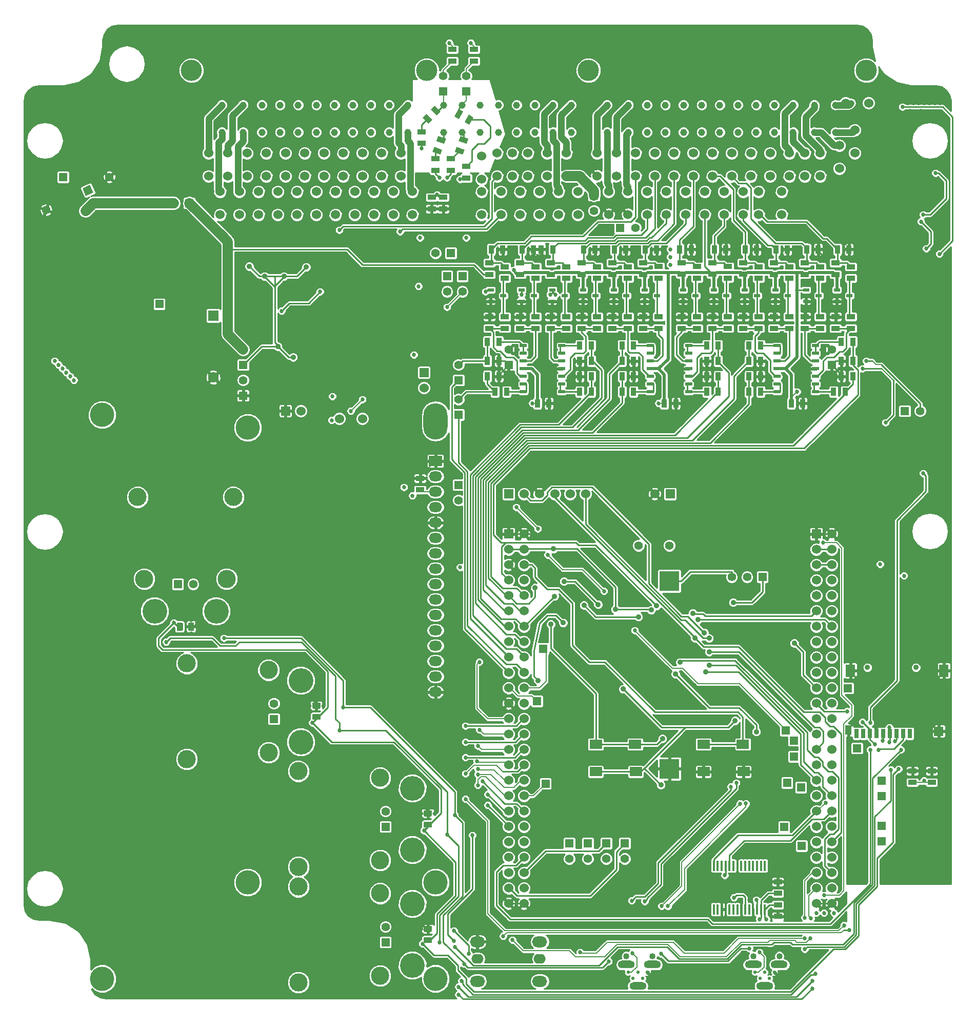
<source format=gbl>
G04 (created by PCBNEW (2013-07-07 BZR 4022)-stable) date 7/10/2014 10:27:13 PM*
%MOIN*%
G04 Gerber Fmt 3.4, Leading zero omitted, Abs format*
%FSLAX34Y34*%
G01*
G70*
G90*
G04 APERTURE LIST*
%ADD10C,0.00393701*%
%ADD11C,0.1575*%
%ADD12O,0.085X0.065*%
%ADD13R,0.085X0.065*%
%ADD14O,0.15748X0.23622*%
%ADD15C,0.06*%
%ADD16C,0.0453*%
%ADD17C,0.1378*%
%ADD18R,0.055X0.035*%
%ADD19R,0.055X0.055*%
%ADD20C,0.055*%
%ADD21R,0.129528X0.129528*%
%ADD22R,0.06X0.06*%
%ADD23C,0.056*%
%ADD24R,0.0787402X0.0590551*%
%ADD25C,0.07*%
%ADD26R,0.07X0.07*%
%ADD27R,0.0394X0.0236*%
%ADD28R,0.035X0.055*%
%ADD29R,0.045X0.02*%
%ADD30R,0.016X0.065*%
%ADD31R,0.03X0.06*%
%ADD32R,0.04X0.06*%
%ADD33R,0.06X0.08*%
%ADD34C,0.035*%
%ADD35C,0.022*%
%ADD36O,0.11X0.05*%
%ADD37C,0.04*%
%ADD38O,0.0787X0.063*%
%ADD39O,0.0984X0.0709*%
%ADD40C,0.1181*%
%ADD41R,0.045X0.025*%
%ADD42C,0.16*%
%ADD43R,0.025X0.045*%
%ADD44C,0.027*%
%ADD45C,0.043*%
%ADD46C,0.065*%
%ADD47C,0.01*%
%ADD48C,0.0085*%
%ADD49C,0.006*%
%ADD50C,0.02*%
%ADD51C,0.065*%
%ADD52C,0.042*%
%ADD53C,0.0544*%
G04 APERTURE END LIST*
G54D10*
G54D11*
X57295Y-42584D03*
X57295Y-72112D03*
X69500Y-72112D03*
G54D12*
X69500Y-58750D03*
X69500Y-59750D03*
G54D13*
X69500Y-44750D03*
G54D12*
X69500Y-45750D03*
X69500Y-46750D03*
X69500Y-47750D03*
X69500Y-48750D03*
X69500Y-49750D03*
X69500Y-50750D03*
X69500Y-51750D03*
X69500Y-52750D03*
X69500Y-53750D03*
X69500Y-54750D03*
X69500Y-55750D03*
X69500Y-56750D03*
X69500Y-57750D03*
G54D14*
X69500Y-42167D03*
G54D11*
X69500Y-78364D03*
X47845Y-41750D03*
X47846Y-78364D03*
G54D15*
X78000Y-24750D03*
X78000Y-26250D03*
X61000Y-24750D03*
X61000Y-26250D03*
X59750Y-24750D03*
X59750Y-26250D03*
X58500Y-24750D03*
X58500Y-26250D03*
X57250Y-24750D03*
X57250Y-26250D03*
X54750Y-24750D03*
X54750Y-26250D03*
X56000Y-24750D03*
X56000Y-26250D03*
X87000Y-27250D03*
X87000Y-28750D03*
G54D16*
X55621Y-21628D03*
X55621Y-23400D03*
X56998Y-23400D03*
X56998Y-21628D03*
X61762Y-21628D03*
X61762Y-23400D03*
X60581Y-23400D03*
X60581Y-21628D03*
X58219Y-21628D03*
X58219Y-23400D03*
X59400Y-23400D03*
X59400Y-21628D03*
X64124Y-21628D03*
X64124Y-23400D03*
X62943Y-23400D03*
X62943Y-21628D03*
X65305Y-21628D03*
X65305Y-23400D03*
X66486Y-23400D03*
X66486Y-21628D03*
X73592Y-21628D03*
X73592Y-23400D03*
X72411Y-23400D03*
X72411Y-21628D03*
X70049Y-21628D03*
X70049Y-23400D03*
X71230Y-23400D03*
X71230Y-21628D03*
X75955Y-21628D03*
X75955Y-23400D03*
X74774Y-23400D03*
X74774Y-21628D03*
X77136Y-21628D03*
X77136Y-23400D03*
X67707Y-21628D03*
X67707Y-23400D03*
X78317Y-23400D03*
X78317Y-21628D03*
X82036Y-23400D03*
X82036Y-21628D03*
X80658Y-23400D03*
X80658Y-21628D03*
X86801Y-23400D03*
X86801Y-21628D03*
X85620Y-23400D03*
X85620Y-21628D03*
X83258Y-23400D03*
X83258Y-21628D03*
X84439Y-23400D03*
X84439Y-21628D03*
X89163Y-23400D03*
X89163Y-21628D03*
X87982Y-23400D03*
X87982Y-21628D03*
X90344Y-23400D03*
X90344Y-21628D03*
X91525Y-23400D03*
X91525Y-21628D03*
X92746Y-23400D03*
X92746Y-21628D03*
X94124Y-23400D03*
X94124Y-21628D03*
G54D17*
X53632Y-19384D03*
X68927Y-19384D03*
X79439Y-19384D03*
G54D16*
X95502Y-23400D03*
X95502Y-21628D03*
G54D17*
X97490Y-19384D03*
G54D15*
X75500Y-24750D03*
X75500Y-26250D03*
X77500Y-27250D03*
X77500Y-28750D03*
X76750Y-24750D03*
X76750Y-26250D03*
X78750Y-27250D03*
X78750Y-28750D03*
X80750Y-27250D03*
X80750Y-28750D03*
X80000Y-24750D03*
X80000Y-26250D03*
X82000Y-27250D03*
X82000Y-28750D03*
X81250Y-24750D03*
X81250Y-26250D03*
X83250Y-27250D03*
X83250Y-28750D03*
X82500Y-24750D03*
X82500Y-26250D03*
X84500Y-27250D03*
X84500Y-28750D03*
X83750Y-24750D03*
X83750Y-26250D03*
X85750Y-27250D03*
X85750Y-28750D03*
X85000Y-24750D03*
X85000Y-26250D03*
X76250Y-27250D03*
X76250Y-28750D03*
X86250Y-24750D03*
X86250Y-26250D03*
X88250Y-27250D03*
X88250Y-28750D03*
X87500Y-24750D03*
X87500Y-26250D03*
X89500Y-27250D03*
X89500Y-28750D03*
X88750Y-24750D03*
X88750Y-26250D03*
X90500Y-27250D03*
X90500Y-28750D03*
X90000Y-24750D03*
X90000Y-26250D03*
X92000Y-27250D03*
X92000Y-28750D03*
X91250Y-24750D03*
X91250Y-26250D03*
X93500Y-24750D03*
X93500Y-26250D03*
X92500Y-24750D03*
X92500Y-26250D03*
X95750Y-24250D03*
X95750Y-25750D03*
X94500Y-24750D03*
X94500Y-26250D03*
X96750Y-23250D03*
X96750Y-24750D03*
X96150Y-21500D03*
X97650Y-21500D03*
X65500Y-27250D03*
X65500Y-28750D03*
X56750Y-27250D03*
X56750Y-28750D03*
X58000Y-27250D03*
X58000Y-28750D03*
X59250Y-27250D03*
X59250Y-28750D03*
X60500Y-27250D03*
X60500Y-28750D03*
X61750Y-27250D03*
X61750Y-28750D03*
X63000Y-27250D03*
X63000Y-28750D03*
X62250Y-24750D03*
X62250Y-26250D03*
X64250Y-27250D03*
X64250Y-28750D03*
X63500Y-24750D03*
X63500Y-26250D03*
X55500Y-27250D03*
X55500Y-28750D03*
X64750Y-24750D03*
X64750Y-26250D03*
X66750Y-27250D03*
X66750Y-28750D03*
X66000Y-24750D03*
X66000Y-26250D03*
X68000Y-27250D03*
X68000Y-28750D03*
X67250Y-24750D03*
X67250Y-26250D03*
X72500Y-27250D03*
X72500Y-28750D03*
X72500Y-24950D03*
X72500Y-26450D03*
G54D18*
X68500Y-45875D03*
X68500Y-46625D03*
G54D19*
X74250Y-38500D03*
G54D20*
X74250Y-37500D03*
G54D19*
X95250Y-38500D03*
G54D20*
X95250Y-37500D03*
G54D19*
X70500Y-31250D03*
G54D20*
X69500Y-31250D03*
G54D21*
X84700Y-52537D03*
X84700Y-64730D03*
G54D19*
X78200Y-69584D03*
G54D20*
X78200Y-70584D03*
G54D19*
X79400Y-69584D03*
G54D20*
X79400Y-70584D03*
G54D19*
X80600Y-69584D03*
G54D20*
X80600Y-70584D03*
G54D19*
X81800Y-69584D03*
G54D20*
X81800Y-70584D03*
G54D19*
X90750Y-52284D03*
G54D20*
X89750Y-52284D03*
X88750Y-52284D03*
G54D22*
X74250Y-49484D03*
G54D15*
X75250Y-49484D03*
X74250Y-50484D03*
X75250Y-50484D03*
X74250Y-51484D03*
X75250Y-51484D03*
X74250Y-52484D03*
X75250Y-52484D03*
X74250Y-53484D03*
X75250Y-53484D03*
X74250Y-54484D03*
X75250Y-54484D03*
X74250Y-55484D03*
X75250Y-55484D03*
X74250Y-56484D03*
X75250Y-56484D03*
X74250Y-57484D03*
X75250Y-57484D03*
X74250Y-58484D03*
X75250Y-58484D03*
X74250Y-59484D03*
X75250Y-59484D03*
X74250Y-60484D03*
X75250Y-60484D03*
X74250Y-61484D03*
X75250Y-61484D03*
X74250Y-62484D03*
X75250Y-62484D03*
X74250Y-63484D03*
X75250Y-63484D03*
X74250Y-64484D03*
X75250Y-64484D03*
X74250Y-65484D03*
X75250Y-65484D03*
X74250Y-66484D03*
X75250Y-66484D03*
X74250Y-67484D03*
X75250Y-67484D03*
X74250Y-68484D03*
X75250Y-68484D03*
X74250Y-69484D03*
X75250Y-69484D03*
X74250Y-70484D03*
X75250Y-70484D03*
X74250Y-71484D03*
X75250Y-71484D03*
X74250Y-72484D03*
X75250Y-72484D03*
X74250Y-73484D03*
X75250Y-73484D03*
G54D22*
X94250Y-49484D03*
G54D15*
X95250Y-49484D03*
X94250Y-50484D03*
X95250Y-50484D03*
X94250Y-51484D03*
X95250Y-51484D03*
X94250Y-52484D03*
X95250Y-52484D03*
X94250Y-53484D03*
X95250Y-53484D03*
X94250Y-54484D03*
X95250Y-54484D03*
X94250Y-55484D03*
X95250Y-55484D03*
X94250Y-56484D03*
X95250Y-56484D03*
X94250Y-57484D03*
X95250Y-57484D03*
X94250Y-58484D03*
X95250Y-58484D03*
X94250Y-59484D03*
X95250Y-59484D03*
X94250Y-60484D03*
X95250Y-60484D03*
X94250Y-61484D03*
X95250Y-61484D03*
X94250Y-62484D03*
X95250Y-62484D03*
X94250Y-63484D03*
X95250Y-63484D03*
X94250Y-64484D03*
X95250Y-64484D03*
X94250Y-65484D03*
X95250Y-65484D03*
X94250Y-66484D03*
X95250Y-66484D03*
X94250Y-67484D03*
X95250Y-67484D03*
X94250Y-68484D03*
X95250Y-68484D03*
X94250Y-69484D03*
X95250Y-69484D03*
X94250Y-70484D03*
X95250Y-70484D03*
X94250Y-71484D03*
X95250Y-71484D03*
X94250Y-72484D03*
X95250Y-72484D03*
X94250Y-73484D03*
X95250Y-73484D03*
G54D22*
X84750Y-46884D03*
G54D15*
X83750Y-46884D03*
G54D22*
X74250Y-46884D03*
G54D15*
X75250Y-46884D03*
X76250Y-46884D03*
X77250Y-46884D03*
X78250Y-46884D03*
X79250Y-46884D03*
G54D23*
X82700Y-50234D03*
X84700Y-50234D03*
G54D24*
X86920Y-63148D03*
X89479Y-63148D03*
X89518Y-64919D03*
X86920Y-64919D03*
X79920Y-63148D03*
X82479Y-63148D03*
X82518Y-64919D03*
X79920Y-64919D03*
G54D18*
X69250Y-27625D03*
X69250Y-28375D03*
G54D10*
G36*
X69679Y-23639D02*
X70196Y-23827D01*
X70076Y-24156D01*
X69559Y-23968D01*
X69679Y-23639D01*
X69679Y-23639D01*
G37*
G36*
X69423Y-24343D02*
X69940Y-24531D01*
X69820Y-24860D01*
X69303Y-24672D01*
X69423Y-24343D01*
X69423Y-24343D01*
G37*
G36*
X69444Y-21666D02*
X69833Y-22055D01*
X69585Y-22303D01*
X69196Y-21914D01*
X69444Y-21666D01*
X69444Y-21666D01*
G37*
G36*
X68914Y-22196D02*
X69303Y-22585D01*
X69055Y-22833D01*
X68666Y-22444D01*
X68914Y-22196D01*
X68914Y-22196D01*
G37*
G36*
X70736Y-22363D02*
X71011Y-21886D01*
X71314Y-22061D01*
X71039Y-22538D01*
X70736Y-22363D01*
X70736Y-22363D01*
G37*
G36*
X71385Y-22738D02*
X71660Y-22261D01*
X71963Y-22436D01*
X71688Y-22913D01*
X71385Y-22738D01*
X71385Y-22738D01*
G37*
G36*
X71129Y-23639D02*
X71646Y-23827D01*
X71526Y-24156D01*
X71009Y-23968D01*
X71129Y-23639D01*
X71129Y-23639D01*
G37*
G36*
X70873Y-24343D02*
X71390Y-24531D01*
X71270Y-24860D01*
X70753Y-24672D01*
X70873Y-24343D01*
X70873Y-24343D01*
G37*
G54D18*
X69500Y-25125D03*
X69500Y-25875D03*
X68600Y-23375D03*
X68600Y-24125D03*
X71500Y-25625D03*
X71500Y-26375D03*
X70500Y-25125D03*
X70500Y-25875D03*
X70000Y-28375D03*
X70000Y-27625D03*
G54D19*
X51556Y-34560D03*
G54D25*
X55056Y-39310D03*
G54D26*
X55056Y-35310D03*
G54D10*
G36*
X46782Y-27541D02*
X46550Y-27043D01*
X47048Y-26810D01*
X47281Y-27309D01*
X46782Y-27541D01*
X46782Y-27541D01*
G37*
G54D20*
X44196Y-28443D03*
G54D19*
X45306Y-26310D03*
G54D20*
X48306Y-26310D03*
G54D19*
X53500Y-28000D03*
G54D20*
X52500Y-28000D03*
G54D22*
X59750Y-41500D03*
G54D15*
X60750Y-41500D03*
G54D27*
X91584Y-34382D03*
X92416Y-34007D03*
X91584Y-33632D03*
X77084Y-34382D03*
X77916Y-34007D03*
X77084Y-33632D03*
X79084Y-34382D03*
X79916Y-34007D03*
X79084Y-33632D03*
X93584Y-34382D03*
X94416Y-34007D03*
X93584Y-33632D03*
X89584Y-34382D03*
X90416Y-34007D03*
X89584Y-33632D03*
X95584Y-34382D03*
X96416Y-34007D03*
X95584Y-33632D03*
X85584Y-34382D03*
X86416Y-34007D03*
X85584Y-33632D03*
X87584Y-34382D03*
X88416Y-34007D03*
X87584Y-33632D03*
X81084Y-34382D03*
X81916Y-34007D03*
X81084Y-33632D03*
X83084Y-34382D03*
X83916Y-34007D03*
X83084Y-33632D03*
X75084Y-34382D03*
X75916Y-34007D03*
X75084Y-33632D03*
X73084Y-34382D03*
X73916Y-34007D03*
X73084Y-33632D03*
G54D19*
X71000Y-41750D03*
G54D20*
X71000Y-40750D03*
G54D19*
X71000Y-39500D03*
G54D20*
X71000Y-38500D03*
G54D28*
X92625Y-41007D03*
X93375Y-41007D03*
X76875Y-41007D03*
X76125Y-41007D03*
X84375Y-41007D03*
X85125Y-41007D03*
X96625Y-39250D03*
X95875Y-39250D03*
X95375Y-40257D03*
X96125Y-40257D03*
X95625Y-31007D03*
X96375Y-31007D03*
X96625Y-38250D03*
X95875Y-38250D03*
X95875Y-37000D03*
X96625Y-37000D03*
X93625Y-31007D03*
X94375Y-31007D03*
X89875Y-38257D03*
X90625Y-38257D03*
X90625Y-37257D03*
X89875Y-37257D03*
X91625Y-31007D03*
X92375Y-31007D03*
X89625Y-31007D03*
X90375Y-31007D03*
X90625Y-40257D03*
X89875Y-40257D03*
X89875Y-39257D03*
X90625Y-39257D03*
G54D18*
X96500Y-35382D03*
X96500Y-36132D03*
X95500Y-31882D03*
X95500Y-32632D03*
X93500Y-35382D03*
X93500Y-36132D03*
X95500Y-35382D03*
X95500Y-36132D03*
X94500Y-35382D03*
X94500Y-36132D03*
X93500Y-31882D03*
X93500Y-32632D03*
X92500Y-35382D03*
X92500Y-36132D03*
X91500Y-31882D03*
X91500Y-32632D03*
X90500Y-35382D03*
X90500Y-36132D03*
G54D28*
X87875Y-39257D03*
X87125Y-39257D03*
G54D18*
X86500Y-35382D03*
X86500Y-36132D03*
X88500Y-35382D03*
X88500Y-36132D03*
X94500Y-32132D03*
X94500Y-32882D03*
X96500Y-32132D03*
X96500Y-32882D03*
G54D28*
X87625Y-31007D03*
X88375Y-31007D03*
X87125Y-40257D03*
X87875Y-40257D03*
X79625Y-39257D03*
X78875Y-39257D03*
X78875Y-40257D03*
X79625Y-40257D03*
X79125Y-31007D03*
X79875Y-31007D03*
X77125Y-31000D03*
X76375Y-31000D03*
X78875Y-37257D03*
X79625Y-37257D03*
X79625Y-38257D03*
X78875Y-38257D03*
G54D18*
X80000Y-35382D03*
X80000Y-36132D03*
X79000Y-35382D03*
X79000Y-36132D03*
X79000Y-31882D03*
X79000Y-32632D03*
X78000Y-35382D03*
X78000Y-36132D03*
X77000Y-35382D03*
X77000Y-36132D03*
X77000Y-31882D03*
X77000Y-32632D03*
X91500Y-35382D03*
X91500Y-36132D03*
X89500Y-35382D03*
X89500Y-36132D03*
X87500Y-35382D03*
X87500Y-36132D03*
X85500Y-35382D03*
X85500Y-36132D03*
G54D28*
X85375Y-31007D03*
X86125Y-31007D03*
G54D18*
X81000Y-35382D03*
X81000Y-36132D03*
X83000Y-35382D03*
X83000Y-36132D03*
G54D28*
X82375Y-37257D03*
X81625Y-37257D03*
X81625Y-38257D03*
X82375Y-38257D03*
G54D18*
X81000Y-31882D03*
X81000Y-32632D03*
X82000Y-35382D03*
X82000Y-36132D03*
X83000Y-31882D03*
X83000Y-32632D03*
X84000Y-35382D03*
X84000Y-36132D03*
G54D28*
X81625Y-39257D03*
X82375Y-39257D03*
X82375Y-40257D03*
X81625Y-40257D03*
X81125Y-31007D03*
X81875Y-31007D03*
X83125Y-31007D03*
X83875Y-31007D03*
G54D18*
X92500Y-32132D03*
X92500Y-32882D03*
X90500Y-32132D03*
X90500Y-32882D03*
X78000Y-32132D03*
X78000Y-32882D03*
X80000Y-32132D03*
X80000Y-32882D03*
X82000Y-32132D03*
X82000Y-32882D03*
G54D28*
X87125Y-37257D03*
X87875Y-37257D03*
X87875Y-38257D03*
X87125Y-38257D03*
X72875Y-38250D03*
X73625Y-38250D03*
X73625Y-37000D03*
X72875Y-37000D03*
X75125Y-31007D03*
X75875Y-31007D03*
X73125Y-31007D03*
X73875Y-31007D03*
X74125Y-40257D03*
X73375Y-40257D03*
X72875Y-39250D03*
X73625Y-39250D03*
G54D18*
X76000Y-35382D03*
X76000Y-36132D03*
X75000Y-35382D03*
X75000Y-36132D03*
X75000Y-31882D03*
X75000Y-32632D03*
X74000Y-35382D03*
X74000Y-36132D03*
X73000Y-35382D03*
X73000Y-36132D03*
X73000Y-31882D03*
X73000Y-32632D03*
X74000Y-32132D03*
X74000Y-32882D03*
X76000Y-32132D03*
X76000Y-32882D03*
G54D29*
X91700Y-40257D03*
X91700Y-39757D03*
X91700Y-39257D03*
X91700Y-38757D03*
X91700Y-38257D03*
X91700Y-37757D03*
X91700Y-37257D03*
X94200Y-37257D03*
X94200Y-37757D03*
X94200Y-38757D03*
X94200Y-39257D03*
X94200Y-39757D03*
X94200Y-40257D03*
X94200Y-38257D03*
X83450Y-40257D03*
X83450Y-39757D03*
X83450Y-39257D03*
X83450Y-38757D03*
X83450Y-38257D03*
X83450Y-37757D03*
X83450Y-37257D03*
X85950Y-37257D03*
X85950Y-37757D03*
X85950Y-38757D03*
X85950Y-39257D03*
X85950Y-39757D03*
X85950Y-40257D03*
X85950Y-38257D03*
X75200Y-40257D03*
X75200Y-39757D03*
X75200Y-39257D03*
X75200Y-38757D03*
X75200Y-38257D03*
X75200Y-37757D03*
X75200Y-37257D03*
X77700Y-37257D03*
X77700Y-37757D03*
X77700Y-38757D03*
X77700Y-39257D03*
X77700Y-39757D03*
X77700Y-40257D03*
X77700Y-38257D03*
G54D18*
X91750Y-72075D03*
X91750Y-72825D03*
X91750Y-74325D03*
X91750Y-73575D03*
G54D30*
X89122Y-71033D03*
X89378Y-71033D03*
X89634Y-71033D03*
X89890Y-71033D03*
X88354Y-73867D03*
X88354Y-71033D03*
X88610Y-71033D03*
X88866Y-71033D03*
X90146Y-73867D03*
X89890Y-73867D03*
X89634Y-73867D03*
X89378Y-73867D03*
X89122Y-73867D03*
X88866Y-73867D03*
X90146Y-71033D03*
X88610Y-73867D03*
X88098Y-73867D03*
X87843Y-73867D03*
X87587Y-73867D03*
X87587Y-71033D03*
X87843Y-71033D03*
X88098Y-71033D03*
X90402Y-71033D03*
X90657Y-71033D03*
X90913Y-71033D03*
X90913Y-73867D03*
X90657Y-73867D03*
X90402Y-73867D03*
G54D31*
X100332Y-62450D03*
X99899Y-62450D03*
X99466Y-62450D03*
X99033Y-62450D03*
X98600Y-62450D03*
X98166Y-62450D03*
X97733Y-62450D03*
X97300Y-62450D03*
X96867Y-62450D03*
G54D32*
X96337Y-62213D03*
G54D33*
X96474Y-58366D03*
X102537Y-58366D03*
G54D22*
X102214Y-62295D03*
G54D34*
X97576Y-58158D03*
X100725Y-58158D03*
G54D19*
X81500Y-29625D03*
G54D20*
X82500Y-29600D03*
G54D19*
X79800Y-27500D03*
G54D20*
X79800Y-28500D03*
G54D19*
X100000Y-41500D03*
G54D20*
X101000Y-41500D03*
G54D19*
X57000Y-38500D03*
G54D20*
X57000Y-37500D03*
G54D19*
X57000Y-40500D03*
G54D20*
X57000Y-39500D03*
G54D22*
X68750Y-39000D03*
G54D15*
X68750Y-40000D03*
X74500Y-24750D03*
X74500Y-26250D03*
X75000Y-27250D03*
X75000Y-28750D03*
X73500Y-24750D03*
X73500Y-26250D03*
X73750Y-27250D03*
X73750Y-28750D03*
G54D18*
X89500Y-31875D03*
X89500Y-32625D03*
X87500Y-31875D03*
X87500Y-32625D03*
X85500Y-31875D03*
X85500Y-32625D03*
X88500Y-32125D03*
X88500Y-32875D03*
X86500Y-32125D03*
X86500Y-32875D03*
X84000Y-32125D03*
X84000Y-32875D03*
G54D35*
X82020Y-77953D03*
X82335Y-78346D03*
X82650Y-77953D03*
X82964Y-78346D03*
X83279Y-77953D03*
G54D36*
X82650Y-78838D03*
X81901Y-77461D03*
X83594Y-77461D03*
G54D37*
X81900Y-76900D03*
X83600Y-76900D03*
X90150Y-76900D03*
X91850Y-76900D03*
G54D35*
X90270Y-77953D03*
X90585Y-78346D03*
X90900Y-77953D03*
X91214Y-78346D03*
X91529Y-77953D03*
G54D36*
X90900Y-78838D03*
X90151Y-77461D03*
X91844Y-77461D03*
G54D18*
X70600Y-18025D03*
X70600Y-18775D03*
X72000Y-18025D03*
X72000Y-18775D03*
G54D19*
X71500Y-20750D03*
G54D20*
X71500Y-19750D03*
G54D19*
X70000Y-20750D03*
G54D20*
X70000Y-19750D03*
G54D38*
X72222Y-77072D03*
X76278Y-77072D03*
G54D39*
X76278Y-75970D03*
X72222Y-75970D03*
X76278Y-78530D03*
X72222Y-78530D03*
G54D18*
X101750Y-65625D03*
X101750Y-64875D03*
X100500Y-65625D03*
X100500Y-64875D03*
G54D19*
X70250Y-32750D03*
G54D20*
X70250Y-33750D03*
G54D19*
X71250Y-32750D03*
G54D20*
X71250Y-33750D03*
G54D15*
X64750Y-42000D03*
X63250Y-42000D03*
G54D19*
X71000Y-46300D03*
G54D20*
X71000Y-47300D03*
G54D19*
X92800Y-62900D03*
X93300Y-69750D03*
X96300Y-59500D03*
X92250Y-62250D03*
X96900Y-63400D03*
X92800Y-63950D03*
X98500Y-65500D03*
X92350Y-65650D03*
X98500Y-66500D03*
X93250Y-65950D03*
X76650Y-65700D03*
X76100Y-60350D03*
X76500Y-56950D03*
X98500Y-68450D03*
X92150Y-68500D03*
X98500Y-69450D03*
G54D40*
X60593Y-78610D03*
X60593Y-72390D03*
X65907Y-78177D03*
X65907Y-72823D03*
G54D18*
X69000Y-75875D03*
X69000Y-75125D03*
G54D41*
X69000Y-75800D03*
X69000Y-75200D03*
G54D19*
X66250Y-76000D03*
G54D20*
X66250Y-75000D03*
G54D42*
X68000Y-77500D03*
X68000Y-73500D03*
G54D40*
X60593Y-71110D03*
X60593Y-64890D03*
X65907Y-70677D03*
X65907Y-65323D03*
G54D18*
X69000Y-68375D03*
X69000Y-67625D03*
G54D41*
X69000Y-68300D03*
X69000Y-67700D03*
G54D19*
X66250Y-68500D03*
G54D20*
X66250Y-67500D03*
G54D42*
X68000Y-70000D03*
X68000Y-66000D03*
G54D40*
X53343Y-64110D03*
X53343Y-57890D03*
X58657Y-63677D03*
X58657Y-58323D03*
G54D18*
X61750Y-61375D03*
X61750Y-60625D03*
G54D41*
X61750Y-61300D03*
X61750Y-60700D03*
G54D19*
X59000Y-61500D03*
G54D20*
X59000Y-60500D03*
G54D42*
X60750Y-59000D03*
X60750Y-63000D03*
G54D40*
X50140Y-47093D03*
X56360Y-47093D03*
X50573Y-52407D03*
X55927Y-52407D03*
G54D28*
X52875Y-55500D03*
X53625Y-55500D03*
G54D43*
X52950Y-55500D03*
X53550Y-55500D03*
G54D19*
X52750Y-52750D03*
G54D20*
X53750Y-52750D03*
G54D42*
X55250Y-54500D03*
X51250Y-54500D03*
G54D34*
X76170Y-59004D03*
X77800Y-55259D03*
G54D44*
X84750Y-32000D03*
X72750Y-33750D03*
X101250Y-65500D03*
X70400Y-17600D03*
X71800Y-17600D03*
X93000Y-40250D03*
X84000Y-41000D03*
X75800Y-41000D03*
X68400Y-33400D03*
X71500Y-30250D03*
X68500Y-30250D03*
X88900Y-73100D03*
X88300Y-71650D03*
X68100Y-37850D03*
X62800Y-40550D03*
X62750Y-42100D03*
X76950Y-33950D03*
X77300Y-33950D03*
X75100Y-33950D03*
X74600Y-32350D03*
X93000Y-33632D03*
X45250Y-38750D03*
X45500Y-39000D03*
X45750Y-39250D03*
X46000Y-39500D03*
X45000Y-38500D03*
X44750Y-38250D03*
X69600Y-27450D03*
G54D34*
X77175Y-50459D03*
X81700Y-59559D03*
X88975Y-61609D03*
X88850Y-53934D03*
X84150Y-65784D03*
X81185Y-54384D03*
X83522Y-54423D03*
G54D44*
X72250Y-65800D03*
X64750Y-40750D03*
X64000Y-41500D03*
X67200Y-29850D03*
X63250Y-29750D03*
X67450Y-46450D03*
X68000Y-47000D03*
X71100Y-51650D03*
G54D45*
X46750Y-28500D03*
G54D34*
X83866Y-54158D03*
X75975Y-52984D03*
X80073Y-54068D03*
X77850Y-52564D03*
X77235Y-53529D03*
G54D44*
X52500Y-55250D03*
X68750Y-68750D03*
X61500Y-61750D03*
X99600Y-64750D03*
X99000Y-63000D03*
X68650Y-76100D03*
X99950Y-52200D03*
X99000Y-62050D03*
X98400Y-51450D03*
X97250Y-38750D03*
X84750Y-31500D03*
X98750Y-42250D03*
X97500Y-38250D03*
X84750Y-31000D03*
X97750Y-61750D03*
X97750Y-63500D03*
X101200Y-45550D03*
X96250Y-61000D03*
X62000Y-33750D03*
X59500Y-35000D03*
X96050Y-74900D03*
X71450Y-66700D03*
X71450Y-65050D03*
X73900Y-75600D03*
X96400Y-75200D03*
G54D34*
X85400Y-57821D03*
G54D44*
X71450Y-64000D03*
X71450Y-61950D03*
X71450Y-63000D03*
G54D34*
X58400Y-32755D03*
X57400Y-32105D03*
X61100Y-32155D03*
X59650Y-32755D03*
X60250Y-38005D03*
X59250Y-37305D03*
X86225Y-54634D03*
X86576Y-55038D03*
G54D44*
X80450Y-53200D03*
X76800Y-50850D03*
X82450Y-55750D03*
X74750Y-47750D03*
X76150Y-49150D03*
X101400Y-30950D03*
X101050Y-29200D03*
X99850Y-21750D03*
X102250Y-31300D03*
X98300Y-63500D03*
X91000Y-74500D03*
X90550Y-74500D03*
X94700Y-50050D03*
X94750Y-72950D03*
G54D34*
X92825Y-56584D03*
G54D44*
X84610Y-73660D03*
X89680Y-66990D03*
X88700Y-65900D03*
X82250Y-73300D03*
X89050Y-65650D03*
X83100Y-73350D03*
X82300Y-76700D03*
X89300Y-67000D03*
X84200Y-73650D03*
X72250Y-65100D03*
X72900Y-66400D03*
X72550Y-65550D03*
X72900Y-67100D03*
X52000Y-56500D03*
X63250Y-62250D03*
X70250Y-69000D03*
X69750Y-76000D03*
X99750Y-63500D03*
X70750Y-76300D03*
X98550Y-62900D03*
G54D34*
X87284Y-56253D03*
G54D44*
X99350Y-62950D03*
X94850Y-66950D03*
X93850Y-75750D03*
X93900Y-74450D03*
X74500Y-75850D03*
X70250Y-34750D03*
X78900Y-76650D03*
X93500Y-74400D03*
X93500Y-75750D03*
G54D34*
X90350Y-62334D03*
X85095Y-58580D03*
X87289Y-58019D03*
X87058Y-58451D03*
X87289Y-57143D03*
G54D44*
X72250Y-63250D03*
X72200Y-64250D03*
X72250Y-64750D03*
X72350Y-57800D03*
X72350Y-62200D03*
X70700Y-75900D03*
X71900Y-69050D03*
X71650Y-76750D03*
X70700Y-75250D03*
X55750Y-56250D03*
X63500Y-60750D03*
X70750Y-67750D03*
X80750Y-77250D03*
X84150Y-76750D03*
X89900Y-76400D03*
X93500Y-76450D03*
X99100Y-64800D03*
X98050Y-63150D03*
X71350Y-77400D03*
X97250Y-61700D03*
X94200Y-78050D03*
X94250Y-74100D03*
X71200Y-78500D03*
G54D34*
X86969Y-55895D03*
G54D44*
X94750Y-74100D03*
X94000Y-78500D03*
X71000Y-78900D03*
X95400Y-74100D03*
X94000Y-79000D03*
X71000Y-79400D03*
G54D34*
X86351Y-56242D03*
G54D44*
X87750Y-51550D03*
X54000Y-55250D03*
X68750Y-67250D03*
X61500Y-60250D03*
X99400Y-24350D03*
X100150Y-25050D03*
X100300Y-24700D03*
X99950Y-24700D03*
X100100Y-24350D03*
X99750Y-24350D03*
X100500Y-25050D03*
X98750Y-23500D03*
X98400Y-23500D03*
X98800Y-22300D03*
X98950Y-22600D03*
X98600Y-22600D03*
X98250Y-22600D03*
X98050Y-22900D03*
X98400Y-22900D03*
X98750Y-22900D03*
X99100Y-22900D03*
X98950Y-23200D03*
X98600Y-23200D03*
X98250Y-23200D03*
X98050Y-23500D03*
X100050Y-23200D03*
X100050Y-22850D03*
X100050Y-22500D03*
X100050Y-22150D03*
X102300Y-22350D03*
X102000Y-22200D03*
X100700Y-22450D03*
X100700Y-22800D03*
X100350Y-22700D03*
X100350Y-23000D03*
X100350Y-22350D03*
X100350Y-22000D03*
X100700Y-22100D03*
X101050Y-22000D03*
X101050Y-22350D03*
X101050Y-22700D03*
X101350Y-22150D03*
X101700Y-22150D03*
X102650Y-22500D03*
X102750Y-22750D03*
X100050Y-23550D03*
X100050Y-23900D03*
X99100Y-23500D03*
X98950Y-23800D03*
X98600Y-23800D03*
X98250Y-23800D03*
X98050Y-24100D03*
X98400Y-24100D03*
X98750Y-24100D03*
X98400Y-22300D03*
X98050Y-22300D03*
X102300Y-21500D03*
X102650Y-21500D03*
X100550Y-21500D03*
X100200Y-21500D03*
X99900Y-21200D03*
X101950Y-21500D03*
X101600Y-21500D03*
X101250Y-21500D03*
X100900Y-21500D03*
X101450Y-21200D03*
X101800Y-21200D03*
X101100Y-21200D03*
X100750Y-21200D03*
X100400Y-21200D03*
X100200Y-20900D03*
X100550Y-20900D03*
X100900Y-20900D03*
X99950Y-20500D03*
X100350Y-20600D03*
X100700Y-20600D03*
X101100Y-20600D03*
X101400Y-20600D03*
X101750Y-20600D03*
X102100Y-20600D03*
X102700Y-20900D03*
X102300Y-20900D03*
X101950Y-20900D03*
X101600Y-20900D03*
X101250Y-20900D03*
X99500Y-20450D03*
X99150Y-20450D03*
X102900Y-21750D03*
X102900Y-21200D03*
X102500Y-21200D03*
X102150Y-21200D03*
X97800Y-20900D03*
X97400Y-20900D03*
X97050Y-20900D03*
X96650Y-20900D03*
X95650Y-20900D03*
X95650Y-20250D03*
X95850Y-20600D03*
X95950Y-20900D03*
X96300Y-20900D03*
X96150Y-20600D03*
X96500Y-20600D03*
X97600Y-20600D03*
X97250Y-20600D03*
X96850Y-20600D03*
X98800Y-20450D03*
X98450Y-20450D03*
X102250Y-26750D03*
X102250Y-27250D03*
X102000Y-27500D03*
X99200Y-29450D03*
X98900Y-29450D03*
X98600Y-29450D03*
X98300Y-29450D03*
X97950Y-29450D03*
X98150Y-29200D03*
X98450Y-29200D03*
X98750Y-29200D03*
X99050Y-29200D03*
X99350Y-29200D03*
X97800Y-30100D03*
X98150Y-30100D03*
X98450Y-30100D03*
X98750Y-30100D03*
X99000Y-30100D03*
X99250Y-29900D03*
X98900Y-29900D03*
X98600Y-29900D03*
X98300Y-29900D03*
X97950Y-29900D03*
X97750Y-29650D03*
X98100Y-29650D03*
X98450Y-29650D03*
X98750Y-29650D03*
X99050Y-29650D03*
X99400Y-29650D03*
X99650Y-29850D03*
X99500Y-30100D03*
X99650Y-30250D03*
X68650Y-74900D03*
X99100Y-24100D03*
X98100Y-62000D03*
X102150Y-58800D03*
X96850Y-58850D03*
X96600Y-61850D03*
X101850Y-61950D03*
X100600Y-61150D03*
X64150Y-38900D03*
X67450Y-37150D03*
X64100Y-37450D03*
X63225Y-39475D03*
X80000Y-74150D03*
X79150Y-74850D03*
X101250Y-64750D03*
X96750Y-64250D03*
X88250Y-78950D03*
X88250Y-75950D03*
X82600Y-73450D03*
X85500Y-41000D03*
X93750Y-41000D03*
X77250Y-41000D03*
X59550Y-32200D03*
G54D46*
X54306Y-32060D03*
X55056Y-32810D03*
G54D44*
X58650Y-32250D03*
X70500Y-36950D03*
X70400Y-36050D03*
X85450Y-61750D03*
X76500Y-31450D03*
X76300Y-31700D03*
X75950Y-31700D03*
X75500Y-31600D03*
X75800Y-31450D03*
X76150Y-31450D03*
X87300Y-75800D03*
X92250Y-72200D03*
X92250Y-74200D03*
X89900Y-73250D03*
X94750Y-45750D03*
X98750Y-45750D03*
X56600Y-33300D03*
X56950Y-33300D03*
X57350Y-33300D03*
X57800Y-33300D03*
X57550Y-33550D03*
X57200Y-33550D03*
X56800Y-33555D03*
X56600Y-33850D03*
X56950Y-33850D03*
X57350Y-33850D03*
X57800Y-33850D03*
X62000Y-36350D03*
X70500Y-28250D03*
X68750Y-29000D03*
X71250Y-29000D03*
X91900Y-76350D03*
X89100Y-70500D03*
X89350Y-73350D03*
X89750Y-72450D03*
X88100Y-73250D03*
X79250Y-78450D03*
X80250Y-75700D03*
X99250Y-46250D03*
X73350Y-30400D03*
X73600Y-30050D03*
X73700Y-29550D03*
X74150Y-29550D03*
X73950Y-29850D03*
X73950Y-30250D03*
X74350Y-30250D03*
X74350Y-29850D03*
X74600Y-29550D03*
X74950Y-29550D03*
X75300Y-29550D03*
X75650Y-29550D03*
X76050Y-29550D03*
X76350Y-29550D03*
X76550Y-29850D03*
X76200Y-29850D03*
X75850Y-29850D03*
X75450Y-30050D03*
X64750Y-30500D03*
X66750Y-42250D03*
X79750Y-29950D03*
X81600Y-33450D03*
X80700Y-34850D03*
X80350Y-34850D03*
X80200Y-34500D03*
X80550Y-34500D03*
X80400Y-34150D03*
X80400Y-33800D03*
X80200Y-33550D03*
X80400Y-33350D03*
X74100Y-31650D03*
X74450Y-31350D03*
X80650Y-30900D03*
X80650Y-31400D03*
X76500Y-35000D03*
X76400Y-34750D03*
X76750Y-34750D03*
X76200Y-34400D03*
X76600Y-34400D03*
X76400Y-34100D03*
X76300Y-33700D03*
X76600Y-33750D03*
X76600Y-33400D03*
X77250Y-33100D03*
X76900Y-33100D03*
X76550Y-33100D03*
X76250Y-33400D03*
X74550Y-33050D03*
X75000Y-33100D03*
X75350Y-33300D03*
X93100Y-30300D03*
X92750Y-30300D03*
X92900Y-30050D03*
X93150Y-29800D03*
X92750Y-29750D03*
X92950Y-29500D03*
X92650Y-28850D03*
X96800Y-33400D03*
G54D34*
X93600Y-34857D03*
X92800Y-31007D03*
G54D44*
X92950Y-31700D03*
X92950Y-31400D03*
X93150Y-31200D03*
X94000Y-32900D03*
X94100Y-31550D03*
X94450Y-31650D03*
X94750Y-31500D03*
X94950Y-31700D03*
X94000Y-33250D03*
X93350Y-33100D03*
X93650Y-33250D03*
X94050Y-33650D03*
X94750Y-34850D03*
X95050Y-34950D03*
X95200Y-34650D03*
X94750Y-34450D03*
X95100Y-34300D03*
X94850Y-34150D03*
X95150Y-33900D03*
X94850Y-33850D03*
X95000Y-33150D03*
X95000Y-33500D03*
X101300Y-30000D03*
X99850Y-32150D03*
X99900Y-31400D03*
X99650Y-31750D03*
X99450Y-32050D03*
X99050Y-32100D03*
X98650Y-32100D03*
X98900Y-31750D03*
X99250Y-31700D03*
X99650Y-30850D03*
X99450Y-31350D03*
X99300Y-31050D03*
X99050Y-31350D03*
X98700Y-31350D03*
X98850Y-31000D03*
X98500Y-31000D03*
X98150Y-31000D03*
X97800Y-31000D03*
X97700Y-29050D03*
X97450Y-29300D03*
X97400Y-29000D03*
X97150Y-29200D03*
X97000Y-29000D03*
X96800Y-29150D03*
X96650Y-29000D03*
X96450Y-29150D03*
X96300Y-28900D03*
X96100Y-28650D03*
X96050Y-29100D03*
X96850Y-31600D03*
X96850Y-31250D03*
X97100Y-30750D03*
X97100Y-30450D03*
X97100Y-30150D03*
X97100Y-29837D03*
X96100Y-30500D03*
X96100Y-30000D03*
X96000Y-29500D03*
X95850Y-29750D03*
X95600Y-30000D03*
X95850Y-30250D03*
X95713Y-29463D03*
X95500Y-29700D03*
X95240Y-29950D03*
X95347Y-30252D03*
X95600Y-30400D03*
X95000Y-29100D03*
X94750Y-27000D03*
X94750Y-27500D03*
X94650Y-28500D03*
X94650Y-28000D03*
X94900Y-27750D03*
X94900Y-28250D03*
X94900Y-28750D03*
X101000Y-27250D03*
X101000Y-26750D03*
X101000Y-26250D03*
X101000Y-25750D03*
X100750Y-25500D03*
X100750Y-26000D03*
X100750Y-26500D03*
X100750Y-27000D03*
X100250Y-27500D03*
X100750Y-27500D03*
X100500Y-27250D03*
X100500Y-26750D03*
X100500Y-26250D03*
X100500Y-25750D03*
X100250Y-25500D03*
X100250Y-26000D03*
X100250Y-26500D03*
X100250Y-27000D03*
X98750Y-26250D03*
X98250Y-26250D03*
X97750Y-26250D03*
X97250Y-26250D03*
X97000Y-26500D03*
X97500Y-26500D03*
X98000Y-26500D03*
X98500Y-26500D03*
X98750Y-26750D03*
X98500Y-27000D03*
X98250Y-26750D03*
X98000Y-27000D03*
X97750Y-26750D03*
X97500Y-27000D03*
X97250Y-26750D03*
X97000Y-27000D03*
X79750Y-31500D03*
X94000Y-34750D03*
X52500Y-21500D03*
G54D34*
X92370Y-64884D03*
X77310Y-52344D03*
X79961Y-56815D03*
X92400Y-52984D03*
X92900Y-54409D03*
X87150Y-50184D03*
X82750Y-51234D03*
X92400Y-47584D03*
X81107Y-52276D03*
X78300Y-48884D03*
X81450Y-47534D03*
X80650Y-48334D03*
X78850Y-47884D03*
X78914Y-49892D03*
G54D46*
X51556Y-39060D03*
X49056Y-33560D03*
X49056Y-31810D03*
X52056Y-31310D03*
X52056Y-29810D03*
X53556Y-29810D03*
X52806Y-30560D03*
X53556Y-31310D03*
X52806Y-32060D03*
X52056Y-32810D03*
X52806Y-33560D03*
X53556Y-32810D03*
X55056Y-34310D03*
X54306Y-33560D03*
X55056Y-31310D03*
X54306Y-30560D03*
X50306Y-28810D03*
G54D34*
X90800Y-31057D03*
X88800Y-31007D03*
X86550Y-31007D03*
X84250Y-31007D03*
X82250Y-31007D03*
X74300Y-31007D03*
X78900Y-38757D03*
X73100Y-34857D03*
X75100Y-34857D03*
X77100Y-34857D03*
X79100Y-34857D03*
X81100Y-34857D03*
X83100Y-34857D03*
X85600Y-34857D03*
X87600Y-34857D03*
X89600Y-34857D03*
X91600Y-34857D03*
X82400Y-38757D03*
X87150Y-38757D03*
X90650Y-38757D03*
X95600Y-34857D03*
X93375Y-39157D03*
X85125Y-39132D03*
X76875Y-39132D03*
X60275Y-33855D03*
X60525Y-33355D03*
X60775Y-33855D03*
X61025Y-33355D03*
X61275Y-33855D03*
X61525Y-33355D03*
X59650Y-38505D03*
X59400Y-39005D03*
X59150Y-38505D03*
X58900Y-39005D03*
X58650Y-38505D03*
X58375Y-39005D03*
X57800Y-29505D03*
X59475Y-29455D03*
X60850Y-29505D03*
X56500Y-29555D03*
X58050Y-35305D03*
X59950Y-35355D03*
X59600Y-34405D03*
X58400Y-34405D03*
X57400Y-35055D03*
X61100Y-35055D03*
X59250Y-40255D03*
X60300Y-39505D03*
G54D44*
X101200Y-28750D03*
X102000Y-26050D03*
X90550Y-76650D03*
X90350Y-73250D03*
X68600Y-24450D03*
X70250Y-26350D03*
X69750Y-26350D03*
X71100Y-26450D03*
G54D34*
X82689Y-54867D03*
X79150Y-54115D03*
X76993Y-55349D03*
X84250Y-62784D03*
G54D47*
X75890Y-57084D02*
X75890Y-58724D01*
X75890Y-58724D02*
X76170Y-59004D01*
X75890Y-57084D02*
X76275Y-55284D01*
X77325Y-54784D02*
X77800Y-55259D01*
X76775Y-54784D02*
X77325Y-54784D01*
X76275Y-55284D02*
X76775Y-54784D01*
G54D48*
X73084Y-33632D02*
X72867Y-33632D01*
X72867Y-33632D02*
X72750Y-33750D01*
G54D49*
X101750Y-65625D02*
X100500Y-65625D01*
X101375Y-65625D02*
X101750Y-65625D01*
X101250Y-65500D02*
X101375Y-65625D01*
X70600Y-18025D02*
X70600Y-17800D01*
X70600Y-17800D02*
X70400Y-17600D01*
X72000Y-18025D02*
X72000Y-17800D01*
X72000Y-17800D02*
X71800Y-17600D01*
X92625Y-41007D02*
X92625Y-40625D01*
X92625Y-40625D02*
X93000Y-40250D01*
X84375Y-41007D02*
X84007Y-41007D01*
X84007Y-41007D02*
X84000Y-41000D01*
X76125Y-41007D02*
X75807Y-41007D01*
X75807Y-41007D02*
X75800Y-41000D01*
G54D48*
X89634Y-73867D02*
X89634Y-73084D01*
X89634Y-73084D02*
X89500Y-72950D01*
X89500Y-72950D02*
X89050Y-72950D01*
X89050Y-72950D02*
X88900Y-73100D01*
X88354Y-71033D02*
X88354Y-71596D01*
X88354Y-71596D02*
X88300Y-71650D01*
X77084Y-33632D02*
X77084Y-33816D01*
X77084Y-33816D02*
X76950Y-33950D01*
X77084Y-33632D02*
X77084Y-33734D01*
X77084Y-33734D02*
X77300Y-33950D01*
X75084Y-33632D02*
X75084Y-33934D01*
X75084Y-33934D02*
X75100Y-33950D01*
X75000Y-32632D02*
X74882Y-32632D01*
X74882Y-32632D02*
X74600Y-32350D01*
X93584Y-33632D02*
X93000Y-33632D01*
X87000Y-28750D02*
X87000Y-32125D01*
X87000Y-32125D02*
X87500Y-32625D01*
X70000Y-27625D02*
X69775Y-27625D01*
X69775Y-27625D02*
X69600Y-27450D01*
X69425Y-27625D02*
X69250Y-27625D01*
X69600Y-27450D02*
X69425Y-27625D01*
G54D47*
X95250Y-50484D02*
X94250Y-50484D01*
G54D50*
X75000Y-32632D02*
X74825Y-32632D01*
X74825Y-32632D02*
X74700Y-32507D01*
X93000Y-32507D02*
X93000Y-38007D01*
X93000Y-38007D02*
X92250Y-38757D01*
X92250Y-38757D02*
X91900Y-38757D01*
X92625Y-41007D02*
X92625Y-39132D01*
X92625Y-39132D02*
X92250Y-38757D01*
X92250Y-38757D02*
X91900Y-38757D01*
X75750Y-38757D02*
X75400Y-38757D01*
X76125Y-41007D02*
X76125Y-39132D01*
X76125Y-39132D02*
X75750Y-38757D01*
X75750Y-38757D02*
X75400Y-38757D01*
X79084Y-33632D02*
X79084Y-32716D01*
G54D47*
X79084Y-32716D02*
X79000Y-32632D01*
G54D50*
X81084Y-33632D02*
X81084Y-32716D01*
G54D47*
X81084Y-32716D02*
X81000Y-32632D01*
G54D50*
X83084Y-33632D02*
X83084Y-32716D01*
G54D47*
X83084Y-32716D02*
X83000Y-32632D01*
G54D50*
X85584Y-33632D02*
X85584Y-32716D01*
G54D47*
X85584Y-32716D02*
X85500Y-32632D01*
G54D50*
X87584Y-33632D02*
X87584Y-32716D01*
G54D47*
X87584Y-32716D02*
X87500Y-32632D01*
G54D50*
X89584Y-33632D02*
X89584Y-32716D01*
G54D47*
X89584Y-32716D02*
X89500Y-32632D01*
G54D50*
X91584Y-33632D02*
X91584Y-32716D01*
G54D47*
X91584Y-32716D02*
X91500Y-32632D01*
X93584Y-32716D02*
X93500Y-32632D01*
G54D50*
X95584Y-33632D02*
X95584Y-32716D01*
G54D47*
X95584Y-32716D02*
X95500Y-32632D01*
X93500Y-32632D02*
X93625Y-32632D01*
X95375Y-32507D02*
X95500Y-32632D01*
G54D50*
X93750Y-32507D02*
X95375Y-32507D01*
G54D47*
X93625Y-32632D02*
X93750Y-32507D01*
X91500Y-32632D02*
X91625Y-32632D01*
X93375Y-32507D02*
X93500Y-32632D01*
G54D50*
X91750Y-32507D02*
X93000Y-32507D01*
X93000Y-32507D02*
X93375Y-32507D01*
G54D47*
X91625Y-32632D02*
X91750Y-32507D01*
X89500Y-32632D02*
X89625Y-32632D01*
X91375Y-32507D02*
X91500Y-32632D01*
G54D50*
X89750Y-32507D02*
X91375Y-32507D01*
G54D47*
X89625Y-32632D02*
X89750Y-32507D01*
X87500Y-32632D02*
X87625Y-32632D01*
X89375Y-32507D02*
X89500Y-32632D01*
G54D50*
X87750Y-32507D02*
X89375Y-32507D01*
G54D47*
X87625Y-32632D02*
X87750Y-32507D01*
X85500Y-32632D02*
X85625Y-32632D01*
X87375Y-32507D02*
X87500Y-32632D01*
G54D50*
X85750Y-32507D02*
X87375Y-32507D01*
G54D47*
X85625Y-32632D02*
X85750Y-32507D01*
G54D50*
X84375Y-41007D02*
X84375Y-39132D01*
X84375Y-39132D02*
X84000Y-38757D01*
X84000Y-38757D02*
X83650Y-38757D01*
X84625Y-32507D02*
X84625Y-38132D01*
X84000Y-38757D02*
X83650Y-38757D01*
X84625Y-38132D02*
X84000Y-38757D01*
G54D47*
X84625Y-32507D02*
X84500Y-32507D01*
X83000Y-32632D02*
X83125Y-32632D01*
X83125Y-32632D02*
X83250Y-32507D01*
G54D50*
X83250Y-32507D02*
X84500Y-32507D01*
X85375Y-32507D02*
X85500Y-32632D01*
X84500Y-32507D02*
X84750Y-32507D01*
X84750Y-32507D02*
X85375Y-32507D01*
G54D47*
X81000Y-32632D02*
X81125Y-32632D01*
X82875Y-32507D02*
X83000Y-32632D01*
G54D50*
X81250Y-32507D02*
X82875Y-32507D01*
G54D47*
X81125Y-32632D02*
X81250Y-32507D01*
X79000Y-32632D02*
X79125Y-32632D01*
X80875Y-32507D02*
X81000Y-32632D01*
G54D50*
X79250Y-32507D02*
X80875Y-32507D01*
G54D47*
X79125Y-32632D02*
X79250Y-32507D01*
X77000Y-32632D02*
X77125Y-32632D01*
X78875Y-32507D02*
X79000Y-32632D01*
G54D50*
X77250Y-32507D02*
X78875Y-32507D01*
G54D47*
X77125Y-32632D02*
X77250Y-32507D01*
X75000Y-32632D02*
X75125Y-32632D01*
X76875Y-32507D02*
X77000Y-32632D01*
G54D50*
X75250Y-32507D02*
X76500Y-32507D01*
X76500Y-32507D02*
X76875Y-32507D01*
G54D47*
X75125Y-32632D02*
X75250Y-32507D01*
X77175Y-50459D02*
X78700Y-50459D01*
X81185Y-52944D02*
X81185Y-54384D01*
X78700Y-50459D02*
X81185Y-52944D01*
X77175Y-50459D02*
X75275Y-50459D01*
X75275Y-50459D02*
X75250Y-50484D01*
X84200Y-62059D02*
X85725Y-62059D01*
X81700Y-59559D02*
X84200Y-62059D01*
X88975Y-61609D02*
X88525Y-62059D01*
X88525Y-62059D02*
X85725Y-62059D01*
X85725Y-62059D02*
X83075Y-64709D01*
X90750Y-52284D02*
X90750Y-53259D01*
X90075Y-53934D02*
X90750Y-53259D01*
X88850Y-53934D02*
X90075Y-53934D01*
X84150Y-65784D02*
X83075Y-64709D01*
X83075Y-64709D02*
X83050Y-64709D01*
X83050Y-64709D02*
X82839Y-64919D01*
X82839Y-64919D02*
X82518Y-64919D01*
X82518Y-64919D02*
X79920Y-64919D01*
X83522Y-54423D02*
X83484Y-54384D01*
X83484Y-54384D02*
X81185Y-54384D01*
X74250Y-50484D02*
X75250Y-50484D01*
G54D49*
X74250Y-66484D02*
X73984Y-66484D01*
X72250Y-65450D02*
X72250Y-65800D01*
X72450Y-65250D02*
X72250Y-65450D01*
X72750Y-65250D02*
X72450Y-65250D01*
X73984Y-66484D02*
X72750Y-65250D01*
X64000Y-41500D02*
X64750Y-40750D01*
G54D48*
X72829Y-29670D02*
X73750Y-28750D01*
X67379Y-29670D02*
X72829Y-29670D01*
X67200Y-29850D02*
X67379Y-29670D01*
X73150Y-26600D02*
X73500Y-26250D01*
X73150Y-29000D02*
X73150Y-26600D01*
X72650Y-29500D02*
X73150Y-29000D01*
X63500Y-29500D02*
X72650Y-29500D01*
X63250Y-29750D02*
X63500Y-29500D01*
G54D51*
X52500Y-28000D02*
X47250Y-28000D01*
X47250Y-28000D02*
X46750Y-28500D01*
G54D48*
X90500Y-28750D02*
X90600Y-28750D01*
X94917Y-30300D02*
X95625Y-31007D01*
X94700Y-30300D02*
X94917Y-30300D01*
X93600Y-29200D02*
X94700Y-30300D01*
X91050Y-29200D02*
X93600Y-29200D01*
X90600Y-28750D02*
X91050Y-29200D01*
G54D47*
X95500Y-31882D02*
X96250Y-31882D01*
X96250Y-31882D02*
X96500Y-32132D01*
X95625Y-31007D02*
X95625Y-31757D01*
X95625Y-31757D02*
X95500Y-31882D01*
G54D48*
X77125Y-31007D02*
X77125Y-30925D01*
X83750Y-29661D02*
X83750Y-26250D01*
X83151Y-30259D02*
X83750Y-29661D01*
X81309Y-30259D02*
X83151Y-30259D01*
X81139Y-30429D02*
X81309Y-30259D01*
X79479Y-30429D02*
X81139Y-30429D01*
X79309Y-30600D02*
X79479Y-30429D01*
X77450Y-30600D02*
X79309Y-30600D01*
X77125Y-30925D02*
X77450Y-30600D01*
G54D47*
X77000Y-31882D02*
X77750Y-31882D01*
X77750Y-31882D02*
X78000Y-32132D01*
X77125Y-31007D02*
X77125Y-31757D01*
X77125Y-31757D02*
X77000Y-31882D01*
G54D48*
X83250Y-28750D02*
X83250Y-29689D01*
X75702Y-30429D02*
X75125Y-31007D01*
X79239Y-30429D02*
X75702Y-30429D01*
X79409Y-30259D02*
X79239Y-30429D01*
X81068Y-30259D02*
X79409Y-30259D01*
X81238Y-30089D02*
X81068Y-30259D01*
X82850Y-30089D02*
X81238Y-30089D01*
X83250Y-29689D02*
X82850Y-30089D01*
G54D47*
X75000Y-31882D02*
X75750Y-31882D01*
X75750Y-31882D02*
X76000Y-32132D01*
X75125Y-31007D02*
X75125Y-31757D01*
X75125Y-31757D02*
X75000Y-31882D01*
X75125Y-30782D02*
X75125Y-31007D01*
G54D48*
X82500Y-26250D02*
X82500Y-28900D01*
X73532Y-30600D02*
X73125Y-31007D01*
X75292Y-30600D02*
X73532Y-30600D01*
X75732Y-30159D02*
X75292Y-30600D01*
X79099Y-30159D02*
X75732Y-30159D01*
X80059Y-29200D02*
X79099Y-30159D01*
X82200Y-29200D02*
X80059Y-29200D01*
X82500Y-28900D02*
X82200Y-29200D01*
G54D47*
X73000Y-31882D02*
X73750Y-31882D01*
X73750Y-31882D02*
X74000Y-32132D01*
X73125Y-31007D02*
X73125Y-31757D01*
X73125Y-31757D02*
X73000Y-31882D01*
X73125Y-30832D02*
X73125Y-31007D01*
G54D48*
X93625Y-31007D02*
X93625Y-30925D01*
X89200Y-26700D02*
X88750Y-26250D01*
X89700Y-26700D02*
X89200Y-26700D01*
X90000Y-27000D02*
X89700Y-26700D01*
X90000Y-29009D02*
X90000Y-27000D01*
X91590Y-30600D02*
X90000Y-29009D01*
X93300Y-30600D02*
X91590Y-30600D01*
X93625Y-30925D02*
X93300Y-30600D01*
G54D47*
X93625Y-30732D02*
X93625Y-31007D01*
X93500Y-31882D02*
X94250Y-31882D01*
X94250Y-31882D02*
X94500Y-32132D01*
X93625Y-31007D02*
X93625Y-31757D01*
X93625Y-31757D02*
X93500Y-31882D01*
G54D48*
X89500Y-28750D02*
X89500Y-29150D01*
X91367Y-30750D02*
X91625Y-31007D01*
X91100Y-30750D02*
X91367Y-30750D01*
X89500Y-29150D02*
X91100Y-30750D01*
G54D47*
X91500Y-31882D02*
X92250Y-31882D01*
X92250Y-31882D02*
X92500Y-32132D01*
X91625Y-31007D02*
X91625Y-31757D01*
X91625Y-31757D02*
X91500Y-31882D01*
G54D48*
X89625Y-31007D02*
X89625Y-29875D01*
X88000Y-26250D02*
X87500Y-26250D01*
X88850Y-27100D02*
X88000Y-26250D01*
X88850Y-29100D02*
X88850Y-27100D01*
X89625Y-29875D02*
X88850Y-29100D01*
G54D47*
X89500Y-31882D02*
X90250Y-31882D01*
X90250Y-31882D02*
X90500Y-32132D01*
X89625Y-31007D02*
X89625Y-31757D01*
X89625Y-31757D02*
X89500Y-31882D01*
X89625Y-30732D02*
X89625Y-31007D01*
G54D48*
X87625Y-31007D02*
X87625Y-30125D01*
X88250Y-29500D02*
X88250Y-28750D01*
X87625Y-30125D02*
X88250Y-29500D01*
G54D47*
X87500Y-31882D02*
X88250Y-31882D01*
X88250Y-31882D02*
X88500Y-32132D01*
X87625Y-31007D02*
X87625Y-31757D01*
X87625Y-31757D02*
X87500Y-31882D01*
G54D48*
X85375Y-31007D02*
X85375Y-30375D01*
X86250Y-29500D02*
X86250Y-26250D01*
X85375Y-30375D02*
X86250Y-29500D01*
G54D47*
X85500Y-31882D02*
X86250Y-31882D01*
X86250Y-31882D02*
X86500Y-32132D01*
X85375Y-31007D02*
X85375Y-31757D01*
X85375Y-31757D02*
X85500Y-31882D01*
X85375Y-30782D02*
X85375Y-31007D01*
G54D48*
X85750Y-28750D02*
X85750Y-29350D01*
X83532Y-30600D02*
X83125Y-31007D01*
X84500Y-30600D02*
X83532Y-30600D01*
X85750Y-29350D02*
X84500Y-30600D01*
G54D47*
X83000Y-31882D02*
X83750Y-31882D01*
X83750Y-31882D02*
X84000Y-32132D01*
X83125Y-31007D02*
X83125Y-31757D01*
X83125Y-31757D02*
X83000Y-31882D01*
G54D48*
X81125Y-31007D02*
X81125Y-30925D01*
X85000Y-29350D02*
X85000Y-26250D01*
X83920Y-30429D02*
X85000Y-29350D01*
X83462Y-30429D02*
X83920Y-30429D01*
X83292Y-30600D02*
X83462Y-30429D01*
X81450Y-30600D02*
X83292Y-30600D01*
X81125Y-30925D02*
X81450Y-30600D01*
G54D47*
X81000Y-31882D02*
X81750Y-31882D01*
X81750Y-31882D02*
X82000Y-32132D01*
X81125Y-31007D02*
X81125Y-31757D01*
X81125Y-31757D02*
X81000Y-31882D01*
G54D48*
X79125Y-31007D02*
X79142Y-31007D01*
X84500Y-29300D02*
X84500Y-28750D01*
X83540Y-30259D02*
X84500Y-29300D01*
X83392Y-30259D02*
X83540Y-30259D01*
X83222Y-30429D02*
X83392Y-30259D01*
X81379Y-30429D02*
X83222Y-30429D01*
X81209Y-30600D02*
X81379Y-30429D01*
X79550Y-30600D02*
X81209Y-30600D01*
X79142Y-31007D02*
X79550Y-30600D01*
G54D47*
X79000Y-31882D02*
X79750Y-31882D01*
X79750Y-31882D02*
X80000Y-32132D01*
X79125Y-31007D02*
X79125Y-31757D01*
X79125Y-31757D02*
X79000Y-31882D01*
G54D48*
X96125Y-40257D02*
X96125Y-40375D01*
X74766Y-53000D02*
X75250Y-53484D01*
X73850Y-53000D02*
X74766Y-53000D01*
X73110Y-52260D02*
X73850Y-53000D01*
X73110Y-46199D02*
X73110Y-52260D01*
X75559Y-43750D02*
X73110Y-46199D01*
X92750Y-43750D02*
X75559Y-43750D01*
X96125Y-40375D02*
X92750Y-43750D01*
X96625Y-39250D02*
X96625Y-39757D01*
X96625Y-39757D02*
X96125Y-40257D01*
X71920Y-54150D02*
X71920Y-54770D01*
X75250Y-57450D02*
X74750Y-56950D01*
X74750Y-56950D02*
X74100Y-56950D01*
X75250Y-57450D02*
X75250Y-57484D01*
X71920Y-54770D02*
X74100Y-56950D01*
X79625Y-38257D02*
X79707Y-38257D01*
X71920Y-45706D02*
X71920Y-54150D01*
X71920Y-54150D02*
X71920Y-54154D01*
X75066Y-42559D02*
X71920Y-45706D01*
X78390Y-42559D02*
X75066Y-42559D01*
X80300Y-40650D02*
X78390Y-42559D01*
X80300Y-38850D02*
X80300Y-40650D01*
X79707Y-38257D02*
X80300Y-38850D01*
G54D47*
X79625Y-37257D02*
X79625Y-38257D01*
G54D48*
X71409Y-55300D02*
X71409Y-55643D01*
X71409Y-55643D02*
X74250Y-58484D01*
X70550Y-39950D02*
X71000Y-39500D01*
X70550Y-44640D02*
X70550Y-39950D01*
X71409Y-45500D02*
X70550Y-44640D01*
X71409Y-55309D02*
X71409Y-55300D01*
X71409Y-55300D02*
X71409Y-45500D01*
X71579Y-54800D02*
X71579Y-55429D01*
X71579Y-55429D02*
X74100Y-57950D01*
X75250Y-58484D02*
X75250Y-58450D01*
X75250Y-58450D02*
X74750Y-57950D01*
X74750Y-57950D02*
X74100Y-57950D01*
X74100Y-57950D02*
X74050Y-57950D01*
X71000Y-41750D02*
X71000Y-44850D01*
X71579Y-45429D02*
X71579Y-54800D01*
X71579Y-54800D02*
X71579Y-54813D01*
X71000Y-44850D02*
X71579Y-45429D01*
X74071Y-50051D02*
X73781Y-50051D01*
X96625Y-38525D02*
X96625Y-38250D01*
X96950Y-38850D02*
X96625Y-38525D01*
X96950Y-40450D02*
X96950Y-38850D01*
X93479Y-43920D02*
X96950Y-40450D01*
X75629Y-43920D02*
X93479Y-43920D01*
X73280Y-46269D02*
X75629Y-43920D01*
X73280Y-49550D02*
X73280Y-46269D01*
X73781Y-50051D02*
X73280Y-49550D01*
X96625Y-38250D02*
X96625Y-37000D01*
G54D47*
X79905Y-50197D02*
X83866Y-54158D01*
X78787Y-50197D02*
X79905Y-50197D01*
X78641Y-50051D02*
X78787Y-50197D01*
X74071Y-50051D02*
X78641Y-50051D01*
X73802Y-50319D02*
X74071Y-50051D01*
X73802Y-52036D02*
X73802Y-50319D01*
X74250Y-52484D02*
X73802Y-52036D01*
G54D48*
X75250Y-54484D02*
X74984Y-54484D01*
X88900Y-39232D02*
X89875Y-38257D01*
X88900Y-40700D02*
X88900Y-39232D01*
X86190Y-43409D02*
X88900Y-40700D01*
X75418Y-43409D02*
X86190Y-43409D01*
X72770Y-46058D02*
X75418Y-43409D01*
X72770Y-52820D02*
X72770Y-46058D01*
X73950Y-54000D02*
X72770Y-52820D01*
X74500Y-54000D02*
X73950Y-54000D01*
X74984Y-54484D02*
X74500Y-54000D01*
G54D47*
X89875Y-38257D02*
X89750Y-38257D01*
X89875Y-38257D02*
X89875Y-37257D01*
G54D48*
X89875Y-40257D02*
X89875Y-41054D01*
X74093Y-53484D02*
X74250Y-53484D01*
X72940Y-52330D02*
X74093Y-53484D01*
X72940Y-46129D02*
X72940Y-52330D01*
X75489Y-43579D02*
X72940Y-46129D01*
X87350Y-43579D02*
X75489Y-43579D01*
X89875Y-41054D02*
X87350Y-43579D01*
X75975Y-52984D02*
X75975Y-53575D01*
X75975Y-53575D02*
X75550Y-54000D01*
X75550Y-54000D02*
X74766Y-54000D01*
X74766Y-54000D02*
X74250Y-53484D01*
G54D47*
X89875Y-40382D02*
X89875Y-40257D01*
X89875Y-40257D02*
X89875Y-39257D01*
G54D48*
X75250Y-55484D02*
X75184Y-55484D01*
X85062Y-43069D02*
X87875Y-40257D01*
X75277Y-43069D02*
X85062Y-43069D01*
X72430Y-45917D02*
X75277Y-43069D01*
X72430Y-53680D02*
X72430Y-45917D01*
X73750Y-55000D02*
X72430Y-53680D01*
X74700Y-55000D02*
X73750Y-55000D01*
X75184Y-55484D02*
X74700Y-55000D01*
G54D47*
X87875Y-40257D02*
X88000Y-40257D01*
X87875Y-39257D02*
X87875Y-40257D01*
X77850Y-52564D02*
X78569Y-52564D01*
X75250Y-55484D02*
X75280Y-55484D01*
X77235Y-53529D02*
X75280Y-55484D01*
X78569Y-52564D02*
X80073Y-54068D01*
G54D48*
X87875Y-38257D02*
X87875Y-38325D01*
X73984Y-54484D02*
X74250Y-54484D01*
X72600Y-53100D02*
X73984Y-54484D01*
X72600Y-45988D02*
X72600Y-53100D01*
X75348Y-43239D02*
X72600Y-45988D01*
X85860Y-43239D02*
X75348Y-43239D01*
X88550Y-40550D02*
X85860Y-43239D01*
X88550Y-39000D02*
X88550Y-40550D01*
X87875Y-38325D02*
X88550Y-39000D01*
G54D47*
X87875Y-38257D02*
X88000Y-38257D01*
X87875Y-37257D02*
X87875Y-38257D01*
G54D48*
X75250Y-56484D02*
X75134Y-56484D01*
X80800Y-39082D02*
X81625Y-38257D01*
X80800Y-40700D02*
X80800Y-39082D01*
X78770Y-42729D02*
X80800Y-40700D01*
X75137Y-42729D02*
X78770Y-42729D01*
X72090Y-45777D02*
X75137Y-42729D01*
X72090Y-53990D02*
X72090Y-45777D01*
X74100Y-56000D02*
X72090Y-53990D01*
X74650Y-56000D02*
X74100Y-56000D01*
X75134Y-56484D02*
X74650Y-56000D01*
G54D47*
X81625Y-38257D02*
X81500Y-38257D01*
X81625Y-38257D02*
X81625Y-37257D01*
G54D48*
X81625Y-40257D02*
X81625Y-40974D01*
X73993Y-55484D02*
X74250Y-55484D01*
X72260Y-53750D02*
X73993Y-55484D01*
X72260Y-45847D02*
X72260Y-53750D01*
X75207Y-42899D02*
X72260Y-45847D01*
X79700Y-42899D02*
X75207Y-42899D01*
X81625Y-40974D02*
X79700Y-42899D01*
G54D47*
X81625Y-40257D02*
X81625Y-39257D01*
G54D48*
X71750Y-54600D02*
X71750Y-54984D01*
X71750Y-54600D02*
X71750Y-45636D01*
X71750Y-45636D02*
X74996Y-42389D01*
X74996Y-42389D02*
X77492Y-42389D01*
X79625Y-40257D02*
X77492Y-42389D01*
X71750Y-54984D02*
X74250Y-57484D01*
G54D47*
X79625Y-39257D02*
X79625Y-40257D01*
G54D48*
X71500Y-78700D02*
X71500Y-78350D01*
X71500Y-78350D02*
X70950Y-77800D01*
X69400Y-76850D02*
X70300Y-76850D01*
X69400Y-76850D02*
X68650Y-76100D01*
X70300Y-76850D02*
X70950Y-77500D01*
X70950Y-77500D02*
X70950Y-77800D01*
X61500Y-61750D02*
X62500Y-60750D01*
X51500Y-56250D02*
X52500Y-55250D01*
X51500Y-56750D02*
X51500Y-56250D01*
X51750Y-57000D02*
X51500Y-56750D01*
X61089Y-57000D02*
X51750Y-57000D01*
X62500Y-58410D02*
X61089Y-57000D01*
X62500Y-60750D02*
X62500Y-58410D01*
X52750Y-55500D02*
X52875Y-55500D01*
X52500Y-55250D02*
X52750Y-55500D01*
X68750Y-68750D02*
X68750Y-68700D01*
X62750Y-63000D02*
X61500Y-61750D01*
X66794Y-63000D02*
X62750Y-63000D01*
X69850Y-66055D02*
X66794Y-63000D01*
X69850Y-67600D02*
X69850Y-66055D01*
X68750Y-68700D02*
X69850Y-67600D01*
X69000Y-75875D02*
X69125Y-75875D01*
X70800Y-70800D02*
X68750Y-68750D01*
X70800Y-72994D02*
X70800Y-70800D01*
X69600Y-74194D02*
X70800Y-72994D01*
X69600Y-75400D02*
X69600Y-74194D01*
X69125Y-75875D02*
X69600Y-75400D01*
X69000Y-68500D02*
X69000Y-68375D01*
X68750Y-68750D02*
X69000Y-68500D01*
X61750Y-61500D02*
X61750Y-61375D01*
X61500Y-61750D02*
X61750Y-61500D01*
X99033Y-62450D02*
X99033Y-62966D01*
X72000Y-79200D02*
X71500Y-78700D01*
X92600Y-79200D02*
X72000Y-79200D01*
X95359Y-76440D02*
X92600Y-79200D01*
X96120Y-76440D02*
X95359Y-76440D01*
X96990Y-75570D02*
X96120Y-76440D01*
X96990Y-73575D02*
X96990Y-75570D01*
X98200Y-72365D02*
X96990Y-73575D01*
X98200Y-70550D02*
X98200Y-72365D01*
X99245Y-69504D02*
X98200Y-70550D01*
X99245Y-65104D02*
X99245Y-69504D01*
X99600Y-64750D02*
X99245Y-65104D01*
X99033Y-62966D02*
X99000Y-63000D01*
G54D49*
X69000Y-75875D02*
X68875Y-75875D01*
X68875Y-75875D02*
X68650Y-76100D01*
G54D48*
X99033Y-62450D02*
X99033Y-62083D01*
X99033Y-62083D02*
X99000Y-62050D01*
G54D47*
X95250Y-51484D02*
X94250Y-51484D01*
G54D49*
X99250Y-39500D02*
X98500Y-38750D01*
G54D48*
X98500Y-38750D02*
X97250Y-38750D01*
X99250Y-41750D02*
X99250Y-39500D01*
X99250Y-39500D02*
X99250Y-39490D01*
X98750Y-42250D02*
X99250Y-41750D01*
G54D49*
X98475Y-38475D02*
X98125Y-38475D01*
X98125Y-38475D02*
X97900Y-38250D01*
G54D48*
X101000Y-41500D02*
X101000Y-41000D01*
X101000Y-41000D02*
X98475Y-38475D01*
X97900Y-38250D02*
X97500Y-38250D01*
X101375Y-45725D02*
X101375Y-46725D01*
X101200Y-45550D02*
X101375Y-45725D01*
X86200Y-74500D02*
X74350Y-74500D01*
X74350Y-74500D02*
X73450Y-73600D01*
X73450Y-73600D02*
X73450Y-71450D01*
X73450Y-71450D02*
X73900Y-71000D01*
X73900Y-71000D02*
X74734Y-71000D01*
X75250Y-70484D02*
X74734Y-71000D01*
X87500Y-74800D02*
X95150Y-74800D01*
X87200Y-74500D02*
X87500Y-74800D01*
X97750Y-72200D02*
X95150Y-74800D01*
X97750Y-60750D02*
X97750Y-61750D01*
X97750Y-63500D02*
X97750Y-72200D01*
X99400Y-59100D02*
X97750Y-60750D01*
X86200Y-74500D02*
X87200Y-74500D01*
X101375Y-46725D02*
X99500Y-48600D01*
X99500Y-48600D02*
X99500Y-59000D01*
X99500Y-59000D02*
X99400Y-59100D01*
X94250Y-60500D02*
X94250Y-60484D01*
X94750Y-61000D02*
X94250Y-60500D01*
X96250Y-61000D02*
X94750Y-61000D01*
G54D49*
X71500Y-20750D02*
X71500Y-21358D01*
X71500Y-21358D02*
X71230Y-21628D01*
G54D48*
X71025Y-21832D02*
X71230Y-21628D01*
X71025Y-22212D02*
X71025Y-21832D01*
X71328Y-23897D02*
X71328Y-23498D01*
X71328Y-23498D02*
X71230Y-23400D01*
G54D49*
X70049Y-21628D02*
X70049Y-20799D01*
X70049Y-20799D02*
X70000Y-20750D01*
G54D48*
X69515Y-21984D02*
X69692Y-21984D01*
X69692Y-21984D02*
X70049Y-21628D01*
X70049Y-23400D02*
X70049Y-23726D01*
X70049Y-23726D02*
X69878Y-23897D01*
X73000Y-32632D02*
X72632Y-32632D01*
X63750Y-31000D02*
X56000Y-31000D01*
X64750Y-32000D02*
X63750Y-31000D01*
X72000Y-32000D02*
X64750Y-32000D01*
X72632Y-32632D02*
X72000Y-32000D01*
G54D51*
X53500Y-28000D02*
X55750Y-30250D01*
X56000Y-36500D02*
X57000Y-37500D01*
X56000Y-30500D02*
X56000Y-31000D01*
X56000Y-31000D02*
X56000Y-36500D01*
X55750Y-30250D02*
X56000Y-30500D01*
G54D48*
X61250Y-34500D02*
X62000Y-33750D01*
X60000Y-34500D02*
X61250Y-34500D01*
X59500Y-35000D02*
X60000Y-34500D01*
G54D49*
X86212Y-75250D02*
X95700Y-75250D01*
X95700Y-75250D02*
X96050Y-74900D01*
X74000Y-75250D02*
X86212Y-75250D01*
X72900Y-74150D02*
X74000Y-75250D01*
X72900Y-68150D02*
X72900Y-74150D01*
X71450Y-66700D02*
X72900Y-68150D01*
X71450Y-65050D02*
X72000Y-64500D01*
X73450Y-64500D02*
X73850Y-64900D01*
X72000Y-64500D02*
X73450Y-64500D01*
G54D48*
X74834Y-64900D02*
X75250Y-64484D01*
X73850Y-64900D02*
X74834Y-64900D01*
G54D49*
X95879Y-75370D02*
X96050Y-75200D01*
X74129Y-75370D02*
X95879Y-75370D01*
X73900Y-75600D02*
X74129Y-75370D01*
G54D48*
X96030Y-75200D02*
X96050Y-75200D01*
X96050Y-75200D02*
X96400Y-75200D01*
G54D47*
X94802Y-71036D02*
X94802Y-69309D01*
X95250Y-71484D02*
X94802Y-71036D01*
X85510Y-57711D02*
X85400Y-57821D01*
X88974Y-57711D02*
X85510Y-57711D01*
X93650Y-62386D02*
X88974Y-57711D01*
X93650Y-63498D02*
X93650Y-62386D01*
X94135Y-63984D02*
X93650Y-63498D01*
X94381Y-63984D02*
X94135Y-63984D01*
X94680Y-64282D02*
X94381Y-63984D01*
X94680Y-64545D02*
X94680Y-64282D01*
X95048Y-64914D02*
X94680Y-64545D01*
X95293Y-64914D02*
X95048Y-64914D01*
X95684Y-65305D02*
X95293Y-64914D01*
X95684Y-68659D02*
X95684Y-65305D01*
X95360Y-68984D02*
X95684Y-68659D01*
X95127Y-68984D02*
X95360Y-68984D01*
X94802Y-69309D02*
X95127Y-68984D01*
G54D48*
X75166Y-63484D02*
X75250Y-63484D01*
X74650Y-64000D02*
X75166Y-63484D01*
X71450Y-64000D02*
X74650Y-64000D01*
X75216Y-61484D02*
X75250Y-61484D01*
X74750Y-61950D02*
X75216Y-61484D01*
X71450Y-61950D02*
X74750Y-61950D01*
X71450Y-63000D02*
X74300Y-63000D01*
X74300Y-63000D02*
X74700Y-63000D01*
X74700Y-63000D02*
X75216Y-62484D01*
X75216Y-62484D02*
X75250Y-62484D01*
X59250Y-37305D02*
X58194Y-37305D01*
X58194Y-37305D02*
X57000Y-38500D01*
G54D47*
X59650Y-32755D02*
X59650Y-32780D01*
X59050Y-33380D02*
X59000Y-33380D01*
X59650Y-32780D02*
X59050Y-33380D01*
X58400Y-32755D02*
X58400Y-32780D01*
X58400Y-32780D02*
X59000Y-33380D01*
X59000Y-33380D02*
X59050Y-33430D01*
X59250Y-37305D02*
X59250Y-37255D01*
X59050Y-32805D02*
X59000Y-32755D01*
X59050Y-33430D02*
X59050Y-32805D01*
X59050Y-37055D02*
X59050Y-37030D01*
X59050Y-37030D02*
X59050Y-33430D01*
X59250Y-37255D02*
X59050Y-37055D01*
X58400Y-32755D02*
X59000Y-32755D01*
X59000Y-32755D02*
X59650Y-32755D01*
X58050Y-32755D02*
X58400Y-32755D01*
X57400Y-32105D02*
X58050Y-32755D01*
X61100Y-32155D02*
X60500Y-32755D01*
X60500Y-32755D02*
X59650Y-32755D01*
X59950Y-38005D02*
X60250Y-38005D01*
X59250Y-37305D02*
X59950Y-38005D01*
G54D51*
X78000Y-26250D02*
X78850Y-26250D01*
X79800Y-27200D02*
X79800Y-27500D01*
X78850Y-26250D02*
X79800Y-27200D01*
G54D47*
X93925Y-54809D02*
X94250Y-54484D01*
X87025Y-54809D02*
X93925Y-54809D01*
X86900Y-54684D02*
X87025Y-54809D01*
X86275Y-54684D02*
X86900Y-54684D01*
X86225Y-54634D02*
X86275Y-54684D01*
X94804Y-55038D02*
X86576Y-55038D01*
X95250Y-55484D02*
X94804Y-55038D01*
G54D49*
X80450Y-53200D02*
X79050Y-51800D01*
X79050Y-51800D02*
X77750Y-51800D01*
X77750Y-51800D02*
X76800Y-50850D01*
X82450Y-55750D02*
X82400Y-55700D01*
X92250Y-62200D02*
X89250Y-59200D01*
X89250Y-59200D02*
X86550Y-59200D01*
X86550Y-59200D02*
X85550Y-58200D01*
X85550Y-58200D02*
X84900Y-58200D01*
X84900Y-58200D02*
X82400Y-55700D01*
X92250Y-62250D02*
X92250Y-62200D01*
X76150Y-49150D02*
X74750Y-47750D01*
G54D48*
X101700Y-30650D02*
X101400Y-30950D01*
X101700Y-29850D02*
X101700Y-30650D01*
X101050Y-29200D02*
X101700Y-29850D01*
X103100Y-30450D02*
X102250Y-31300D01*
X103100Y-30450D02*
X103100Y-22400D01*
X103100Y-22400D02*
X102450Y-21750D01*
X102450Y-21750D02*
X99850Y-21750D01*
X99899Y-62850D02*
X99899Y-62450D01*
X99300Y-63450D02*
X99899Y-62850D01*
X98350Y-63450D02*
X99300Y-63450D01*
X98300Y-63500D02*
X98350Y-63450D01*
X91750Y-73575D02*
X91205Y-73575D01*
X91205Y-73575D02*
X90913Y-73867D01*
X90913Y-73867D02*
X90913Y-74413D01*
X90913Y-74413D02*
X91000Y-74500D01*
X90657Y-73867D02*
X90657Y-73293D01*
X91125Y-72825D02*
X91750Y-72825D01*
X90657Y-73293D02*
X91125Y-72825D01*
X90657Y-73867D02*
X90657Y-74393D01*
X90657Y-74393D02*
X90550Y-74500D01*
G54D49*
X94750Y-72950D02*
X95750Y-72950D01*
X95750Y-72950D02*
X96042Y-72657D01*
X96042Y-72657D02*
X96042Y-61807D01*
X96042Y-61807D02*
X96550Y-61300D01*
X96550Y-61300D02*
X96550Y-60600D01*
X96550Y-60600D02*
X95900Y-59950D01*
X95900Y-59950D02*
X95900Y-50400D01*
X95900Y-50400D02*
X95550Y-50050D01*
X95550Y-50050D02*
X94700Y-50050D01*
G54D47*
X93400Y-58634D02*
X94250Y-59484D01*
X93400Y-57159D02*
X93400Y-58634D01*
X92825Y-56584D02*
X93400Y-57159D01*
X85325Y-61059D02*
X83765Y-61059D01*
X89479Y-61363D02*
X89175Y-61059D01*
X89175Y-61059D02*
X85325Y-61059D01*
X75250Y-51484D02*
X75750Y-51484D01*
X89479Y-61363D02*
X89479Y-63148D01*
X75970Y-51704D02*
X75750Y-51484D01*
X75970Y-52284D02*
X75970Y-51704D01*
X76750Y-53064D02*
X75970Y-52284D01*
X77490Y-53064D02*
X76750Y-53064D01*
X78410Y-53984D02*
X77490Y-53064D01*
X78410Y-56724D02*
X78410Y-53984D01*
X79490Y-57804D02*
X78410Y-56724D01*
X80510Y-57804D02*
X79490Y-57804D01*
X83765Y-61059D02*
X80510Y-57804D01*
X86920Y-63148D02*
X89479Y-63148D01*
G54D49*
X85690Y-72580D02*
X84610Y-73660D01*
X85690Y-71200D02*
X85690Y-72580D01*
X89680Y-67210D02*
X85690Y-71200D01*
X89680Y-66990D02*
X89680Y-67210D01*
G54D48*
X83979Y-72179D02*
X83979Y-70829D01*
X83979Y-70829D02*
X88700Y-66109D01*
X88700Y-66109D02*
X88700Y-65900D01*
X83109Y-73050D02*
X83979Y-72179D01*
X82500Y-73050D02*
X83109Y-73050D01*
X82450Y-73100D02*
X82500Y-73050D01*
X82250Y-73300D02*
X82450Y-73100D01*
X89050Y-66000D02*
X89050Y-65650D01*
X84150Y-70900D02*
X89050Y-66000D01*
X84150Y-72250D02*
X84150Y-70900D01*
X83275Y-73125D02*
X84150Y-72250D01*
X83275Y-73175D02*
X83275Y-73125D01*
X83100Y-73350D02*
X83275Y-73175D01*
G54D49*
X82020Y-77953D02*
X82246Y-77953D01*
X82600Y-77000D02*
X82300Y-76700D01*
X82600Y-77600D02*
X82600Y-77000D01*
X82246Y-77953D02*
X82600Y-77600D01*
X85500Y-70800D02*
X89300Y-67000D01*
X85500Y-72350D02*
X85500Y-70800D01*
X84200Y-73650D02*
X85500Y-72350D01*
X75250Y-59484D02*
X76266Y-59484D01*
X76700Y-57150D02*
X76500Y-56950D01*
X76700Y-59050D02*
X76700Y-57150D01*
X76266Y-59484D02*
X76700Y-59050D01*
X74250Y-59484D02*
X74334Y-59484D01*
X75750Y-60000D02*
X76100Y-60350D01*
X74850Y-60000D02*
X75750Y-60000D01*
X74334Y-59484D02*
X74850Y-60000D01*
X75066Y-65484D02*
X74600Y-65950D01*
X74600Y-65950D02*
X73950Y-65950D01*
X73950Y-65950D02*
X73100Y-65100D01*
X73100Y-65100D02*
X72250Y-65100D01*
X75066Y-65484D02*
X75250Y-65484D01*
G54D48*
X73984Y-67484D02*
X74250Y-67484D01*
X72900Y-66400D02*
X73984Y-67484D01*
X74766Y-67000D02*
X75250Y-67484D01*
X74000Y-67000D02*
X74766Y-67000D01*
X72550Y-65550D02*
X74000Y-67000D01*
X74250Y-68450D02*
X74250Y-68484D01*
X72900Y-67100D02*
X74250Y-68450D01*
X63250Y-62250D02*
X63250Y-61750D01*
X52250Y-56250D02*
X52000Y-56500D01*
X55000Y-56250D02*
X52250Y-56250D01*
X55500Y-56750D02*
X55000Y-56250D01*
X56500Y-56750D02*
X55500Y-56750D01*
X56750Y-56500D02*
X56500Y-56750D01*
X60794Y-56500D02*
X56750Y-56500D01*
X63000Y-58705D02*
X60794Y-56500D01*
X63000Y-61500D02*
X63000Y-58705D01*
X63250Y-61750D02*
X63000Y-61500D01*
X70250Y-69000D02*
X70250Y-66250D01*
X66250Y-62250D02*
X63250Y-62250D01*
X70250Y-66250D02*
X66250Y-62250D01*
X71000Y-69750D02*
X70250Y-69000D01*
X71000Y-73000D02*
X71000Y-69750D01*
X69750Y-74250D02*
X71000Y-73000D01*
X69750Y-76000D02*
X69750Y-74250D01*
X97895Y-65354D02*
X99750Y-63500D01*
X97895Y-72260D02*
X97895Y-65354D01*
X96700Y-73455D02*
X97895Y-72260D01*
X96700Y-75450D02*
X96700Y-73455D01*
X96000Y-76150D02*
X96700Y-75450D01*
X92700Y-76150D02*
X96000Y-76150D01*
X92565Y-76015D02*
X92700Y-76150D01*
X91500Y-76015D02*
X92565Y-76015D01*
X91365Y-76150D02*
X91500Y-76015D01*
X91117Y-76150D02*
X91365Y-76150D01*
X91100Y-76132D02*
X91117Y-76150D01*
X89404Y-76132D02*
X91100Y-76132D01*
X88454Y-77082D02*
X89404Y-76132D01*
X85345Y-77082D02*
X88454Y-77082D01*
X84562Y-76300D02*
X85345Y-77082D01*
X81337Y-76300D02*
X84562Y-76300D01*
X80137Y-77500D02*
X81337Y-76300D01*
X71950Y-77500D02*
X80137Y-77500D01*
X70750Y-76300D02*
X71950Y-77500D01*
X98600Y-62850D02*
X98600Y-62450D01*
X98550Y-62900D02*
X98600Y-62850D01*
G54D47*
X86895Y-56253D02*
X87284Y-56253D01*
X85717Y-55075D02*
X86895Y-56253D01*
X85469Y-55075D02*
X85717Y-55075D01*
X79250Y-48855D02*
X85469Y-55075D01*
X79250Y-46884D02*
X79250Y-48855D01*
G54D48*
X99466Y-62833D02*
X99466Y-62450D01*
X99350Y-62950D02*
X99466Y-62833D01*
X89150Y-69050D02*
X89700Y-69050D01*
X89700Y-69050D02*
X92684Y-69050D01*
X92684Y-69050D02*
X94250Y-67484D01*
G54D49*
X94316Y-67484D02*
X94250Y-67484D01*
X94850Y-66950D02*
X94316Y-67484D01*
G54D48*
X87587Y-71033D02*
X87587Y-70613D01*
X87587Y-70613D02*
X89150Y-69050D01*
X89550Y-69400D02*
X90100Y-69400D01*
X94734Y-68000D02*
X95250Y-67484D01*
X93974Y-68000D02*
X94734Y-68000D01*
X92574Y-69400D02*
X93974Y-68000D01*
X90100Y-69400D02*
X92574Y-69400D01*
X88610Y-71033D02*
X88610Y-70340D01*
X88610Y-70340D02*
X89550Y-69400D01*
G54D49*
X93100Y-76000D02*
X92967Y-76000D01*
X93100Y-76000D02*
X93600Y-76000D01*
X93600Y-76000D02*
X93850Y-75750D01*
X93900Y-74450D02*
X93750Y-74300D01*
X93750Y-74300D02*
X93750Y-72984D01*
X93750Y-72984D02*
X94250Y-72484D01*
X80500Y-76950D02*
X78600Y-76950D01*
X78600Y-76950D02*
X78200Y-76550D01*
X78200Y-76550D02*
X75200Y-76550D01*
X75200Y-76550D02*
X74500Y-75850D01*
X85400Y-76950D02*
X84600Y-76150D01*
X84600Y-76150D02*
X81300Y-76150D01*
X81300Y-76150D02*
X80500Y-76950D01*
X85450Y-76950D02*
X85400Y-76950D01*
X89350Y-76000D02*
X91100Y-76000D01*
X88400Y-76950D02*
X89350Y-76000D01*
X85450Y-76950D02*
X88400Y-76950D01*
X92967Y-76000D02*
X92850Y-75882D01*
X92850Y-75882D02*
X91217Y-75882D01*
X91217Y-75882D02*
X91100Y-76000D01*
X70250Y-34750D02*
X71250Y-33750D01*
G54D48*
X94016Y-72484D02*
X94250Y-72484D01*
G54D49*
X85650Y-76700D02*
X88250Y-76700D01*
X79750Y-76700D02*
X78950Y-76700D01*
X78950Y-76700D02*
X78900Y-76650D01*
X79950Y-76700D02*
X80650Y-76000D01*
X80650Y-76000D02*
X84950Y-76000D01*
X84950Y-76000D02*
X85650Y-76700D01*
X79750Y-76700D02*
X79950Y-76700D01*
X94016Y-71484D02*
X94250Y-71484D01*
X93500Y-72000D02*
X94016Y-71484D01*
X93500Y-74400D02*
X93500Y-72000D01*
X89200Y-75750D02*
X93500Y-75750D01*
X88250Y-76700D02*
X89200Y-75750D01*
X94250Y-71484D02*
X94250Y-71550D01*
G54D47*
X89236Y-60770D02*
X90350Y-61884D01*
X90350Y-61884D02*
X90350Y-62334D01*
X85095Y-58580D02*
X87284Y-60770D01*
X87284Y-60770D02*
X89236Y-60770D01*
X89028Y-58019D02*
X87289Y-58019D01*
X93425Y-62416D02*
X89028Y-58019D01*
X93425Y-64273D02*
X93425Y-62416D01*
X94135Y-64984D02*
X93425Y-64273D01*
X94381Y-64984D02*
X94135Y-64984D01*
X94680Y-65282D02*
X94381Y-64984D01*
X94680Y-65914D02*
X94680Y-65282D01*
X95250Y-66484D02*
X94680Y-65914D01*
X89205Y-58451D02*
X87058Y-58451D01*
X93245Y-62491D02*
X89205Y-58451D01*
X93245Y-64479D02*
X93245Y-62491D01*
X94250Y-65484D02*
X93245Y-64479D01*
X79250Y-70084D02*
X80100Y-70084D01*
X79250Y-70084D02*
X76650Y-70084D01*
X75250Y-71484D02*
X76650Y-70084D01*
X80100Y-70084D02*
X80600Y-69584D01*
X74250Y-72484D02*
X74300Y-72484D01*
X81250Y-70134D02*
X81800Y-69584D01*
X81250Y-71284D02*
X81250Y-70134D01*
X79550Y-72984D02*
X81250Y-71284D01*
X74800Y-72984D02*
X79550Y-72984D01*
X74300Y-72484D02*
X74800Y-72984D01*
X94712Y-63021D02*
X94250Y-63484D01*
X94712Y-62315D02*
X94712Y-63021D01*
X94451Y-62053D02*
X94712Y-62315D01*
X94139Y-62053D02*
X94451Y-62053D01*
X89229Y-57143D02*
X94139Y-62053D01*
X87289Y-57143D02*
X89229Y-57143D01*
G54D49*
X72484Y-63484D02*
X74250Y-63484D01*
X72250Y-63250D02*
X72484Y-63484D01*
X72200Y-64250D02*
X72250Y-64300D01*
X72250Y-64300D02*
X74066Y-64300D01*
X74066Y-64300D02*
X74250Y-64484D01*
X73984Y-65484D02*
X74250Y-65484D01*
X73300Y-64800D02*
X73984Y-65484D01*
X72300Y-64800D02*
X73300Y-64800D01*
X72250Y-64750D02*
X72300Y-64800D01*
X72884Y-61484D02*
X74250Y-61484D01*
X72200Y-60800D02*
X72884Y-61484D01*
X72200Y-57950D02*
X72200Y-60800D01*
X72350Y-57800D02*
X72200Y-57950D01*
X72350Y-62200D02*
X72634Y-62484D01*
X74250Y-62484D02*
X72634Y-62484D01*
G54D48*
X70700Y-75900D02*
X70300Y-75500D01*
X71900Y-72555D02*
X71900Y-72550D01*
X70300Y-74155D02*
X71900Y-72555D01*
X70300Y-75500D02*
X70300Y-74155D01*
X71900Y-72550D02*
X71900Y-69050D01*
G54D49*
X75250Y-66484D02*
X75866Y-66484D01*
X75866Y-66484D02*
X76650Y-65700D01*
G54D48*
X71650Y-76200D02*
X71650Y-76750D01*
X70700Y-75250D02*
X71650Y-76200D01*
X63500Y-60750D02*
X63500Y-59000D01*
X60750Y-56250D02*
X55750Y-56250D01*
X63500Y-59000D02*
X60750Y-56250D01*
X70750Y-67750D02*
X70750Y-66250D01*
X65250Y-60750D02*
X63500Y-60750D01*
X70750Y-66250D02*
X65250Y-60750D01*
X71350Y-77400D02*
X71350Y-77350D01*
X71350Y-77350D02*
X70000Y-76000D01*
X70000Y-76000D02*
X70000Y-74250D01*
X70000Y-74250D02*
X71250Y-73000D01*
X71250Y-73000D02*
X71250Y-68250D01*
X71250Y-68250D02*
X70750Y-67750D01*
X97733Y-62833D02*
X97733Y-62450D01*
X71350Y-77400D02*
X71595Y-77645D01*
X71595Y-77645D02*
X80354Y-77645D01*
X80354Y-77645D02*
X80750Y-77250D01*
X84150Y-76750D02*
X84627Y-77227D01*
X84627Y-77227D02*
X88514Y-77227D01*
X88514Y-77227D02*
X89342Y-76400D01*
X89342Y-76400D02*
X89900Y-76400D01*
X93500Y-76450D02*
X93654Y-76295D01*
X93654Y-76295D02*
X96060Y-76295D01*
X96060Y-76295D02*
X96845Y-75510D01*
X96845Y-75510D02*
X96845Y-73515D01*
X96845Y-73515D02*
X98040Y-72320D01*
X98040Y-72320D02*
X98040Y-67859D01*
X98040Y-67859D02*
X99100Y-66800D01*
X99100Y-66800D02*
X99100Y-64800D01*
X98050Y-63150D02*
X97733Y-62833D01*
X97733Y-62183D02*
X97733Y-62450D01*
X97250Y-61700D02*
X97733Y-62183D01*
X94147Y-78102D02*
X94200Y-78050D01*
X93902Y-78102D02*
X94147Y-78102D01*
X92610Y-79395D02*
X93902Y-78102D01*
X71939Y-79395D02*
X92610Y-79395D01*
X71250Y-78705D02*
X71939Y-79395D01*
X71250Y-78550D02*
X71250Y-78705D01*
X71200Y-78500D02*
X71250Y-78550D01*
G54D47*
X85905Y-54831D02*
X86969Y-55895D01*
X85480Y-54831D02*
X85905Y-54831D01*
X83370Y-52722D02*
X85480Y-54831D01*
X83370Y-50142D02*
X83370Y-52722D01*
X79681Y-46452D02*
X83370Y-50142D01*
X77059Y-46452D02*
X79681Y-46452D01*
X76750Y-46762D02*
X77059Y-46452D01*
X76750Y-46993D02*
X76750Y-46762D01*
X76429Y-47314D02*
X76750Y-46993D01*
X75680Y-47314D02*
X76429Y-47314D01*
X75250Y-46884D02*
X75680Y-47314D01*
G54D48*
X92959Y-79540D02*
X94000Y-78500D01*
X71640Y-79540D02*
X92959Y-79540D01*
X71000Y-78900D02*
X71640Y-79540D01*
X93314Y-79685D02*
X94000Y-79000D01*
X71285Y-79685D02*
X93314Y-79685D01*
X71000Y-79400D02*
X71285Y-79685D01*
G54D47*
X86932Y-56823D02*
X86351Y-56242D01*
X89198Y-56823D02*
X86932Y-56823D01*
X93428Y-61053D02*
X89198Y-56823D01*
X94451Y-61053D02*
X93428Y-61053D01*
X94819Y-61422D02*
X94451Y-61053D01*
X94819Y-61685D02*
X94819Y-61422D01*
X95118Y-61984D02*
X94819Y-61685D01*
X95364Y-61984D02*
X95118Y-61984D01*
X95864Y-62484D02*
X95364Y-61984D01*
X95864Y-68869D02*
X95864Y-62484D01*
X95250Y-69484D02*
X95864Y-68869D01*
X86351Y-56211D02*
X86351Y-56242D01*
X77250Y-47110D02*
X86351Y-56211D01*
X77250Y-46884D02*
X77250Y-47110D01*
G54D48*
X53750Y-55500D02*
X53625Y-55500D01*
X54000Y-55250D02*
X53750Y-55500D01*
X69000Y-67500D02*
X69000Y-67625D01*
X68750Y-67250D02*
X69000Y-67500D01*
X61750Y-60500D02*
X61750Y-60625D01*
X61500Y-60250D02*
X61750Y-60500D01*
X100150Y-25050D02*
X100500Y-25050D01*
X99150Y-24100D02*
X99400Y-24350D01*
X99100Y-24100D02*
X99150Y-24100D01*
X99750Y-24350D02*
X100100Y-24350D01*
X99950Y-24700D02*
X100300Y-24700D01*
X100050Y-23900D02*
X100050Y-23550D01*
X98750Y-24100D02*
X99100Y-24100D01*
X98050Y-24100D02*
X98400Y-24100D01*
X98600Y-23800D02*
X98250Y-23800D01*
X98950Y-23800D02*
X98950Y-23650D01*
X98950Y-23650D02*
X99100Y-23500D01*
X98750Y-23500D02*
X98400Y-23500D01*
X98250Y-23200D02*
X98250Y-23300D01*
X98250Y-23300D02*
X98050Y-23500D01*
X98400Y-22900D02*
X98050Y-22900D01*
X98250Y-22600D02*
X98600Y-22600D01*
X98750Y-22900D02*
X99100Y-22900D01*
X98950Y-22450D02*
X98800Y-22300D01*
X98950Y-22600D02*
X98950Y-22450D01*
X98600Y-23200D02*
X98950Y-23200D01*
X100050Y-22500D02*
X100050Y-22150D01*
X101050Y-22000D02*
X100800Y-22000D01*
X100800Y-22000D02*
X100700Y-22100D01*
X100700Y-22450D02*
X100700Y-22800D01*
X100350Y-22000D02*
X100350Y-22350D01*
X101350Y-22150D02*
X101700Y-22150D01*
X102150Y-22350D02*
X102000Y-22200D01*
X102300Y-22350D02*
X102150Y-22350D01*
X100050Y-22850D02*
X100050Y-23200D01*
X102650Y-22500D02*
X102650Y-22650D01*
X102650Y-22650D02*
X102750Y-22750D01*
X98050Y-22300D02*
X98400Y-22300D01*
X102100Y-20600D02*
X102400Y-20600D01*
X102400Y-20600D02*
X102700Y-20900D01*
X102900Y-21200D02*
X102900Y-21750D01*
X102300Y-21500D02*
X102650Y-21500D01*
X100900Y-21500D02*
X101250Y-21500D01*
X100200Y-21500D02*
X100550Y-21500D01*
X101600Y-21500D02*
X101950Y-21500D01*
X102150Y-21200D02*
X102500Y-21200D01*
X100200Y-20900D02*
X100200Y-21000D01*
X100700Y-20600D02*
X101100Y-20600D01*
X99950Y-20500D02*
X100250Y-20500D01*
X100250Y-20500D02*
X100350Y-20600D01*
X99150Y-20450D02*
X99500Y-20450D01*
X101400Y-20600D02*
X101750Y-20600D01*
X100550Y-20900D02*
X100900Y-20900D01*
X100200Y-21000D02*
X100400Y-21200D01*
X100750Y-21200D02*
X101100Y-21200D01*
X101450Y-21200D02*
X101800Y-21200D01*
X101250Y-20900D02*
X101600Y-20900D01*
X98450Y-20450D02*
X98250Y-20450D01*
X97050Y-20900D02*
X97400Y-20900D01*
X96850Y-20700D02*
X96850Y-20600D01*
X96850Y-20700D02*
X96650Y-20900D01*
X98250Y-20450D02*
X97800Y-20900D01*
X96500Y-20600D02*
X96850Y-20600D01*
X96850Y-20600D02*
X97250Y-20600D01*
X96150Y-20600D02*
X96500Y-20600D01*
X95950Y-20900D02*
X96300Y-20900D01*
X96000Y-20250D02*
X96000Y-20450D01*
X96000Y-20450D02*
X95850Y-20600D01*
X95650Y-20250D02*
X96000Y-20250D01*
X98450Y-20450D02*
X98800Y-20450D01*
G54D52*
X102250Y-27250D02*
X102000Y-27500D01*
G54D48*
X98900Y-29450D02*
X98600Y-29450D01*
X98300Y-29450D02*
X97950Y-29450D01*
X98150Y-29200D02*
X98450Y-29200D01*
X98750Y-29200D02*
X99050Y-29200D01*
X97800Y-30100D02*
X98150Y-30100D01*
X98450Y-30100D02*
X98750Y-30100D01*
X99000Y-30100D02*
X99200Y-29900D01*
X99200Y-29900D02*
X99250Y-29900D01*
X98900Y-29900D02*
X98600Y-29900D01*
X98300Y-29900D02*
X97950Y-29900D01*
X97750Y-29650D02*
X98100Y-29650D01*
X98450Y-29650D02*
X98750Y-29650D01*
X99050Y-29650D02*
X99400Y-29650D01*
X99650Y-29850D02*
X99500Y-30000D01*
X99500Y-30000D02*
X99500Y-30100D01*
G54D49*
X69000Y-75125D02*
X68875Y-75125D01*
X68875Y-75125D02*
X68650Y-74900D01*
G54D48*
X98166Y-62450D02*
X98166Y-62066D01*
X98166Y-62066D02*
X98100Y-62000D01*
X102537Y-58366D02*
X102537Y-58412D01*
X102537Y-58412D02*
X102150Y-58800D01*
X96474Y-58366D02*
X96474Y-58474D01*
X96474Y-58474D02*
X96850Y-58850D01*
X96337Y-62213D02*
X96337Y-62112D01*
X96337Y-62112D02*
X96600Y-61850D01*
X102214Y-62295D02*
X102195Y-62295D01*
X102195Y-62295D02*
X101850Y-61950D01*
X64150Y-38900D02*
X65700Y-38900D01*
X65700Y-38900D02*
X67450Y-37150D01*
X64150Y-38900D02*
X64150Y-37500D01*
X63575Y-39475D02*
X64150Y-38900D01*
X63225Y-39475D02*
X63575Y-39475D01*
X64150Y-37500D02*
X64100Y-37450D01*
X63225Y-39475D02*
X63250Y-39500D01*
G54D49*
X68500Y-45875D02*
X68500Y-45750D01*
X68500Y-45750D02*
X69500Y-44750D01*
X101750Y-64875D02*
X100500Y-64875D01*
X101750Y-64875D02*
X101375Y-64875D01*
X101375Y-64875D02*
X101250Y-64750D01*
X85125Y-41007D02*
X85492Y-41007D01*
X85492Y-41007D02*
X85500Y-41000D01*
X93375Y-41007D02*
X93742Y-41007D01*
X93742Y-41007D02*
X93750Y-41000D01*
X76875Y-41007D02*
X77242Y-41007D01*
X77242Y-41007D02*
X77250Y-41000D01*
X76375Y-31000D02*
X76375Y-31225D01*
X76375Y-31225D02*
X76150Y-31450D01*
X75875Y-31007D02*
X75875Y-31175D01*
X75950Y-31700D02*
X76300Y-31700D01*
X75650Y-31600D02*
X75500Y-31600D01*
X75800Y-31450D02*
X75650Y-31600D01*
X75875Y-31175D02*
X76150Y-31450D01*
G54D48*
X91750Y-72075D02*
X92125Y-72075D01*
X92125Y-72075D02*
X92250Y-72200D01*
X91750Y-74325D02*
X92125Y-74325D01*
X92125Y-74325D02*
X92250Y-74200D01*
X90146Y-73867D02*
X90146Y-73496D01*
X90146Y-73496D02*
X89900Y-73250D01*
X57350Y-33300D02*
X56950Y-33300D01*
X57550Y-33550D02*
X57800Y-33300D01*
X56805Y-33550D02*
X57200Y-33550D01*
X56800Y-33555D02*
X56805Y-33550D01*
X56950Y-33850D02*
X56600Y-33850D01*
X57800Y-33850D02*
X57350Y-33850D01*
X70000Y-28375D02*
X69250Y-28375D01*
X70000Y-28375D02*
X70375Y-28375D01*
X70375Y-28375D02*
X70500Y-28250D01*
X89122Y-71033D02*
X89122Y-70522D01*
X89122Y-70522D02*
X89100Y-70500D01*
X89378Y-73867D02*
X89378Y-73378D01*
X89378Y-73378D02*
X89350Y-73350D01*
X88098Y-73867D02*
X88098Y-73252D01*
X88354Y-73504D02*
X88100Y-73250D01*
X88354Y-73504D02*
X88354Y-73867D01*
X88098Y-73252D02*
X88100Y-73250D01*
X73600Y-29650D02*
X73600Y-30050D01*
X73700Y-29550D02*
X73600Y-29650D01*
X74150Y-29650D02*
X74150Y-29550D01*
X73950Y-29850D02*
X74150Y-29650D01*
X74350Y-30250D02*
X73950Y-30250D01*
X74350Y-29800D02*
X74350Y-29850D01*
X74600Y-29550D02*
X74350Y-29800D01*
X75300Y-29550D02*
X74950Y-29550D01*
X76050Y-29550D02*
X75650Y-29550D01*
X76800Y-29550D02*
X76350Y-29550D01*
X76200Y-29850D02*
X76550Y-29850D01*
X75650Y-29850D02*
X75850Y-29850D01*
X75450Y-30050D02*
X75650Y-29850D01*
X80700Y-34850D02*
X80350Y-34850D01*
X80200Y-34500D02*
X80550Y-34500D01*
X80400Y-34150D02*
X80400Y-33800D01*
X80200Y-33550D02*
X80400Y-33350D01*
X74150Y-31650D02*
X74100Y-31650D01*
X74450Y-31350D02*
X74150Y-31650D01*
X80650Y-31400D02*
X80650Y-30900D01*
X76750Y-34750D02*
X76400Y-34750D01*
X76600Y-34400D02*
X76200Y-34400D01*
X76400Y-33800D02*
X76400Y-34100D01*
X76300Y-33700D02*
X76400Y-33800D01*
X76600Y-33400D02*
X76600Y-33750D01*
X76900Y-33100D02*
X77250Y-33100D01*
X76250Y-33400D02*
X76550Y-33100D01*
X75150Y-33100D02*
X75000Y-33100D01*
X75350Y-33300D02*
X75150Y-33100D01*
X93100Y-30300D02*
X92750Y-30300D01*
X92900Y-30050D02*
X93150Y-29800D01*
X92750Y-29750D02*
X92950Y-29550D01*
X92950Y-29550D02*
X92950Y-29500D01*
G54D47*
X93584Y-34841D02*
X93600Y-34857D01*
X93584Y-34382D02*
X93584Y-34841D01*
G54D48*
X92800Y-31007D02*
X92957Y-31007D01*
G54D47*
X92375Y-31007D02*
X92800Y-31007D01*
G54D48*
X92950Y-31400D02*
X92950Y-31700D01*
X92957Y-31007D02*
X93150Y-31200D01*
X94750Y-31500D02*
X94600Y-31500D01*
X94600Y-31500D02*
X94450Y-31650D01*
X94375Y-31125D02*
X94750Y-31500D01*
X94375Y-31125D02*
X94375Y-31007D01*
X93500Y-33100D02*
X93350Y-33100D01*
X93650Y-33250D02*
X93500Y-33100D01*
X94950Y-34850D02*
X94750Y-34850D01*
X95050Y-34950D02*
X94950Y-34850D01*
X94950Y-34650D02*
X95200Y-34650D01*
X94750Y-34450D02*
X94950Y-34650D01*
X95000Y-34300D02*
X95100Y-34300D01*
X94850Y-34150D02*
X95000Y-34300D01*
X94900Y-33900D02*
X95150Y-33900D01*
X94850Y-33850D02*
X94900Y-33900D01*
X95000Y-33500D02*
X95000Y-33150D01*
X99900Y-31500D02*
X99900Y-31400D01*
X99650Y-31750D02*
X99900Y-31500D01*
X99100Y-32050D02*
X99450Y-32050D01*
X99050Y-32100D02*
X99100Y-32050D01*
X98650Y-32000D02*
X98650Y-32100D01*
X98900Y-31750D02*
X98650Y-32000D01*
X99250Y-31250D02*
X99250Y-31700D01*
X99650Y-30850D02*
X99250Y-31250D01*
X99450Y-31200D02*
X99450Y-31350D01*
X99300Y-31050D02*
X99450Y-31200D01*
X98700Y-31350D02*
X99050Y-31350D01*
X98500Y-31000D02*
X98850Y-31000D01*
X97800Y-31000D02*
X98150Y-31000D01*
X97700Y-29050D02*
X97750Y-29050D01*
X97450Y-29050D02*
X97450Y-29300D01*
X97400Y-29000D02*
X97450Y-29050D01*
X97150Y-29150D02*
X97150Y-29200D01*
X97000Y-29000D02*
X97150Y-29150D01*
X96650Y-29000D02*
X96800Y-29150D01*
X96450Y-29050D02*
X96450Y-29150D01*
X96300Y-28900D02*
X96450Y-29050D01*
X96100Y-29050D02*
X96100Y-28650D01*
X96050Y-29100D02*
X96100Y-29050D01*
G54D52*
X96850Y-31600D02*
X96850Y-31250D01*
G54D48*
X96375Y-31007D02*
X96607Y-31007D01*
X96607Y-31007D02*
X96850Y-31250D01*
G54D52*
X97100Y-30450D02*
X97100Y-30750D01*
X97100Y-29837D02*
X97100Y-30150D01*
X96100Y-30500D02*
X96100Y-30000D01*
X96000Y-29600D02*
X96000Y-29500D01*
X95850Y-29750D02*
X96000Y-29600D01*
X95850Y-30250D02*
X95600Y-30000D01*
X95713Y-29463D02*
X95500Y-29677D01*
X95500Y-29677D02*
X95500Y-29700D01*
X95240Y-29950D02*
X95347Y-30057D01*
X95347Y-30057D02*
X95347Y-30252D01*
X94750Y-27500D02*
X94750Y-27000D01*
X94900Y-27750D02*
X94650Y-28000D01*
X94900Y-28750D02*
X94900Y-28250D01*
X101000Y-27250D02*
X101000Y-26750D01*
X101000Y-26250D02*
X101000Y-25750D01*
X100750Y-25500D02*
X100750Y-26000D01*
X100750Y-26500D02*
X100750Y-27000D01*
X100750Y-27500D02*
X100500Y-27250D01*
X100500Y-26750D02*
X100500Y-26250D01*
X100500Y-25750D02*
X100250Y-25500D01*
X100250Y-26000D02*
X100250Y-26500D01*
X100250Y-27000D02*
X100250Y-27500D01*
X98250Y-26250D02*
X98750Y-26250D01*
X97250Y-26250D02*
X97750Y-26250D01*
X97500Y-26500D02*
X97000Y-26500D01*
X98500Y-26500D02*
X98000Y-26500D01*
X98500Y-27000D02*
X98750Y-26750D01*
X98000Y-27000D02*
X98250Y-26750D01*
X97500Y-27000D02*
X97750Y-26750D01*
X97000Y-27000D02*
X97250Y-26750D01*
G54D48*
X79875Y-31007D02*
X79875Y-31375D01*
X79875Y-31375D02*
X79750Y-31500D01*
G54D53*
X55053Y-34299D02*
X55053Y-32799D01*
X54303Y-30549D02*
X55053Y-31299D01*
X52053Y-29799D02*
X53553Y-31299D01*
X52053Y-31299D02*
X52803Y-30549D01*
X52053Y-32799D02*
X52803Y-32049D01*
X54303Y-32049D02*
X53553Y-32799D01*
G54D47*
X60275Y-33605D02*
X60275Y-33855D01*
X60525Y-33355D02*
X60275Y-33605D01*
X60775Y-33605D02*
X60775Y-33855D01*
X61025Y-33355D02*
X60775Y-33605D01*
X61275Y-33605D02*
X61275Y-33855D01*
X61525Y-33355D02*
X61275Y-33605D01*
X59650Y-38755D02*
X59650Y-38505D01*
X59400Y-39005D02*
X59650Y-38755D01*
X59150Y-38755D02*
X59150Y-38505D01*
X58900Y-39005D02*
X59150Y-38755D01*
X58650Y-38730D02*
X58650Y-38505D01*
X58375Y-39005D02*
X58650Y-38730D01*
G54D48*
X95875Y-38250D02*
X95500Y-38250D01*
X95500Y-38250D02*
X95250Y-38500D01*
X95875Y-39250D02*
X95875Y-39125D01*
X95875Y-39125D02*
X95250Y-38500D01*
X73625Y-39250D02*
X73625Y-39125D01*
X73625Y-39125D02*
X74250Y-38500D01*
X73625Y-38250D02*
X74000Y-38250D01*
X74000Y-38250D02*
X74250Y-38500D01*
G54D47*
X89518Y-64919D02*
X92334Y-64919D01*
X92334Y-64919D02*
X92370Y-64884D01*
X77310Y-52624D02*
X77310Y-52344D01*
X78610Y-53924D02*
X77310Y-52624D01*
X78610Y-55464D02*
X78610Y-53924D01*
X78610Y-55464D02*
X79961Y-56815D01*
X92400Y-52984D02*
X92400Y-53909D01*
X92400Y-53909D02*
X92900Y-54409D01*
X81107Y-52276D02*
X81100Y-52284D01*
X78506Y-49484D02*
X78506Y-49090D01*
X78506Y-49090D02*
X78300Y-48884D01*
X81350Y-47434D02*
X81450Y-47534D01*
X81350Y-46271D02*
X81350Y-47434D01*
X85681Y-64934D02*
X85477Y-64730D01*
X86900Y-64934D02*
X85681Y-64934D01*
X84700Y-64730D02*
X85477Y-64730D01*
X95250Y-73484D02*
X94250Y-73484D01*
X75250Y-73484D02*
X74250Y-73484D01*
X95250Y-49484D02*
X94250Y-49484D01*
X86350Y-49484D02*
X83750Y-46884D01*
X94250Y-49484D02*
X86350Y-49484D01*
X76862Y-46271D02*
X76250Y-46884D01*
X83137Y-46271D02*
X81350Y-46271D01*
X81350Y-46271D02*
X76862Y-46271D01*
X83750Y-46884D02*
X83137Y-46271D01*
X74250Y-49484D02*
X75250Y-49484D01*
X78506Y-49484D02*
X78914Y-49892D01*
X75250Y-49484D02*
X78506Y-49484D01*
X90375Y-31007D02*
X90750Y-31007D01*
X90750Y-31007D02*
X90800Y-31057D01*
X88375Y-31007D02*
X88800Y-31007D01*
X86125Y-31007D02*
X86550Y-31007D01*
X83875Y-31007D02*
X84250Y-31007D01*
X81875Y-31007D02*
X82250Y-31007D01*
X73875Y-31007D02*
X74300Y-31007D01*
X78875Y-38257D02*
X78875Y-38732D01*
X78875Y-38732D02*
X78900Y-38757D01*
X78875Y-38257D02*
X78875Y-39257D01*
X73084Y-34382D02*
X73084Y-34841D01*
X73084Y-34841D02*
X73100Y-34857D01*
X73084Y-34382D02*
X73084Y-35298D01*
X73084Y-35298D02*
X73000Y-35382D01*
X75084Y-34382D02*
X75084Y-34841D01*
X75084Y-34841D02*
X75100Y-34857D01*
X75084Y-34382D02*
X75084Y-35298D01*
X75084Y-35298D02*
X75000Y-35382D01*
X77084Y-34382D02*
X77084Y-34841D01*
X77084Y-34841D02*
X77100Y-34857D01*
X77084Y-34382D02*
X77084Y-35298D01*
X77084Y-35298D02*
X77000Y-35382D01*
X79084Y-34382D02*
X79084Y-34841D01*
X79084Y-34841D02*
X79100Y-34857D01*
X79084Y-34382D02*
X79084Y-35298D01*
X79084Y-35298D02*
X79000Y-35382D01*
X81084Y-34382D02*
X81084Y-34841D01*
X81084Y-34841D02*
X81100Y-34857D01*
X81084Y-34382D02*
X81084Y-35298D01*
X81084Y-35298D02*
X81000Y-35382D01*
X83084Y-34382D02*
X83084Y-34841D01*
X83084Y-34841D02*
X83100Y-34857D01*
X83084Y-34382D02*
X83084Y-35298D01*
X83084Y-35298D02*
X83000Y-35382D01*
X85584Y-34382D02*
X85584Y-34841D01*
X85584Y-34841D02*
X85600Y-34857D01*
X85584Y-34382D02*
X85584Y-35298D01*
X85584Y-35298D02*
X85500Y-35382D01*
X87584Y-34382D02*
X87584Y-34841D01*
X87584Y-34841D02*
X87600Y-34857D01*
X87584Y-34382D02*
X87584Y-35298D01*
X87584Y-35298D02*
X87500Y-35382D01*
X89584Y-34382D02*
X89584Y-34841D01*
X89584Y-34841D02*
X89600Y-34857D01*
X89584Y-34382D02*
X89584Y-35298D01*
X89584Y-35298D02*
X89500Y-35382D01*
X91584Y-34382D02*
X91584Y-34841D01*
X91584Y-34841D02*
X91600Y-34857D01*
X91584Y-34382D02*
X91584Y-35298D01*
X91584Y-35298D02*
X91500Y-35382D01*
X82375Y-38257D02*
X82375Y-38732D01*
X82375Y-38732D02*
X82400Y-38757D01*
X82375Y-38257D02*
X82375Y-39257D01*
X87125Y-38257D02*
X87125Y-38732D01*
X87125Y-38732D02*
X87150Y-38757D01*
X87125Y-38257D02*
X87125Y-39257D01*
X90625Y-38257D02*
X90625Y-38732D01*
X90625Y-38732D02*
X90650Y-38757D01*
X90625Y-38257D02*
X90625Y-39257D01*
X93584Y-34382D02*
X93584Y-35298D01*
X93584Y-35298D02*
X93500Y-35382D01*
X95584Y-34382D02*
X95584Y-34841D01*
X95584Y-34841D02*
X95600Y-34857D01*
X95584Y-34382D02*
X95584Y-35298D01*
X95584Y-35298D02*
X95500Y-35382D01*
X93375Y-41007D02*
X93375Y-39157D01*
X93375Y-39157D02*
X93375Y-39132D01*
X93750Y-38757D02*
X94100Y-38757D01*
X93375Y-39132D02*
X93750Y-38757D01*
X76875Y-41007D02*
X76875Y-39132D01*
X77250Y-38757D02*
X77600Y-38757D01*
X76875Y-39132D02*
X77250Y-38757D01*
X85125Y-41007D02*
X85125Y-39132D01*
X85500Y-38757D02*
X85850Y-38757D01*
X85125Y-39132D02*
X85500Y-38757D01*
G54D52*
X67100Y-24100D02*
X67100Y-22250D01*
X67707Y-21643D02*
X67100Y-22250D01*
X67100Y-24100D02*
X67250Y-24250D01*
X67250Y-24750D02*
X67250Y-24250D01*
X67707Y-21643D02*
X67707Y-21628D01*
X95502Y-23400D02*
X96600Y-23400D01*
X96600Y-23400D02*
X96750Y-23250D01*
X92746Y-23400D02*
X92746Y-23996D01*
X92746Y-23996D02*
X93500Y-24750D01*
X92500Y-24750D02*
X92500Y-24550D01*
X92200Y-22174D02*
X92746Y-21628D01*
X92200Y-24250D02*
X92200Y-22174D01*
X92500Y-24550D02*
X92200Y-24250D01*
X94124Y-23400D02*
X94550Y-23400D01*
X95400Y-24250D02*
X95750Y-24250D01*
X94550Y-23400D02*
X95400Y-24250D01*
X94124Y-21628D02*
X94124Y-21826D01*
X94500Y-24550D02*
X94500Y-24750D01*
X93550Y-23600D02*
X94500Y-24550D01*
X93550Y-22400D02*
X93550Y-23600D01*
X94124Y-21826D02*
X93550Y-22400D01*
G54D48*
X96150Y-21500D02*
X95630Y-21500D01*
X95630Y-21500D02*
X95502Y-21628D01*
G54D52*
X95502Y-21628D02*
X96372Y-21628D01*
X96372Y-21628D02*
X96500Y-21500D01*
G54D49*
X69500Y-46750D02*
X68625Y-46750D01*
X68625Y-46750D02*
X68500Y-46625D01*
G54D52*
X76750Y-24750D02*
X76750Y-24250D01*
X76750Y-24250D02*
X76550Y-24050D01*
X76550Y-24050D02*
X76550Y-22214D01*
X76550Y-22214D02*
X77136Y-21628D01*
X77500Y-27250D02*
X77500Y-27000D01*
X77136Y-23921D02*
X77136Y-23400D01*
X77350Y-24135D02*
X77136Y-23921D01*
X77350Y-26850D02*
X77350Y-24135D01*
X77500Y-27000D02*
X77350Y-26850D01*
X78000Y-24750D02*
X78000Y-24050D01*
X78000Y-24050D02*
X77660Y-23710D01*
X77660Y-23710D02*
X77660Y-22285D01*
X77660Y-22285D02*
X78317Y-21628D01*
X80650Y-23408D02*
X80650Y-26700D01*
X80750Y-26800D02*
X80650Y-26700D01*
X80750Y-26800D02*
X80750Y-27250D01*
X80650Y-23408D02*
X80658Y-23400D01*
X80650Y-23408D02*
X80658Y-23400D01*
X80000Y-24750D02*
X80000Y-22286D01*
X80000Y-22286D02*
X80658Y-21628D01*
X81900Y-23536D02*
X81900Y-26800D01*
X82000Y-26900D02*
X81900Y-26800D01*
X82000Y-26900D02*
X82000Y-27250D01*
X81900Y-23536D02*
X82036Y-23400D01*
X81900Y-23536D02*
X82036Y-23400D01*
X81250Y-24750D02*
X81250Y-22414D01*
X81250Y-22414D02*
X82036Y-21628D01*
G54D48*
X101650Y-28750D02*
X101200Y-28750D01*
X102700Y-27700D02*
X101650Y-28750D01*
X102700Y-26550D02*
X102700Y-27700D01*
X102200Y-26050D02*
X102700Y-26550D01*
X102000Y-26050D02*
X102200Y-26050D01*
X75200Y-39257D02*
X75007Y-39257D01*
X73250Y-36382D02*
X73000Y-36132D01*
X73250Y-37350D02*
X73250Y-36382D01*
X73500Y-37600D02*
X73250Y-37350D01*
X73700Y-37600D02*
X73500Y-37600D01*
X74100Y-38000D02*
X73700Y-37600D01*
X74550Y-38000D02*
X74100Y-38000D01*
X74800Y-38250D02*
X74550Y-38000D01*
X74800Y-39050D02*
X74800Y-38250D01*
X75007Y-39257D02*
X74800Y-39050D01*
G54D47*
X73000Y-36132D02*
X74000Y-36132D01*
G54D48*
X72875Y-38250D02*
X71250Y-38250D01*
X71250Y-38250D02*
X71000Y-38500D01*
X72875Y-37000D02*
X72875Y-38250D01*
G54D47*
X75400Y-40257D02*
X74125Y-40257D01*
X75400Y-40257D02*
X75400Y-39757D01*
G54D48*
X73375Y-40257D02*
X71492Y-40257D01*
X71492Y-40257D02*
X71000Y-40750D01*
X72875Y-39250D02*
X72875Y-39757D01*
X72875Y-39757D02*
X73375Y-40257D01*
G54D47*
X73916Y-34007D02*
X73916Y-35298D01*
X73916Y-35298D02*
X74000Y-35382D01*
X73916Y-34007D02*
X73916Y-32966D01*
X73916Y-32966D02*
X74000Y-32882D01*
X75916Y-34007D02*
X75916Y-35298D01*
X75916Y-35298D02*
X76000Y-35382D01*
X75916Y-34007D02*
X75916Y-32966D01*
X75916Y-32966D02*
X76000Y-32882D01*
X76000Y-36132D02*
X76000Y-37957D01*
X75700Y-38257D02*
X75400Y-38257D01*
X76000Y-37957D02*
X75700Y-38257D01*
X76000Y-36132D02*
X75000Y-36132D01*
G54D48*
X73625Y-37000D02*
X74942Y-37000D01*
X74942Y-37000D02*
X75200Y-37257D01*
X75200Y-37757D02*
X75200Y-37257D01*
G54D47*
X94100Y-40257D02*
X94100Y-39757D01*
X95375Y-40257D02*
X94100Y-40257D01*
X81916Y-34007D02*
X81916Y-35298D01*
X81916Y-35298D02*
X82000Y-35382D01*
X81916Y-34007D02*
X81916Y-32966D01*
X81916Y-32966D02*
X82000Y-32882D01*
X83916Y-34007D02*
X83916Y-35298D01*
X83916Y-35298D02*
X84000Y-35382D01*
X83916Y-34007D02*
X83916Y-32966D01*
X83916Y-32966D02*
X84000Y-32882D01*
G54D48*
X95875Y-37000D02*
X94457Y-37000D01*
X94457Y-37000D02*
X94200Y-37257D01*
X94200Y-37757D02*
X94200Y-37257D01*
G54D47*
X77916Y-34007D02*
X77916Y-35298D01*
X77916Y-35298D02*
X78000Y-35382D01*
X77916Y-34007D02*
X77916Y-32966D01*
X77916Y-32966D02*
X78000Y-32882D01*
X79916Y-34007D02*
X79916Y-35298D01*
X79916Y-35298D02*
X80000Y-35382D01*
X79916Y-34007D02*
X79916Y-32966D01*
X79916Y-32966D02*
X80000Y-32882D01*
X91900Y-37257D02*
X90625Y-37257D01*
X91900Y-37757D02*
X91900Y-37257D01*
X83650Y-37257D02*
X82375Y-37257D01*
X83650Y-37757D02*
X83650Y-37257D01*
X85850Y-37257D02*
X87125Y-37257D01*
X85850Y-37757D02*
X85850Y-37257D01*
X79000Y-36132D02*
X79000Y-36407D01*
X77800Y-39257D02*
X77600Y-39257D01*
X78250Y-38807D02*
X77800Y-39257D01*
X78250Y-38057D02*
X78250Y-38807D01*
X78550Y-37757D02*
X78250Y-38057D01*
X79100Y-37757D02*
X78550Y-37757D01*
X79250Y-37607D02*
X79100Y-37757D01*
X79250Y-36657D02*
X79250Y-37607D01*
X79000Y-36407D02*
X79250Y-36657D01*
X79000Y-36132D02*
X80000Y-36132D01*
X77600Y-40257D02*
X78875Y-40257D01*
X77600Y-39757D02*
X77600Y-40257D01*
X77600Y-37257D02*
X78875Y-37257D01*
X77600Y-37257D02*
X77600Y-37757D01*
X85850Y-40257D02*
X87125Y-40257D01*
X85850Y-39757D02*
X85850Y-40257D01*
X91900Y-40257D02*
X90625Y-40257D01*
X91900Y-40257D02*
X91900Y-39757D01*
X83650Y-40257D02*
X82375Y-40257D01*
X83650Y-39757D02*
X83650Y-40257D01*
X84000Y-36132D02*
X84000Y-36557D01*
X83900Y-38257D02*
X83650Y-38257D01*
X84250Y-37907D02*
X83900Y-38257D01*
X84250Y-36807D02*
X84250Y-37907D01*
X84000Y-36557D02*
X84250Y-36807D01*
X83000Y-36132D02*
X84000Y-36132D01*
X94100Y-38257D02*
X93900Y-38257D01*
X93500Y-37857D02*
X93500Y-36132D01*
X93900Y-38257D02*
X93500Y-37857D01*
X93500Y-36132D02*
X94500Y-36132D01*
X92500Y-36132D02*
X92500Y-37957D01*
X92200Y-38257D02*
X91900Y-38257D01*
X92500Y-37957D02*
X92200Y-38257D01*
X92500Y-36132D02*
X91500Y-36132D01*
G54D48*
X94200Y-39257D02*
X94292Y-39257D01*
X96200Y-36432D02*
X96500Y-36132D01*
X96200Y-37400D02*
X96200Y-36432D01*
X95950Y-37650D02*
X96200Y-37400D01*
X95750Y-37650D02*
X95950Y-37650D01*
X95400Y-38000D02*
X95750Y-37650D01*
X94950Y-38000D02*
X95400Y-38000D01*
X94700Y-38250D02*
X94950Y-38000D01*
X94700Y-38850D02*
X94700Y-38250D01*
X94292Y-39257D02*
X94700Y-38850D01*
G54D47*
X96500Y-36132D02*
X95500Y-36132D01*
X90500Y-36132D02*
X90500Y-36407D01*
X91600Y-39257D02*
X91900Y-39257D01*
X91250Y-38907D02*
X91600Y-39257D01*
X91250Y-38207D02*
X91250Y-38907D01*
X90800Y-37757D02*
X91250Y-38207D01*
X90400Y-37757D02*
X90800Y-37757D01*
X90250Y-37607D02*
X90400Y-37757D01*
X90250Y-36657D02*
X90250Y-37607D01*
X90500Y-36407D02*
X90250Y-36657D01*
X89500Y-36132D02*
X90500Y-36132D01*
X92416Y-34007D02*
X92416Y-35298D01*
X92416Y-35298D02*
X92500Y-35382D01*
X92416Y-34007D02*
X92416Y-32966D01*
X92416Y-32966D02*
X92500Y-32882D01*
X82000Y-36132D02*
X82000Y-37607D01*
X83400Y-39257D02*
X83650Y-39257D01*
X82950Y-38807D02*
X83400Y-39257D01*
X82950Y-37957D02*
X82950Y-38807D01*
X82700Y-37707D02*
X82950Y-37957D01*
X82100Y-37707D02*
X82700Y-37707D01*
X82000Y-37607D02*
X82100Y-37707D01*
X81000Y-36132D02*
X82000Y-36132D01*
X87500Y-36132D02*
X87500Y-37607D01*
X86200Y-39257D02*
X85850Y-39257D01*
X86500Y-38957D02*
X86200Y-39257D01*
X86500Y-38057D02*
X86500Y-38957D01*
X86800Y-37757D02*
X86500Y-38057D01*
X87350Y-37757D02*
X86800Y-37757D01*
X87500Y-37607D02*
X87350Y-37757D01*
X87500Y-36132D02*
X88500Y-36132D01*
X85500Y-36132D02*
X85500Y-36357D01*
X85550Y-38257D02*
X85850Y-38257D01*
X85150Y-37857D02*
X85550Y-38257D01*
X85150Y-36707D02*
X85150Y-37857D01*
X85500Y-36357D02*
X85150Y-36707D01*
X85500Y-36132D02*
X86500Y-36132D01*
X77000Y-36132D02*
X77000Y-38057D01*
X77200Y-38257D02*
X77600Y-38257D01*
X77000Y-38057D02*
X77200Y-38257D01*
X77000Y-36132D02*
X78000Y-36132D01*
X88416Y-34007D02*
X88416Y-35298D01*
X88416Y-35298D02*
X88500Y-35382D01*
X88416Y-34007D02*
X88416Y-32966D01*
X88416Y-32966D02*
X88500Y-32882D01*
X86416Y-34007D02*
X86416Y-35298D01*
X86416Y-35298D02*
X86500Y-35382D01*
X86416Y-34007D02*
X86416Y-32966D01*
X86416Y-32966D02*
X86500Y-32882D01*
X94416Y-34007D02*
X94416Y-35298D01*
X94416Y-35298D02*
X94500Y-35382D01*
X94416Y-34007D02*
X94416Y-32966D01*
X94416Y-32966D02*
X94500Y-32882D01*
X96416Y-34007D02*
X96416Y-35298D01*
X96416Y-35298D02*
X96500Y-35382D01*
X96416Y-34007D02*
X96416Y-32966D01*
X96416Y-32966D02*
X96500Y-32882D01*
X90416Y-34007D02*
X90416Y-35298D01*
X90416Y-35298D02*
X90500Y-35382D01*
X90416Y-34007D02*
X90416Y-32966D01*
X90416Y-32966D02*
X90500Y-32882D01*
G54D49*
X90270Y-77953D02*
X90496Y-77953D01*
X90850Y-76950D02*
X90550Y-76650D01*
X90850Y-77600D02*
X90850Y-76950D01*
X90496Y-77953D02*
X90850Y-77600D01*
G54D48*
X90402Y-73867D02*
X90402Y-73302D01*
X90402Y-73302D02*
X90350Y-73250D01*
X70500Y-25125D02*
X70549Y-25125D01*
X70549Y-25125D02*
X71071Y-24602D01*
X68600Y-23375D02*
X68600Y-22900D01*
X68600Y-22900D02*
X68984Y-22515D01*
X69500Y-25125D02*
X69500Y-24724D01*
X69500Y-24724D02*
X69621Y-24602D01*
X71850Y-25275D02*
X71500Y-25625D01*
X71850Y-24550D02*
X71850Y-25275D01*
X72250Y-24150D02*
X71850Y-24550D01*
X72650Y-24150D02*
X72250Y-24150D01*
X73050Y-23750D02*
X72650Y-24150D01*
X73050Y-23000D02*
X73050Y-23750D01*
X72637Y-22587D02*
X73050Y-23000D01*
X71674Y-22587D02*
X72637Y-22587D01*
X68600Y-24125D02*
X68600Y-24450D01*
X70500Y-25875D02*
X70500Y-26100D01*
X70500Y-26100D02*
X70250Y-26350D01*
X69500Y-25875D02*
X69500Y-26100D01*
X69500Y-26100D02*
X69750Y-26350D01*
X71175Y-26375D02*
X71500Y-26375D01*
X71100Y-26450D02*
X71175Y-26375D01*
G54D49*
X70000Y-19750D02*
X70000Y-19375D01*
X70000Y-19375D02*
X70600Y-18775D01*
X71500Y-19750D02*
X71500Y-19275D01*
X71500Y-19275D02*
X72000Y-18775D01*
G54D47*
X79902Y-54867D02*
X79150Y-54115D01*
X82689Y-54867D02*
X79902Y-54867D01*
X88750Y-52284D02*
X88750Y-51934D01*
X85477Y-52537D02*
X84700Y-52537D01*
X88750Y-51934D02*
X86081Y-51934D01*
X86081Y-51934D02*
X85477Y-52537D01*
X79920Y-63148D02*
X79920Y-59854D01*
X79920Y-59854D02*
X76993Y-56927D01*
X76993Y-56927D02*
X76993Y-55349D01*
X82479Y-63148D02*
X83885Y-63148D01*
X83885Y-63148D02*
X84250Y-62784D01*
X79920Y-63148D02*
X82479Y-63148D01*
G54D52*
X55400Y-27150D02*
X55400Y-24050D01*
X55621Y-23829D02*
X55621Y-23400D01*
X55621Y-23829D02*
X55400Y-24050D01*
X55400Y-27150D02*
X55500Y-27250D01*
X55400Y-27150D02*
X55500Y-27250D01*
X54750Y-24750D02*
X54750Y-22499D01*
X54750Y-22499D02*
X55621Y-21628D01*
X56650Y-27150D02*
X56650Y-24314D01*
X56998Y-23966D02*
X56650Y-24314D01*
X56998Y-23966D02*
X56998Y-23400D01*
X56650Y-27150D02*
X56750Y-27250D01*
X56650Y-27150D02*
X56750Y-27250D01*
X56300Y-22326D02*
X56300Y-23950D01*
X56998Y-21628D02*
X56300Y-22326D01*
X56000Y-24250D02*
X56300Y-23950D01*
X56000Y-24250D02*
X56000Y-24750D01*
X67850Y-27100D02*
X67850Y-24100D01*
X67707Y-23957D02*
X67850Y-24100D01*
X67707Y-23957D02*
X67707Y-23400D01*
X67850Y-27100D02*
X68000Y-27250D01*
X67850Y-27100D02*
X68000Y-27250D01*
G54D10*
G36*
X74925Y-31557D02*
X74695Y-31557D01*
X74640Y-31580D01*
X74597Y-31622D01*
X74575Y-31677D01*
X74574Y-31737D01*
X74574Y-32064D01*
X74543Y-32064D01*
X74438Y-32108D01*
X74425Y-32121D01*
X74425Y-31928D01*
X74402Y-31873D01*
X74360Y-31830D01*
X74304Y-31807D01*
X74245Y-31807D01*
X74200Y-31807D01*
X74200Y-31253D01*
X74200Y-31095D01*
X74162Y-31057D01*
X74052Y-31057D01*
X73925Y-31057D01*
X73925Y-31395D01*
X73962Y-31432D01*
X74052Y-31432D01*
X74079Y-31432D01*
X74134Y-31410D01*
X74177Y-31367D01*
X74199Y-31312D01*
X74200Y-31253D01*
X74200Y-31807D01*
X74052Y-31807D01*
X73957Y-31807D01*
X73891Y-31741D01*
X73826Y-31698D01*
X73825Y-31697D01*
X73825Y-31395D01*
X73825Y-31057D01*
X73587Y-31057D01*
X73550Y-31095D01*
X73549Y-31253D01*
X73550Y-31312D01*
X73572Y-31367D01*
X73615Y-31410D01*
X73670Y-31432D01*
X73787Y-31432D01*
X73825Y-31395D01*
X73825Y-31697D01*
X73750Y-31682D01*
X73425Y-31682D01*
X73425Y-31678D01*
X73402Y-31623D01*
X73360Y-31580D01*
X73325Y-31566D01*
X73325Y-31432D01*
X73329Y-31432D01*
X73384Y-31410D01*
X73427Y-31367D01*
X73449Y-31312D01*
X73450Y-31253D01*
X73450Y-30955D01*
X73549Y-30855D01*
X73550Y-30920D01*
X73587Y-30957D01*
X73825Y-30957D01*
X73825Y-30950D01*
X73925Y-30950D01*
X73925Y-30957D01*
X74052Y-30957D01*
X74162Y-30957D01*
X74200Y-30920D01*
X74200Y-30792D01*
X74799Y-30792D01*
X74799Y-31312D01*
X74822Y-31367D01*
X74864Y-31409D01*
X74920Y-31432D01*
X74925Y-31432D01*
X74925Y-31557D01*
X74925Y-31557D01*
G37*
G54D47*
X74925Y-31557D02*
X74695Y-31557D01*
X74640Y-31580D01*
X74597Y-31622D01*
X74575Y-31677D01*
X74574Y-31737D01*
X74574Y-32064D01*
X74543Y-32064D01*
X74438Y-32108D01*
X74425Y-32121D01*
X74425Y-31928D01*
X74402Y-31873D01*
X74360Y-31830D01*
X74304Y-31807D01*
X74245Y-31807D01*
X74200Y-31807D01*
X74200Y-31253D01*
X74200Y-31095D01*
X74162Y-31057D01*
X74052Y-31057D01*
X73925Y-31057D01*
X73925Y-31395D01*
X73962Y-31432D01*
X74052Y-31432D01*
X74079Y-31432D01*
X74134Y-31410D01*
X74177Y-31367D01*
X74199Y-31312D01*
X74200Y-31253D01*
X74200Y-31807D01*
X74052Y-31807D01*
X73957Y-31807D01*
X73891Y-31741D01*
X73826Y-31698D01*
X73825Y-31697D01*
X73825Y-31395D01*
X73825Y-31057D01*
X73587Y-31057D01*
X73550Y-31095D01*
X73549Y-31253D01*
X73550Y-31312D01*
X73572Y-31367D01*
X73615Y-31410D01*
X73670Y-31432D01*
X73787Y-31432D01*
X73825Y-31395D01*
X73825Y-31697D01*
X73750Y-31682D01*
X73425Y-31682D01*
X73425Y-31678D01*
X73402Y-31623D01*
X73360Y-31580D01*
X73325Y-31566D01*
X73325Y-31432D01*
X73329Y-31432D01*
X73384Y-31410D01*
X73427Y-31367D01*
X73449Y-31312D01*
X73450Y-31253D01*
X73450Y-30955D01*
X73549Y-30855D01*
X73550Y-30920D01*
X73587Y-30957D01*
X73825Y-30957D01*
X73825Y-30950D01*
X73925Y-30950D01*
X73925Y-30957D01*
X74052Y-30957D01*
X74162Y-30957D01*
X74200Y-30920D01*
X74200Y-30792D01*
X74799Y-30792D01*
X74799Y-31312D01*
X74822Y-31367D01*
X74864Y-31409D01*
X74920Y-31432D01*
X74925Y-31432D01*
X74925Y-31557D01*
G54D10*
G36*
X74945Y-38007D02*
X74890Y-38030D01*
X74871Y-38049D01*
X74686Y-37863D01*
X74680Y-37859D01*
X74680Y-37551D01*
X74667Y-37383D01*
X74627Y-37287D01*
X74563Y-37257D01*
X74320Y-37500D01*
X74563Y-37742D01*
X74627Y-37712D01*
X74680Y-37551D01*
X74680Y-37859D01*
X74623Y-37822D01*
X74550Y-37807D01*
X74486Y-37807D01*
X74250Y-37570D01*
X74244Y-37576D01*
X74173Y-37505D01*
X74179Y-37500D01*
X74173Y-37494D01*
X74244Y-37423D01*
X74250Y-37429D01*
X74486Y-37192D01*
X74824Y-37192D01*
X74824Y-37387D01*
X74847Y-37442D01*
X74889Y-37484D01*
X74945Y-37507D01*
X74945Y-37507D01*
X74890Y-37530D01*
X74847Y-37572D01*
X74825Y-37627D01*
X74824Y-37687D01*
X74824Y-37887D01*
X74847Y-37942D01*
X74889Y-37984D01*
X74945Y-38007D01*
X74945Y-38007D01*
X74945Y-38007D01*
G37*
G54D47*
X74945Y-38007D02*
X74890Y-38030D01*
X74871Y-38049D01*
X74686Y-37863D01*
X74680Y-37859D01*
X74680Y-37551D01*
X74667Y-37383D01*
X74627Y-37287D01*
X74563Y-37257D01*
X74320Y-37500D01*
X74563Y-37742D01*
X74627Y-37712D01*
X74680Y-37551D01*
X74680Y-37859D01*
X74623Y-37822D01*
X74550Y-37807D01*
X74486Y-37807D01*
X74250Y-37570D01*
X74244Y-37576D01*
X74173Y-37505D01*
X74179Y-37500D01*
X74173Y-37494D01*
X74244Y-37423D01*
X74250Y-37429D01*
X74486Y-37192D01*
X74824Y-37192D01*
X74824Y-37387D01*
X74847Y-37442D01*
X74889Y-37484D01*
X74945Y-37507D01*
X74945Y-37507D01*
X74890Y-37530D01*
X74847Y-37572D01*
X74825Y-37627D01*
X74824Y-37687D01*
X74824Y-37887D01*
X74847Y-37942D01*
X74889Y-37984D01*
X74945Y-38007D01*
X74945Y-38007D01*
G54D10*
G36*
X77574Y-32257D02*
X77250Y-32257D01*
X77154Y-32276D01*
X77108Y-32307D01*
X77016Y-32307D01*
X76970Y-32276D01*
X76875Y-32257D01*
X76500Y-32257D01*
X76425Y-32257D01*
X76425Y-31928D01*
X76402Y-31873D01*
X76360Y-31830D01*
X76325Y-31816D01*
X76325Y-31387D01*
X76325Y-31050D01*
X76087Y-31050D01*
X76079Y-31057D01*
X75925Y-31057D01*
X75925Y-31395D01*
X75962Y-31432D01*
X76079Y-31432D01*
X76134Y-31410D01*
X76170Y-31425D01*
X76287Y-31425D01*
X76325Y-31387D01*
X76325Y-31816D01*
X76304Y-31807D01*
X76245Y-31807D01*
X75957Y-31807D01*
X75891Y-31741D01*
X75826Y-31698D01*
X75825Y-31697D01*
X75825Y-31395D01*
X75825Y-31057D01*
X75587Y-31057D01*
X75550Y-31095D01*
X75549Y-31253D01*
X75550Y-31312D01*
X75572Y-31367D01*
X75615Y-31410D01*
X75670Y-31432D01*
X75787Y-31432D01*
X75825Y-31395D01*
X75825Y-31697D01*
X75750Y-31682D01*
X75425Y-31682D01*
X75425Y-31678D01*
X75402Y-31623D01*
X75360Y-31580D01*
X75325Y-31566D01*
X75325Y-31432D01*
X75329Y-31432D01*
X75384Y-31410D01*
X75427Y-31367D01*
X75449Y-31312D01*
X75450Y-31253D01*
X75450Y-30955D01*
X75549Y-30855D01*
X75550Y-30920D01*
X75587Y-30957D01*
X75825Y-30957D01*
X75825Y-30950D01*
X75925Y-30950D01*
X75925Y-30957D01*
X76162Y-30957D01*
X76170Y-30950D01*
X76325Y-30950D01*
X76325Y-30942D01*
X76425Y-30942D01*
X76425Y-30950D01*
X76662Y-30950D01*
X76700Y-30912D01*
X76700Y-30754D01*
X76699Y-30695D01*
X76677Y-30639D01*
X76659Y-30622D01*
X76840Y-30622D01*
X76822Y-30639D01*
X76800Y-30695D01*
X76799Y-30754D01*
X76799Y-31304D01*
X76822Y-31359D01*
X76864Y-31402D01*
X76920Y-31424D01*
X76925Y-31424D01*
X76925Y-31557D01*
X76700Y-31557D01*
X76700Y-31245D01*
X76700Y-31087D01*
X76662Y-31050D01*
X76425Y-31050D01*
X76425Y-31387D01*
X76462Y-31425D01*
X76579Y-31425D01*
X76634Y-31402D01*
X76677Y-31360D01*
X76699Y-31304D01*
X76700Y-31245D01*
X76700Y-31557D01*
X76695Y-31557D01*
X76640Y-31580D01*
X76597Y-31622D01*
X76575Y-31677D01*
X76574Y-31737D01*
X76574Y-32087D01*
X76597Y-32142D01*
X76639Y-32184D01*
X76695Y-32207D01*
X76754Y-32207D01*
X77304Y-32207D01*
X77359Y-32185D01*
X77402Y-32142D01*
X77424Y-32087D01*
X77424Y-32082D01*
X77574Y-32082D01*
X77574Y-32257D01*
X77574Y-32257D01*
G37*
G54D47*
X77574Y-32257D02*
X77250Y-32257D01*
X77154Y-32276D01*
X77108Y-32307D01*
X77016Y-32307D01*
X76970Y-32276D01*
X76875Y-32257D01*
X76500Y-32257D01*
X76425Y-32257D01*
X76425Y-31928D01*
X76402Y-31873D01*
X76360Y-31830D01*
X76325Y-31816D01*
X76325Y-31387D01*
X76325Y-31050D01*
X76087Y-31050D01*
X76079Y-31057D01*
X75925Y-31057D01*
X75925Y-31395D01*
X75962Y-31432D01*
X76079Y-31432D01*
X76134Y-31410D01*
X76170Y-31425D01*
X76287Y-31425D01*
X76325Y-31387D01*
X76325Y-31816D01*
X76304Y-31807D01*
X76245Y-31807D01*
X75957Y-31807D01*
X75891Y-31741D01*
X75826Y-31698D01*
X75825Y-31697D01*
X75825Y-31395D01*
X75825Y-31057D01*
X75587Y-31057D01*
X75550Y-31095D01*
X75549Y-31253D01*
X75550Y-31312D01*
X75572Y-31367D01*
X75615Y-31410D01*
X75670Y-31432D01*
X75787Y-31432D01*
X75825Y-31395D01*
X75825Y-31697D01*
X75750Y-31682D01*
X75425Y-31682D01*
X75425Y-31678D01*
X75402Y-31623D01*
X75360Y-31580D01*
X75325Y-31566D01*
X75325Y-31432D01*
X75329Y-31432D01*
X75384Y-31410D01*
X75427Y-31367D01*
X75449Y-31312D01*
X75450Y-31253D01*
X75450Y-30955D01*
X75549Y-30855D01*
X75550Y-30920D01*
X75587Y-30957D01*
X75825Y-30957D01*
X75825Y-30950D01*
X75925Y-30950D01*
X75925Y-30957D01*
X76162Y-30957D01*
X76170Y-30950D01*
X76325Y-30950D01*
X76325Y-30942D01*
X76425Y-30942D01*
X76425Y-30950D01*
X76662Y-30950D01*
X76700Y-30912D01*
X76700Y-30754D01*
X76699Y-30695D01*
X76677Y-30639D01*
X76659Y-30622D01*
X76840Y-30622D01*
X76822Y-30639D01*
X76800Y-30695D01*
X76799Y-30754D01*
X76799Y-31304D01*
X76822Y-31359D01*
X76864Y-31402D01*
X76920Y-31424D01*
X76925Y-31424D01*
X76925Y-31557D01*
X76700Y-31557D01*
X76700Y-31245D01*
X76700Y-31087D01*
X76662Y-31050D01*
X76425Y-31050D01*
X76425Y-31387D01*
X76462Y-31425D01*
X76579Y-31425D01*
X76634Y-31402D01*
X76677Y-31360D01*
X76699Y-31304D01*
X76700Y-31245D01*
X76700Y-31557D01*
X76695Y-31557D01*
X76640Y-31580D01*
X76597Y-31622D01*
X76575Y-31677D01*
X76574Y-31737D01*
X76574Y-32087D01*
X76597Y-32142D01*
X76639Y-32184D01*
X76695Y-32207D01*
X76754Y-32207D01*
X77304Y-32207D01*
X77359Y-32185D01*
X77402Y-32142D01*
X77424Y-32087D01*
X77424Y-32082D01*
X77574Y-32082D01*
X77574Y-32257D01*
G54D10*
G36*
X79050Y-48627D02*
X77596Y-47174D01*
X77631Y-47139D01*
X77699Y-46973D01*
X77700Y-46794D01*
X77641Y-46652D01*
X77858Y-46652D01*
X77800Y-46794D01*
X77799Y-46973D01*
X77868Y-47138D01*
X77994Y-47265D01*
X78160Y-47333D01*
X78339Y-47334D01*
X78504Y-47265D01*
X78631Y-47139D01*
X78699Y-46973D01*
X78700Y-46794D01*
X78641Y-46652D01*
X78858Y-46652D01*
X78800Y-46794D01*
X78799Y-46973D01*
X78868Y-47138D01*
X78994Y-47265D01*
X79050Y-47288D01*
X79050Y-48627D01*
X79050Y-48627D01*
G37*
G54D47*
X79050Y-48627D02*
X77596Y-47174D01*
X77631Y-47139D01*
X77699Y-46973D01*
X77700Y-46794D01*
X77641Y-46652D01*
X77858Y-46652D01*
X77800Y-46794D01*
X77799Y-46973D01*
X77868Y-47138D01*
X77994Y-47265D01*
X78160Y-47333D01*
X78339Y-47334D01*
X78504Y-47265D01*
X78631Y-47139D01*
X78699Y-46973D01*
X78700Y-46794D01*
X78641Y-46652D01*
X78858Y-46652D01*
X78800Y-46794D01*
X78799Y-46973D01*
X78868Y-47138D01*
X78994Y-47265D01*
X79050Y-47288D01*
X79050Y-48627D01*
G54D10*
G36*
X80107Y-40570D02*
X78310Y-42367D01*
X77787Y-42367D01*
X79472Y-40682D01*
X79479Y-40682D01*
X79829Y-40682D01*
X79884Y-40660D01*
X79927Y-40617D01*
X79949Y-40562D01*
X79950Y-40503D01*
X79950Y-39953D01*
X79927Y-39898D01*
X79885Y-39855D01*
X79829Y-39832D01*
X79825Y-39832D01*
X79825Y-39682D01*
X79829Y-39682D01*
X79884Y-39660D01*
X79927Y-39617D01*
X79949Y-39562D01*
X79950Y-39503D01*
X79950Y-38953D01*
X79927Y-38898D01*
X79885Y-38855D01*
X79829Y-38832D01*
X79770Y-38832D01*
X79420Y-38832D01*
X79365Y-38855D01*
X79322Y-38897D01*
X79300Y-38952D01*
X79299Y-39012D01*
X79299Y-39562D01*
X79322Y-39617D01*
X79364Y-39659D01*
X79420Y-39682D01*
X79425Y-39682D01*
X79425Y-39832D01*
X79420Y-39832D01*
X79365Y-39855D01*
X79322Y-39897D01*
X79300Y-39952D01*
X79299Y-40012D01*
X79299Y-40310D01*
X79200Y-40410D01*
X79200Y-39953D01*
X79200Y-39503D01*
X79200Y-39012D01*
X79200Y-38503D01*
X79200Y-38345D01*
X79162Y-38307D01*
X78925Y-38307D01*
X78925Y-38645D01*
X78962Y-38682D01*
X79079Y-38682D01*
X79134Y-38660D01*
X79177Y-38617D01*
X79199Y-38562D01*
X79200Y-38503D01*
X79200Y-39012D01*
X79199Y-38952D01*
X79177Y-38897D01*
X79134Y-38855D01*
X79079Y-38832D01*
X78962Y-38832D01*
X78925Y-38870D01*
X78925Y-39207D01*
X79162Y-39207D01*
X79200Y-39170D01*
X79200Y-39012D01*
X79200Y-39503D01*
X79200Y-39345D01*
X79162Y-39307D01*
X78925Y-39307D01*
X78925Y-39645D01*
X78962Y-39682D01*
X79079Y-39682D01*
X79134Y-39660D01*
X79177Y-39617D01*
X79199Y-39562D01*
X79200Y-39503D01*
X79200Y-39953D01*
X79177Y-39898D01*
X79135Y-39855D01*
X79079Y-39832D01*
X79020Y-39832D01*
X78825Y-39832D01*
X78825Y-39645D01*
X78825Y-39307D01*
X78825Y-39207D01*
X78825Y-38870D01*
X78825Y-38645D01*
X78825Y-38307D01*
X78587Y-38307D01*
X78550Y-38345D01*
X78549Y-38503D01*
X78550Y-38562D01*
X78572Y-38617D01*
X78615Y-38660D01*
X78670Y-38682D01*
X78787Y-38682D01*
X78825Y-38645D01*
X78825Y-38870D01*
X78787Y-38832D01*
X78670Y-38832D01*
X78615Y-38855D01*
X78572Y-38897D01*
X78550Y-38952D01*
X78549Y-39012D01*
X78550Y-39170D01*
X78587Y-39207D01*
X78825Y-39207D01*
X78825Y-39307D01*
X78587Y-39307D01*
X78550Y-39345D01*
X78549Y-39503D01*
X78550Y-39562D01*
X78572Y-39617D01*
X78615Y-39660D01*
X78670Y-39682D01*
X78787Y-39682D01*
X78825Y-39645D01*
X78825Y-39832D01*
X78670Y-39832D01*
X78615Y-39855D01*
X78572Y-39897D01*
X78550Y-39952D01*
X78549Y-40012D01*
X78549Y-40057D01*
X78037Y-40057D01*
X78010Y-40030D01*
X77954Y-40007D01*
X77954Y-40007D01*
X78009Y-39985D01*
X78052Y-39942D01*
X78074Y-39887D01*
X78075Y-39828D01*
X78075Y-39628D01*
X78052Y-39573D01*
X78010Y-39530D01*
X77954Y-39507D01*
X77954Y-39507D01*
X78009Y-39485D01*
X78052Y-39442D01*
X78074Y-39387D01*
X78075Y-39328D01*
X78075Y-39265D01*
X78391Y-38949D01*
X78434Y-38884D01*
X78434Y-38884D01*
X78450Y-38807D01*
X78450Y-38140D01*
X78549Y-38040D01*
X78550Y-38170D01*
X78587Y-38207D01*
X78825Y-38207D01*
X78825Y-38200D01*
X78925Y-38200D01*
X78925Y-38207D01*
X79162Y-38207D01*
X79200Y-38170D01*
X79200Y-38012D01*
X79199Y-37952D01*
X79191Y-37932D01*
X79241Y-37899D01*
X79391Y-37749D01*
X79391Y-37749D01*
X79425Y-37699D01*
X79425Y-37832D01*
X79420Y-37832D01*
X79365Y-37855D01*
X79322Y-37897D01*
X79300Y-37952D01*
X79299Y-38012D01*
X79299Y-38562D01*
X79322Y-38617D01*
X79364Y-38659D01*
X79420Y-38682D01*
X79479Y-38682D01*
X79829Y-38682D01*
X79851Y-38673D01*
X80107Y-38929D01*
X80107Y-40570D01*
X80107Y-40570D01*
G37*
G54D47*
X80107Y-40570D02*
X78310Y-42367D01*
X77787Y-42367D01*
X79472Y-40682D01*
X79479Y-40682D01*
X79829Y-40682D01*
X79884Y-40660D01*
X79927Y-40617D01*
X79949Y-40562D01*
X79950Y-40503D01*
X79950Y-39953D01*
X79927Y-39898D01*
X79885Y-39855D01*
X79829Y-39832D01*
X79825Y-39832D01*
X79825Y-39682D01*
X79829Y-39682D01*
X79884Y-39660D01*
X79927Y-39617D01*
X79949Y-39562D01*
X79950Y-39503D01*
X79950Y-38953D01*
X79927Y-38898D01*
X79885Y-38855D01*
X79829Y-38832D01*
X79770Y-38832D01*
X79420Y-38832D01*
X79365Y-38855D01*
X79322Y-38897D01*
X79300Y-38952D01*
X79299Y-39012D01*
X79299Y-39562D01*
X79322Y-39617D01*
X79364Y-39659D01*
X79420Y-39682D01*
X79425Y-39682D01*
X79425Y-39832D01*
X79420Y-39832D01*
X79365Y-39855D01*
X79322Y-39897D01*
X79300Y-39952D01*
X79299Y-40012D01*
X79299Y-40310D01*
X79200Y-40410D01*
X79200Y-39953D01*
X79200Y-39503D01*
X79200Y-39012D01*
X79200Y-38503D01*
X79200Y-38345D01*
X79162Y-38307D01*
X78925Y-38307D01*
X78925Y-38645D01*
X78962Y-38682D01*
X79079Y-38682D01*
X79134Y-38660D01*
X79177Y-38617D01*
X79199Y-38562D01*
X79200Y-38503D01*
X79200Y-39012D01*
X79199Y-38952D01*
X79177Y-38897D01*
X79134Y-38855D01*
X79079Y-38832D01*
X78962Y-38832D01*
X78925Y-38870D01*
X78925Y-39207D01*
X79162Y-39207D01*
X79200Y-39170D01*
X79200Y-39012D01*
X79200Y-39503D01*
X79200Y-39345D01*
X79162Y-39307D01*
X78925Y-39307D01*
X78925Y-39645D01*
X78962Y-39682D01*
X79079Y-39682D01*
X79134Y-39660D01*
X79177Y-39617D01*
X79199Y-39562D01*
X79200Y-39503D01*
X79200Y-39953D01*
X79177Y-39898D01*
X79135Y-39855D01*
X79079Y-39832D01*
X79020Y-39832D01*
X78825Y-39832D01*
X78825Y-39645D01*
X78825Y-39307D01*
X78825Y-39207D01*
X78825Y-38870D01*
X78825Y-38645D01*
X78825Y-38307D01*
X78587Y-38307D01*
X78550Y-38345D01*
X78549Y-38503D01*
X78550Y-38562D01*
X78572Y-38617D01*
X78615Y-38660D01*
X78670Y-38682D01*
X78787Y-38682D01*
X78825Y-38645D01*
X78825Y-38870D01*
X78787Y-38832D01*
X78670Y-38832D01*
X78615Y-38855D01*
X78572Y-38897D01*
X78550Y-38952D01*
X78549Y-39012D01*
X78550Y-39170D01*
X78587Y-39207D01*
X78825Y-39207D01*
X78825Y-39307D01*
X78587Y-39307D01*
X78550Y-39345D01*
X78549Y-39503D01*
X78550Y-39562D01*
X78572Y-39617D01*
X78615Y-39660D01*
X78670Y-39682D01*
X78787Y-39682D01*
X78825Y-39645D01*
X78825Y-39832D01*
X78670Y-39832D01*
X78615Y-39855D01*
X78572Y-39897D01*
X78550Y-39952D01*
X78549Y-40012D01*
X78549Y-40057D01*
X78037Y-40057D01*
X78010Y-40030D01*
X77954Y-40007D01*
X77954Y-40007D01*
X78009Y-39985D01*
X78052Y-39942D01*
X78074Y-39887D01*
X78075Y-39828D01*
X78075Y-39628D01*
X78052Y-39573D01*
X78010Y-39530D01*
X77954Y-39507D01*
X77954Y-39507D01*
X78009Y-39485D01*
X78052Y-39442D01*
X78074Y-39387D01*
X78075Y-39328D01*
X78075Y-39265D01*
X78391Y-38949D01*
X78434Y-38884D01*
X78434Y-38884D01*
X78450Y-38807D01*
X78450Y-38140D01*
X78549Y-38040D01*
X78550Y-38170D01*
X78587Y-38207D01*
X78825Y-38207D01*
X78825Y-38200D01*
X78925Y-38200D01*
X78925Y-38207D01*
X79162Y-38207D01*
X79200Y-38170D01*
X79200Y-38012D01*
X79199Y-37952D01*
X79191Y-37932D01*
X79241Y-37899D01*
X79391Y-37749D01*
X79391Y-37749D01*
X79425Y-37699D01*
X79425Y-37832D01*
X79420Y-37832D01*
X79365Y-37855D01*
X79322Y-37897D01*
X79300Y-37952D01*
X79299Y-38012D01*
X79299Y-38562D01*
X79322Y-38617D01*
X79364Y-38659D01*
X79420Y-38682D01*
X79479Y-38682D01*
X79829Y-38682D01*
X79851Y-38673D01*
X80107Y-38929D01*
X80107Y-40570D01*
G54D10*
G36*
X81090Y-29966D02*
X80989Y-30067D01*
X79464Y-30067D01*
X80139Y-29392D01*
X81074Y-29392D01*
X81074Y-29929D01*
X81090Y-29966D01*
X81090Y-29966D01*
G37*
G54D47*
X81090Y-29966D02*
X80989Y-30067D01*
X79464Y-30067D01*
X80139Y-29392D01*
X81074Y-29392D01*
X81074Y-29929D01*
X81090Y-29966D01*
G54D10*
G36*
X81326Y-26255D02*
X81255Y-26326D01*
X81250Y-26320D01*
X81244Y-26326D01*
X81173Y-26255D01*
X81179Y-26250D01*
X81173Y-26244D01*
X81244Y-26173D01*
X81250Y-26179D01*
X81255Y-26173D01*
X81326Y-26244D01*
X81320Y-26250D01*
X81326Y-26255D01*
X81326Y-26255D01*
G37*
G54D47*
X81326Y-26255D02*
X81255Y-26326D01*
X81250Y-26320D01*
X81244Y-26326D01*
X81173Y-26255D01*
X81179Y-26250D01*
X81173Y-26244D01*
X81244Y-26173D01*
X81250Y-26179D01*
X81255Y-26173D01*
X81326Y-26244D01*
X81320Y-26250D01*
X81326Y-26255D01*
G54D10*
G36*
X81574Y-32257D02*
X81250Y-32257D01*
X81154Y-32276D01*
X81108Y-32307D01*
X81016Y-32307D01*
X80970Y-32276D01*
X80875Y-32257D01*
X80425Y-32257D01*
X80425Y-31928D01*
X80402Y-31873D01*
X80360Y-31830D01*
X80304Y-31807D01*
X80245Y-31807D01*
X80200Y-31807D01*
X80200Y-31253D01*
X80200Y-31095D01*
X80162Y-31057D01*
X79925Y-31057D01*
X79925Y-31395D01*
X79962Y-31432D01*
X80079Y-31432D01*
X80134Y-31410D01*
X80177Y-31367D01*
X80199Y-31312D01*
X80200Y-31253D01*
X80200Y-31807D01*
X79957Y-31807D01*
X79891Y-31741D01*
X79826Y-31698D01*
X79825Y-31697D01*
X79825Y-31395D01*
X79825Y-31057D01*
X79587Y-31057D01*
X79550Y-31095D01*
X79549Y-31253D01*
X79550Y-31312D01*
X79572Y-31367D01*
X79615Y-31410D01*
X79670Y-31432D01*
X79787Y-31432D01*
X79825Y-31395D01*
X79825Y-31697D01*
X79750Y-31682D01*
X79425Y-31682D01*
X79425Y-31678D01*
X79402Y-31623D01*
X79360Y-31580D01*
X79325Y-31566D01*
X79325Y-31432D01*
X79329Y-31432D01*
X79384Y-31410D01*
X79427Y-31367D01*
X79449Y-31312D01*
X79450Y-31253D01*
X79450Y-30972D01*
X79549Y-30872D01*
X79550Y-30920D01*
X79587Y-30957D01*
X79825Y-30957D01*
X79825Y-30950D01*
X79925Y-30950D01*
X79925Y-30957D01*
X80162Y-30957D01*
X80200Y-30920D01*
X80200Y-30792D01*
X80799Y-30792D01*
X80799Y-31312D01*
X80822Y-31367D01*
X80864Y-31409D01*
X80920Y-31432D01*
X80925Y-31432D01*
X80925Y-31557D01*
X80695Y-31557D01*
X80640Y-31580D01*
X80597Y-31622D01*
X80575Y-31677D01*
X80574Y-31737D01*
X80574Y-32087D01*
X80597Y-32142D01*
X80639Y-32184D01*
X80695Y-32207D01*
X80754Y-32207D01*
X81304Y-32207D01*
X81359Y-32185D01*
X81402Y-32142D01*
X81424Y-32087D01*
X81424Y-32082D01*
X81574Y-32082D01*
X81574Y-32257D01*
X81574Y-32257D01*
G37*
G54D47*
X81574Y-32257D02*
X81250Y-32257D01*
X81154Y-32276D01*
X81108Y-32307D01*
X81016Y-32307D01*
X80970Y-32276D01*
X80875Y-32257D01*
X80425Y-32257D01*
X80425Y-31928D01*
X80402Y-31873D01*
X80360Y-31830D01*
X80304Y-31807D01*
X80245Y-31807D01*
X80200Y-31807D01*
X80200Y-31253D01*
X80200Y-31095D01*
X80162Y-31057D01*
X79925Y-31057D01*
X79925Y-31395D01*
X79962Y-31432D01*
X80079Y-31432D01*
X80134Y-31410D01*
X80177Y-31367D01*
X80199Y-31312D01*
X80200Y-31253D01*
X80200Y-31807D01*
X79957Y-31807D01*
X79891Y-31741D01*
X79826Y-31698D01*
X79825Y-31697D01*
X79825Y-31395D01*
X79825Y-31057D01*
X79587Y-31057D01*
X79550Y-31095D01*
X79549Y-31253D01*
X79550Y-31312D01*
X79572Y-31367D01*
X79615Y-31410D01*
X79670Y-31432D01*
X79787Y-31432D01*
X79825Y-31395D01*
X79825Y-31697D01*
X79750Y-31682D01*
X79425Y-31682D01*
X79425Y-31678D01*
X79402Y-31623D01*
X79360Y-31580D01*
X79325Y-31566D01*
X79325Y-31432D01*
X79329Y-31432D01*
X79384Y-31410D01*
X79427Y-31367D01*
X79449Y-31312D01*
X79450Y-31253D01*
X79450Y-30972D01*
X79549Y-30872D01*
X79550Y-30920D01*
X79587Y-30957D01*
X79825Y-30957D01*
X79825Y-30950D01*
X79925Y-30950D01*
X79925Y-30957D01*
X80162Y-30957D01*
X80200Y-30920D01*
X80200Y-30792D01*
X80799Y-30792D01*
X80799Y-31312D01*
X80822Y-31367D01*
X80864Y-31409D01*
X80920Y-31432D01*
X80925Y-31432D01*
X80925Y-31557D01*
X80695Y-31557D01*
X80640Y-31580D01*
X80597Y-31622D01*
X80575Y-31677D01*
X80574Y-31737D01*
X80574Y-32087D01*
X80597Y-32142D01*
X80639Y-32184D01*
X80695Y-32207D01*
X80754Y-32207D01*
X81304Y-32207D01*
X81359Y-32185D01*
X81402Y-32142D01*
X81424Y-32087D01*
X81424Y-32082D01*
X81574Y-32082D01*
X81574Y-32257D01*
G54D10*
G36*
X82127Y-78506D02*
X82053Y-78556D01*
X81966Y-78685D01*
X81936Y-78838D01*
X81966Y-78992D01*
X81977Y-79007D01*
X76563Y-79007D01*
X76621Y-78996D01*
X76784Y-78886D01*
X76894Y-78723D01*
X76932Y-78530D01*
X76894Y-78336D01*
X76784Y-78173D01*
X76621Y-78063D01*
X76428Y-78025D01*
X76127Y-78025D01*
X75934Y-78063D01*
X75771Y-78173D01*
X75661Y-78336D01*
X75623Y-78530D01*
X75661Y-78723D01*
X75771Y-78886D01*
X75934Y-78996D01*
X75992Y-79007D01*
X74052Y-79007D01*
X72507Y-79007D01*
X72565Y-78996D01*
X72728Y-78886D01*
X72838Y-78723D01*
X72876Y-78530D01*
X72838Y-78336D01*
X72728Y-78173D01*
X72565Y-78063D01*
X72372Y-78025D01*
X72071Y-78025D01*
X71878Y-78063D01*
X71715Y-78173D01*
X71662Y-78252D01*
X71636Y-78213D01*
X71142Y-77720D01*
X71142Y-77595D01*
X71188Y-77641D01*
X71293Y-77684D01*
X71362Y-77685D01*
X71458Y-77781D01*
X71458Y-77781D01*
X71521Y-77822D01*
X71521Y-77822D01*
X71580Y-77834D01*
X71595Y-77837D01*
X71595Y-77837D01*
X71595Y-77837D01*
X74052Y-77837D01*
X80354Y-77837D01*
X80428Y-77822D01*
X80491Y-77781D01*
X80737Y-77534D01*
X80806Y-77535D01*
X80911Y-77491D01*
X80991Y-77411D01*
X81034Y-77306D01*
X81035Y-77193D01*
X80991Y-77088D01*
X80911Y-77008D01*
X80904Y-77005D01*
X81417Y-76492D01*
X82104Y-76492D01*
X82058Y-76538D01*
X82041Y-76579D01*
X81969Y-76550D01*
X81830Y-76549D01*
X81702Y-76603D01*
X81603Y-76701D01*
X81550Y-76830D01*
X81549Y-76969D01*
X81587Y-77061D01*
X81435Y-77091D01*
X81305Y-77178D01*
X81218Y-77307D01*
X81188Y-77461D01*
X81218Y-77614D01*
X81305Y-77743D01*
X81435Y-77830D01*
X81588Y-77861D01*
X81776Y-77861D01*
X81760Y-77901D01*
X81760Y-78004D01*
X81799Y-78100D01*
X81872Y-78173D01*
X81968Y-78213D01*
X82071Y-78213D01*
X82121Y-78192D01*
X82114Y-78199D01*
X82075Y-78294D01*
X82074Y-78398D01*
X82114Y-78493D01*
X82127Y-78506D01*
X82127Y-78506D01*
G37*
G54D47*
X82127Y-78506D02*
X82053Y-78556D01*
X81966Y-78685D01*
X81936Y-78838D01*
X81966Y-78992D01*
X81977Y-79007D01*
X76563Y-79007D01*
X76621Y-78996D01*
X76784Y-78886D01*
X76894Y-78723D01*
X76932Y-78530D01*
X76894Y-78336D01*
X76784Y-78173D01*
X76621Y-78063D01*
X76428Y-78025D01*
X76127Y-78025D01*
X75934Y-78063D01*
X75771Y-78173D01*
X75661Y-78336D01*
X75623Y-78530D01*
X75661Y-78723D01*
X75771Y-78886D01*
X75934Y-78996D01*
X75992Y-79007D01*
X74052Y-79007D01*
X72507Y-79007D01*
X72565Y-78996D01*
X72728Y-78886D01*
X72838Y-78723D01*
X72876Y-78530D01*
X72838Y-78336D01*
X72728Y-78173D01*
X72565Y-78063D01*
X72372Y-78025D01*
X72071Y-78025D01*
X71878Y-78063D01*
X71715Y-78173D01*
X71662Y-78252D01*
X71636Y-78213D01*
X71142Y-77720D01*
X71142Y-77595D01*
X71188Y-77641D01*
X71293Y-77684D01*
X71362Y-77685D01*
X71458Y-77781D01*
X71458Y-77781D01*
X71521Y-77822D01*
X71521Y-77822D01*
X71580Y-77834D01*
X71595Y-77837D01*
X71595Y-77837D01*
X71595Y-77837D01*
X74052Y-77837D01*
X80354Y-77837D01*
X80428Y-77822D01*
X80491Y-77781D01*
X80737Y-77534D01*
X80806Y-77535D01*
X80911Y-77491D01*
X80991Y-77411D01*
X81034Y-77306D01*
X81035Y-77193D01*
X80991Y-77088D01*
X80911Y-77008D01*
X80904Y-77005D01*
X81417Y-76492D01*
X82104Y-76492D01*
X82058Y-76538D01*
X82041Y-76579D01*
X81969Y-76550D01*
X81830Y-76549D01*
X81702Y-76603D01*
X81603Y-76701D01*
X81550Y-76830D01*
X81549Y-76969D01*
X81587Y-77061D01*
X81435Y-77091D01*
X81305Y-77178D01*
X81218Y-77307D01*
X81188Y-77461D01*
X81218Y-77614D01*
X81305Y-77743D01*
X81435Y-77830D01*
X81588Y-77861D01*
X81776Y-77861D01*
X81760Y-77901D01*
X81760Y-78004D01*
X81799Y-78100D01*
X81872Y-78173D01*
X81968Y-78213D01*
X82071Y-78213D01*
X82121Y-78192D01*
X82114Y-78199D01*
X82075Y-78294D01*
X82074Y-78398D01*
X82114Y-78493D01*
X82127Y-78506D01*
G54D10*
G36*
X83170Y-52493D02*
X79450Y-48772D01*
X79450Y-47288D01*
X79504Y-47265D01*
X79631Y-47139D01*
X79699Y-46973D01*
X79700Y-46794D01*
X79671Y-46725D01*
X82749Y-49804D01*
X82614Y-49803D01*
X82456Y-49869D01*
X82335Y-49990D01*
X82270Y-50148D01*
X82269Y-50319D01*
X82335Y-50477D01*
X82456Y-50598D01*
X82614Y-50663D01*
X82785Y-50664D01*
X82943Y-50598D01*
X83064Y-50477D01*
X83129Y-50319D01*
X83130Y-50184D01*
X83170Y-50225D01*
X83170Y-52493D01*
X83170Y-52493D01*
G37*
G54D47*
X83170Y-52493D02*
X79450Y-48772D01*
X79450Y-47288D01*
X79504Y-47265D01*
X79631Y-47139D01*
X79699Y-46973D01*
X79700Y-46794D01*
X79671Y-46725D01*
X82749Y-49804D01*
X82614Y-49803D01*
X82456Y-49869D01*
X82335Y-49990D01*
X82270Y-50148D01*
X82269Y-50319D01*
X82335Y-50477D01*
X82456Y-50598D01*
X82614Y-50663D01*
X82785Y-50664D01*
X82943Y-50598D01*
X83064Y-50477D01*
X83129Y-50319D01*
X83130Y-50184D01*
X83170Y-50225D01*
X83170Y-52493D01*
G54D10*
G36*
X83523Y-54098D02*
X83458Y-54098D01*
X83339Y-54147D01*
X83301Y-54184D01*
X81444Y-54184D01*
X81385Y-54125D01*
X81385Y-52944D01*
X81370Y-52867D01*
X81370Y-52867D01*
X81355Y-52846D01*
X81326Y-52802D01*
X81326Y-52802D01*
X78921Y-50397D01*
X79822Y-50397D01*
X83523Y-54098D01*
X83523Y-54098D01*
G37*
G54D47*
X83523Y-54098D02*
X83458Y-54098D01*
X83339Y-54147D01*
X83301Y-54184D01*
X81444Y-54184D01*
X81385Y-54125D01*
X81385Y-52944D01*
X81370Y-52867D01*
X81370Y-52867D01*
X81355Y-52846D01*
X81326Y-52802D01*
X81326Y-52802D01*
X78921Y-50397D01*
X79822Y-50397D01*
X83523Y-54098D01*
G54D10*
G36*
X83574Y-32257D02*
X83250Y-32257D01*
X83154Y-32276D01*
X83108Y-32307D01*
X83016Y-32307D01*
X82970Y-32276D01*
X82875Y-32257D01*
X82425Y-32257D01*
X82425Y-31928D01*
X82402Y-31873D01*
X82360Y-31830D01*
X82304Y-31807D01*
X82245Y-31807D01*
X82200Y-31807D01*
X82200Y-31253D01*
X82200Y-31095D01*
X82162Y-31057D01*
X81925Y-31057D01*
X81925Y-31395D01*
X81962Y-31432D01*
X82079Y-31432D01*
X82134Y-31410D01*
X82177Y-31367D01*
X82199Y-31312D01*
X82200Y-31253D01*
X82200Y-31807D01*
X81957Y-31807D01*
X81891Y-31741D01*
X81826Y-31698D01*
X81825Y-31697D01*
X81825Y-31395D01*
X81825Y-31057D01*
X81587Y-31057D01*
X81550Y-31095D01*
X81549Y-31253D01*
X81550Y-31312D01*
X81572Y-31367D01*
X81615Y-31410D01*
X81670Y-31432D01*
X81787Y-31432D01*
X81825Y-31395D01*
X81825Y-31697D01*
X81750Y-31682D01*
X81425Y-31682D01*
X81425Y-31678D01*
X81402Y-31623D01*
X81360Y-31580D01*
X81325Y-31566D01*
X81325Y-31432D01*
X81329Y-31432D01*
X81384Y-31410D01*
X81427Y-31367D01*
X81449Y-31312D01*
X81450Y-31253D01*
X81450Y-30872D01*
X81529Y-30792D01*
X81549Y-30792D01*
X81550Y-30920D01*
X81587Y-30957D01*
X81825Y-30957D01*
X81825Y-30950D01*
X81925Y-30950D01*
X81925Y-30957D01*
X82162Y-30957D01*
X82200Y-30920D01*
X82200Y-30792D01*
X82799Y-30792D01*
X82799Y-31312D01*
X82822Y-31367D01*
X82864Y-31409D01*
X82920Y-31432D01*
X82925Y-31432D01*
X82925Y-31557D01*
X82695Y-31557D01*
X82640Y-31580D01*
X82597Y-31622D01*
X82575Y-31677D01*
X82574Y-31737D01*
X82574Y-32087D01*
X82597Y-32142D01*
X82639Y-32184D01*
X82695Y-32207D01*
X82754Y-32207D01*
X83304Y-32207D01*
X83359Y-32185D01*
X83402Y-32142D01*
X83424Y-32087D01*
X83424Y-32082D01*
X83574Y-32082D01*
X83574Y-32257D01*
X83574Y-32257D01*
G37*
G54D47*
X83574Y-32257D02*
X83250Y-32257D01*
X83154Y-32276D01*
X83108Y-32307D01*
X83016Y-32307D01*
X82970Y-32276D01*
X82875Y-32257D01*
X82425Y-32257D01*
X82425Y-31928D01*
X82402Y-31873D01*
X82360Y-31830D01*
X82304Y-31807D01*
X82245Y-31807D01*
X82200Y-31807D01*
X82200Y-31253D01*
X82200Y-31095D01*
X82162Y-31057D01*
X81925Y-31057D01*
X81925Y-31395D01*
X81962Y-31432D01*
X82079Y-31432D01*
X82134Y-31410D01*
X82177Y-31367D01*
X82199Y-31312D01*
X82200Y-31253D01*
X82200Y-31807D01*
X81957Y-31807D01*
X81891Y-31741D01*
X81826Y-31698D01*
X81825Y-31697D01*
X81825Y-31395D01*
X81825Y-31057D01*
X81587Y-31057D01*
X81550Y-31095D01*
X81549Y-31253D01*
X81550Y-31312D01*
X81572Y-31367D01*
X81615Y-31410D01*
X81670Y-31432D01*
X81787Y-31432D01*
X81825Y-31395D01*
X81825Y-31697D01*
X81750Y-31682D01*
X81425Y-31682D01*
X81425Y-31678D01*
X81402Y-31623D01*
X81360Y-31580D01*
X81325Y-31566D01*
X81325Y-31432D01*
X81329Y-31432D01*
X81384Y-31410D01*
X81427Y-31367D01*
X81449Y-31312D01*
X81450Y-31253D01*
X81450Y-30872D01*
X81529Y-30792D01*
X81549Y-30792D01*
X81550Y-30920D01*
X81587Y-30957D01*
X81825Y-30957D01*
X81825Y-30950D01*
X81925Y-30950D01*
X81925Y-30957D01*
X82162Y-30957D01*
X82200Y-30920D01*
X82200Y-30792D01*
X82799Y-30792D01*
X82799Y-31312D01*
X82822Y-31367D01*
X82864Y-31409D01*
X82920Y-31432D01*
X82925Y-31432D01*
X82925Y-31557D01*
X82695Y-31557D01*
X82640Y-31580D01*
X82597Y-31622D01*
X82575Y-31677D01*
X82574Y-31737D01*
X82574Y-32087D01*
X82597Y-32142D01*
X82639Y-32184D01*
X82695Y-32207D01*
X82754Y-32207D01*
X83304Y-32207D01*
X83359Y-32185D01*
X83402Y-32142D01*
X83424Y-32087D01*
X83424Y-32082D01*
X83574Y-32082D01*
X83574Y-32257D01*
G54D10*
G36*
X84627Y-32257D02*
X84625Y-32257D01*
X84500Y-32257D01*
X84425Y-32257D01*
X84425Y-31920D01*
X84402Y-31865D01*
X84360Y-31822D01*
X84304Y-31800D01*
X84245Y-31799D01*
X84200Y-31799D01*
X84200Y-31253D01*
X84200Y-31095D01*
X84162Y-31057D01*
X83925Y-31057D01*
X83925Y-31395D01*
X83962Y-31432D01*
X84079Y-31432D01*
X84134Y-31410D01*
X84177Y-31367D01*
X84199Y-31312D01*
X84200Y-31253D01*
X84200Y-31799D01*
X83949Y-31799D01*
X83891Y-31741D01*
X83826Y-31698D01*
X83825Y-31697D01*
X83825Y-31395D01*
X83825Y-31057D01*
X83587Y-31057D01*
X83550Y-31095D01*
X83549Y-31253D01*
X83550Y-31312D01*
X83572Y-31367D01*
X83615Y-31410D01*
X83670Y-31432D01*
X83787Y-31432D01*
X83825Y-31395D01*
X83825Y-31697D01*
X83750Y-31682D01*
X83425Y-31682D01*
X83425Y-31678D01*
X83402Y-31623D01*
X83360Y-31580D01*
X83325Y-31566D01*
X83325Y-31432D01*
X83329Y-31432D01*
X83384Y-31410D01*
X83427Y-31367D01*
X83449Y-31312D01*
X83450Y-31253D01*
X83450Y-30955D01*
X83549Y-30855D01*
X83550Y-30920D01*
X83587Y-30957D01*
X83825Y-30957D01*
X83825Y-30950D01*
X83925Y-30950D01*
X83925Y-30957D01*
X84162Y-30957D01*
X84200Y-30920D01*
X84200Y-30792D01*
X84500Y-30792D01*
X84568Y-30778D01*
X84508Y-30838D01*
X84465Y-30943D01*
X84464Y-31056D01*
X84508Y-31161D01*
X84588Y-31241D01*
X84608Y-31249D01*
X84588Y-31258D01*
X84508Y-31338D01*
X84465Y-31443D01*
X84464Y-31556D01*
X84508Y-31661D01*
X84588Y-31741D01*
X84608Y-31749D01*
X84588Y-31758D01*
X84508Y-31838D01*
X84465Y-31943D01*
X84464Y-32056D01*
X84508Y-32161D01*
X84588Y-32241D01*
X84627Y-32257D01*
X84627Y-32257D01*
G37*
G54D47*
X84627Y-32257D02*
X84625Y-32257D01*
X84500Y-32257D01*
X84425Y-32257D01*
X84425Y-31920D01*
X84402Y-31865D01*
X84360Y-31822D01*
X84304Y-31800D01*
X84245Y-31799D01*
X84200Y-31799D01*
X84200Y-31253D01*
X84200Y-31095D01*
X84162Y-31057D01*
X83925Y-31057D01*
X83925Y-31395D01*
X83962Y-31432D01*
X84079Y-31432D01*
X84134Y-31410D01*
X84177Y-31367D01*
X84199Y-31312D01*
X84200Y-31253D01*
X84200Y-31799D01*
X83949Y-31799D01*
X83891Y-31741D01*
X83826Y-31698D01*
X83825Y-31697D01*
X83825Y-31395D01*
X83825Y-31057D01*
X83587Y-31057D01*
X83550Y-31095D01*
X83549Y-31253D01*
X83550Y-31312D01*
X83572Y-31367D01*
X83615Y-31410D01*
X83670Y-31432D01*
X83787Y-31432D01*
X83825Y-31395D01*
X83825Y-31697D01*
X83750Y-31682D01*
X83425Y-31682D01*
X83425Y-31678D01*
X83402Y-31623D01*
X83360Y-31580D01*
X83325Y-31566D01*
X83325Y-31432D01*
X83329Y-31432D01*
X83384Y-31410D01*
X83427Y-31367D01*
X83449Y-31312D01*
X83450Y-31253D01*
X83450Y-30955D01*
X83549Y-30855D01*
X83550Y-30920D01*
X83587Y-30957D01*
X83825Y-30957D01*
X83825Y-30950D01*
X83925Y-30950D01*
X83925Y-30957D01*
X84162Y-30957D01*
X84200Y-30920D01*
X84200Y-30792D01*
X84500Y-30792D01*
X84568Y-30778D01*
X84508Y-30838D01*
X84465Y-30943D01*
X84464Y-31056D01*
X84508Y-31161D01*
X84588Y-31241D01*
X84608Y-31249D01*
X84588Y-31258D01*
X84508Y-31338D01*
X84465Y-31443D01*
X84464Y-31556D01*
X84508Y-31661D01*
X84588Y-31741D01*
X84608Y-31749D01*
X84588Y-31758D01*
X84508Y-31838D01*
X84465Y-31943D01*
X84464Y-32056D01*
X84508Y-32161D01*
X84588Y-32241D01*
X84627Y-32257D01*
G54D10*
G36*
X88132Y-38854D02*
X88079Y-38832D01*
X88020Y-38832D01*
X87670Y-38832D01*
X87615Y-38855D01*
X87572Y-38897D01*
X87550Y-38952D01*
X87549Y-39012D01*
X87549Y-39562D01*
X87572Y-39617D01*
X87614Y-39659D01*
X87670Y-39682D01*
X87675Y-39682D01*
X87675Y-39832D01*
X87670Y-39832D01*
X87615Y-39855D01*
X87572Y-39897D01*
X87550Y-39952D01*
X87549Y-40012D01*
X87549Y-40310D01*
X87450Y-40410D01*
X87450Y-39953D01*
X87450Y-39503D01*
X87450Y-39012D01*
X87450Y-38503D01*
X87450Y-38345D01*
X87412Y-38307D01*
X87175Y-38307D01*
X87175Y-38645D01*
X87212Y-38682D01*
X87329Y-38682D01*
X87384Y-38660D01*
X87427Y-38617D01*
X87449Y-38562D01*
X87450Y-38503D01*
X87450Y-39012D01*
X87449Y-38952D01*
X87427Y-38897D01*
X87384Y-38855D01*
X87329Y-38832D01*
X87212Y-38832D01*
X87175Y-38870D01*
X87175Y-39207D01*
X87412Y-39207D01*
X87450Y-39170D01*
X87450Y-39012D01*
X87450Y-39503D01*
X87450Y-39345D01*
X87412Y-39307D01*
X87175Y-39307D01*
X87175Y-39645D01*
X87212Y-39682D01*
X87329Y-39682D01*
X87384Y-39660D01*
X87427Y-39617D01*
X87449Y-39562D01*
X87450Y-39503D01*
X87450Y-39953D01*
X87427Y-39898D01*
X87385Y-39855D01*
X87329Y-39832D01*
X87270Y-39832D01*
X87075Y-39832D01*
X87075Y-39645D01*
X87075Y-39307D01*
X87075Y-39207D01*
X87075Y-38870D01*
X87075Y-38645D01*
X87075Y-38307D01*
X86837Y-38307D01*
X86800Y-38345D01*
X86799Y-38503D01*
X86800Y-38562D01*
X86822Y-38617D01*
X86865Y-38660D01*
X86920Y-38682D01*
X87037Y-38682D01*
X87075Y-38645D01*
X87075Y-38870D01*
X87037Y-38832D01*
X86920Y-38832D01*
X86865Y-38855D01*
X86822Y-38897D01*
X86800Y-38952D01*
X86799Y-39012D01*
X86800Y-39170D01*
X86837Y-39207D01*
X87075Y-39207D01*
X87075Y-39307D01*
X86837Y-39307D01*
X86800Y-39345D01*
X86799Y-39503D01*
X86800Y-39562D01*
X86822Y-39617D01*
X86865Y-39660D01*
X86920Y-39682D01*
X87037Y-39682D01*
X87075Y-39645D01*
X87075Y-39832D01*
X86920Y-39832D01*
X86865Y-39855D01*
X86822Y-39897D01*
X86800Y-39952D01*
X86799Y-40012D01*
X86799Y-40057D01*
X86287Y-40057D01*
X86260Y-40030D01*
X86204Y-40007D01*
X86204Y-40007D01*
X86259Y-39985D01*
X86302Y-39942D01*
X86324Y-39887D01*
X86325Y-39828D01*
X86325Y-39628D01*
X86302Y-39573D01*
X86260Y-39530D01*
X86204Y-39507D01*
X86204Y-39507D01*
X86259Y-39485D01*
X86302Y-39442D01*
X86312Y-39418D01*
X86341Y-39399D01*
X86641Y-39099D01*
X86641Y-39099D01*
X86670Y-39055D01*
X86684Y-39034D01*
X86684Y-39034D01*
X86699Y-38957D01*
X86700Y-38957D01*
X86700Y-38140D01*
X86799Y-38040D01*
X86800Y-38170D01*
X86837Y-38207D01*
X87075Y-38207D01*
X87075Y-38200D01*
X87175Y-38200D01*
X87175Y-38207D01*
X87412Y-38207D01*
X87450Y-38170D01*
X87450Y-38012D01*
X87449Y-37952D01*
X87441Y-37932D01*
X87491Y-37899D01*
X87641Y-37749D01*
X87641Y-37749D01*
X87675Y-37699D01*
X87675Y-37832D01*
X87670Y-37832D01*
X87615Y-37855D01*
X87572Y-37897D01*
X87550Y-37952D01*
X87549Y-38012D01*
X87549Y-38562D01*
X87572Y-38617D01*
X87614Y-38659D01*
X87670Y-38682D01*
X87729Y-38682D01*
X87960Y-38682D01*
X88132Y-38854D01*
X88132Y-38854D01*
G37*
G54D47*
X88132Y-38854D02*
X88079Y-38832D01*
X88020Y-38832D01*
X87670Y-38832D01*
X87615Y-38855D01*
X87572Y-38897D01*
X87550Y-38952D01*
X87549Y-39012D01*
X87549Y-39562D01*
X87572Y-39617D01*
X87614Y-39659D01*
X87670Y-39682D01*
X87675Y-39682D01*
X87675Y-39832D01*
X87670Y-39832D01*
X87615Y-39855D01*
X87572Y-39897D01*
X87550Y-39952D01*
X87549Y-40012D01*
X87549Y-40310D01*
X87450Y-40410D01*
X87450Y-39953D01*
X87450Y-39503D01*
X87450Y-39012D01*
X87450Y-38503D01*
X87450Y-38345D01*
X87412Y-38307D01*
X87175Y-38307D01*
X87175Y-38645D01*
X87212Y-38682D01*
X87329Y-38682D01*
X87384Y-38660D01*
X87427Y-38617D01*
X87449Y-38562D01*
X87450Y-38503D01*
X87450Y-39012D01*
X87449Y-38952D01*
X87427Y-38897D01*
X87384Y-38855D01*
X87329Y-38832D01*
X87212Y-38832D01*
X87175Y-38870D01*
X87175Y-39207D01*
X87412Y-39207D01*
X87450Y-39170D01*
X87450Y-39012D01*
X87450Y-39503D01*
X87450Y-39345D01*
X87412Y-39307D01*
X87175Y-39307D01*
X87175Y-39645D01*
X87212Y-39682D01*
X87329Y-39682D01*
X87384Y-39660D01*
X87427Y-39617D01*
X87449Y-39562D01*
X87450Y-39503D01*
X87450Y-39953D01*
X87427Y-39898D01*
X87385Y-39855D01*
X87329Y-39832D01*
X87270Y-39832D01*
X87075Y-39832D01*
X87075Y-39645D01*
X87075Y-39307D01*
X87075Y-39207D01*
X87075Y-38870D01*
X87075Y-38645D01*
X87075Y-38307D01*
X86837Y-38307D01*
X86800Y-38345D01*
X86799Y-38503D01*
X86800Y-38562D01*
X86822Y-38617D01*
X86865Y-38660D01*
X86920Y-38682D01*
X87037Y-38682D01*
X87075Y-38645D01*
X87075Y-38870D01*
X87037Y-38832D01*
X86920Y-38832D01*
X86865Y-38855D01*
X86822Y-38897D01*
X86800Y-38952D01*
X86799Y-39012D01*
X86800Y-39170D01*
X86837Y-39207D01*
X87075Y-39207D01*
X87075Y-39307D01*
X86837Y-39307D01*
X86800Y-39345D01*
X86799Y-39503D01*
X86800Y-39562D01*
X86822Y-39617D01*
X86865Y-39660D01*
X86920Y-39682D01*
X87037Y-39682D01*
X87075Y-39645D01*
X87075Y-39832D01*
X86920Y-39832D01*
X86865Y-39855D01*
X86822Y-39897D01*
X86800Y-39952D01*
X86799Y-40012D01*
X86799Y-40057D01*
X86287Y-40057D01*
X86260Y-40030D01*
X86204Y-40007D01*
X86204Y-40007D01*
X86259Y-39985D01*
X86302Y-39942D01*
X86324Y-39887D01*
X86325Y-39828D01*
X86325Y-39628D01*
X86302Y-39573D01*
X86260Y-39530D01*
X86204Y-39507D01*
X86204Y-39507D01*
X86259Y-39485D01*
X86302Y-39442D01*
X86312Y-39418D01*
X86341Y-39399D01*
X86641Y-39099D01*
X86641Y-39099D01*
X86670Y-39055D01*
X86684Y-39034D01*
X86684Y-39034D01*
X86699Y-38957D01*
X86700Y-38957D01*
X86700Y-38140D01*
X86799Y-38040D01*
X86800Y-38170D01*
X86837Y-38207D01*
X87075Y-38207D01*
X87075Y-38200D01*
X87175Y-38200D01*
X87175Y-38207D01*
X87412Y-38207D01*
X87450Y-38170D01*
X87450Y-38012D01*
X87449Y-37952D01*
X87441Y-37932D01*
X87491Y-37899D01*
X87641Y-37749D01*
X87641Y-37749D01*
X87675Y-37699D01*
X87675Y-37832D01*
X87670Y-37832D01*
X87615Y-37855D01*
X87572Y-37897D01*
X87550Y-37952D01*
X87549Y-38012D01*
X87549Y-38562D01*
X87572Y-38617D01*
X87614Y-38659D01*
X87670Y-38682D01*
X87729Y-38682D01*
X87960Y-38682D01*
X88132Y-38854D01*
G54D10*
G36*
X89279Y-61494D02*
X89250Y-61425D01*
X89159Y-61333D01*
X89039Y-61284D01*
X88910Y-61283D01*
X88791Y-61333D01*
X88699Y-61424D01*
X88650Y-61544D01*
X88649Y-61651D01*
X88442Y-61859D01*
X85725Y-61859D01*
X84282Y-61859D01*
X83625Y-61201D01*
X83666Y-61229D01*
X83688Y-61243D01*
X83688Y-61243D01*
X83765Y-61259D01*
X85325Y-61259D01*
X89092Y-61259D01*
X89279Y-61446D01*
X89279Y-61494D01*
X89279Y-61494D01*
G37*
G54D47*
X89279Y-61494D02*
X89250Y-61425D01*
X89159Y-61333D01*
X89039Y-61284D01*
X88910Y-61283D01*
X88791Y-61333D01*
X88699Y-61424D01*
X88650Y-61544D01*
X88649Y-61651D01*
X88442Y-61859D01*
X85725Y-61859D01*
X84282Y-61859D01*
X83625Y-61201D01*
X83666Y-61229D01*
X83688Y-61243D01*
X83688Y-61243D01*
X83765Y-61259D01*
X85325Y-61259D01*
X89092Y-61259D01*
X89279Y-61446D01*
X89279Y-61494D01*
G54D10*
G36*
X90074Y-32257D02*
X89750Y-32257D01*
X89654Y-32276D01*
X89619Y-32299D01*
X89505Y-32299D01*
X89470Y-32276D01*
X89375Y-32257D01*
X88925Y-32257D01*
X88925Y-31920D01*
X88902Y-31865D01*
X88860Y-31822D01*
X88804Y-31800D01*
X88745Y-31799D01*
X88700Y-31799D01*
X88700Y-31253D01*
X88700Y-30762D01*
X88699Y-30702D01*
X88677Y-30647D01*
X88634Y-30605D01*
X88579Y-30582D01*
X88462Y-30582D01*
X88425Y-30620D01*
X88425Y-30957D01*
X88662Y-30957D01*
X88700Y-30920D01*
X88700Y-30762D01*
X88700Y-31253D01*
X88700Y-31095D01*
X88662Y-31057D01*
X88425Y-31057D01*
X88425Y-31395D01*
X88462Y-31432D01*
X88579Y-31432D01*
X88634Y-31410D01*
X88677Y-31367D01*
X88699Y-31312D01*
X88700Y-31253D01*
X88700Y-31799D01*
X88449Y-31799D01*
X88391Y-31741D01*
X88326Y-31698D01*
X88325Y-31697D01*
X88325Y-31395D01*
X88325Y-31057D01*
X88325Y-30957D01*
X88325Y-30620D01*
X88287Y-30582D01*
X88170Y-30582D01*
X88115Y-30605D01*
X88072Y-30647D01*
X88050Y-30702D01*
X88049Y-30762D01*
X88050Y-30920D01*
X88087Y-30957D01*
X88325Y-30957D01*
X88325Y-31057D01*
X88087Y-31057D01*
X88050Y-31095D01*
X88049Y-31253D01*
X88050Y-31312D01*
X88072Y-31367D01*
X88115Y-31410D01*
X88170Y-31432D01*
X88287Y-31432D01*
X88325Y-31395D01*
X88325Y-31697D01*
X88250Y-31682D01*
X87925Y-31682D01*
X87925Y-31670D01*
X87902Y-31615D01*
X87860Y-31572D01*
X87825Y-31558D01*
X87825Y-31432D01*
X87829Y-31432D01*
X87884Y-31410D01*
X87927Y-31367D01*
X87949Y-31312D01*
X87950Y-31253D01*
X87950Y-30703D01*
X87927Y-30648D01*
X87885Y-30605D01*
X87829Y-30582D01*
X87817Y-30582D01*
X87817Y-30204D01*
X88386Y-29636D01*
X88427Y-29573D01*
X88442Y-29500D01*
X88442Y-29157D01*
X88504Y-29131D01*
X88631Y-29005D01*
X88657Y-28942D01*
X88657Y-29100D01*
X88672Y-29173D01*
X88713Y-29236D01*
X89432Y-29954D01*
X89432Y-30582D01*
X89420Y-30582D01*
X89365Y-30605D01*
X89322Y-30647D01*
X89300Y-30702D01*
X89299Y-30762D01*
X89299Y-31312D01*
X89322Y-31367D01*
X89364Y-31409D01*
X89420Y-31432D01*
X89425Y-31432D01*
X89425Y-31549D01*
X89195Y-31549D01*
X89140Y-31572D01*
X89097Y-31614D01*
X89075Y-31670D01*
X89074Y-31729D01*
X89074Y-32079D01*
X89097Y-32134D01*
X89139Y-32177D01*
X89195Y-32199D01*
X89254Y-32200D01*
X89804Y-32200D01*
X89859Y-32177D01*
X89902Y-32135D01*
X89923Y-32082D01*
X90074Y-32082D01*
X90074Y-32257D01*
X90074Y-32257D01*
G37*
G54D47*
X90074Y-32257D02*
X89750Y-32257D01*
X89654Y-32276D01*
X89619Y-32299D01*
X89505Y-32299D01*
X89470Y-32276D01*
X89375Y-32257D01*
X88925Y-32257D01*
X88925Y-31920D01*
X88902Y-31865D01*
X88860Y-31822D01*
X88804Y-31800D01*
X88745Y-31799D01*
X88700Y-31799D01*
X88700Y-31253D01*
X88700Y-30762D01*
X88699Y-30702D01*
X88677Y-30647D01*
X88634Y-30605D01*
X88579Y-30582D01*
X88462Y-30582D01*
X88425Y-30620D01*
X88425Y-30957D01*
X88662Y-30957D01*
X88700Y-30920D01*
X88700Y-30762D01*
X88700Y-31253D01*
X88700Y-31095D01*
X88662Y-31057D01*
X88425Y-31057D01*
X88425Y-31395D01*
X88462Y-31432D01*
X88579Y-31432D01*
X88634Y-31410D01*
X88677Y-31367D01*
X88699Y-31312D01*
X88700Y-31253D01*
X88700Y-31799D01*
X88449Y-31799D01*
X88391Y-31741D01*
X88326Y-31698D01*
X88325Y-31697D01*
X88325Y-31395D01*
X88325Y-31057D01*
X88325Y-30957D01*
X88325Y-30620D01*
X88287Y-30582D01*
X88170Y-30582D01*
X88115Y-30605D01*
X88072Y-30647D01*
X88050Y-30702D01*
X88049Y-30762D01*
X88050Y-30920D01*
X88087Y-30957D01*
X88325Y-30957D01*
X88325Y-31057D01*
X88087Y-31057D01*
X88050Y-31095D01*
X88049Y-31253D01*
X88050Y-31312D01*
X88072Y-31367D01*
X88115Y-31410D01*
X88170Y-31432D01*
X88287Y-31432D01*
X88325Y-31395D01*
X88325Y-31697D01*
X88250Y-31682D01*
X87925Y-31682D01*
X87925Y-31670D01*
X87902Y-31615D01*
X87860Y-31572D01*
X87825Y-31558D01*
X87825Y-31432D01*
X87829Y-31432D01*
X87884Y-31410D01*
X87927Y-31367D01*
X87949Y-31312D01*
X87950Y-31253D01*
X87950Y-30703D01*
X87927Y-30648D01*
X87885Y-30605D01*
X87829Y-30582D01*
X87817Y-30582D01*
X87817Y-30204D01*
X88386Y-29636D01*
X88427Y-29573D01*
X88442Y-29500D01*
X88442Y-29157D01*
X88504Y-29131D01*
X88631Y-29005D01*
X88657Y-28942D01*
X88657Y-29100D01*
X88672Y-29173D01*
X88713Y-29236D01*
X89432Y-29954D01*
X89432Y-30582D01*
X89420Y-30582D01*
X89365Y-30605D01*
X89322Y-30647D01*
X89300Y-30702D01*
X89299Y-30762D01*
X89299Y-31312D01*
X89322Y-31367D01*
X89364Y-31409D01*
X89420Y-31432D01*
X89425Y-31432D01*
X89425Y-31549D01*
X89195Y-31549D01*
X89140Y-31572D01*
X89097Y-31614D01*
X89075Y-31670D01*
X89074Y-31729D01*
X89074Y-32079D01*
X89097Y-32134D01*
X89139Y-32177D01*
X89195Y-32199D01*
X89254Y-32200D01*
X89804Y-32200D01*
X89859Y-32177D01*
X89902Y-32135D01*
X89923Y-32082D01*
X90074Y-32082D01*
X90074Y-32257D01*
G54D10*
G36*
X90377Y-78506D02*
X90303Y-78556D01*
X90216Y-78685D01*
X90186Y-78838D01*
X90216Y-78992D01*
X90227Y-79007D01*
X83322Y-79007D01*
X83333Y-78992D01*
X83363Y-78838D01*
X83333Y-78685D01*
X83246Y-78556D01*
X83172Y-78506D01*
X83185Y-78494D01*
X83224Y-78398D01*
X83225Y-78295D01*
X83185Y-78199D01*
X83182Y-78196D01*
X83267Y-78217D01*
X83370Y-78202D01*
X83392Y-78193D01*
X83401Y-78145D01*
X83279Y-78023D01*
X83274Y-78029D01*
X83209Y-77964D01*
X83203Y-77958D01*
X83209Y-77953D01*
X83203Y-77947D01*
X83274Y-77876D01*
X83279Y-77882D01*
X83285Y-77876D01*
X83356Y-77947D01*
X83350Y-77953D01*
X83472Y-78074D01*
X83519Y-78065D01*
X83544Y-77965D01*
X83529Y-77863D01*
X83528Y-77861D01*
X83908Y-77861D01*
X84061Y-77830D01*
X84191Y-77743D01*
X84278Y-77614D01*
X84308Y-77461D01*
X84278Y-77307D01*
X84191Y-77178D01*
X84061Y-77091D01*
X83911Y-77061D01*
X83949Y-76969D01*
X83949Y-76953D01*
X83988Y-76991D01*
X84093Y-77034D01*
X84162Y-77035D01*
X84491Y-77363D01*
X84491Y-77363D01*
X84528Y-77388D01*
X84553Y-77405D01*
X84553Y-77405D01*
X84627Y-77420D01*
X88514Y-77420D01*
X88588Y-77405D01*
X88651Y-77363D01*
X89422Y-76592D01*
X89689Y-76592D01*
X89738Y-76641D01*
X89843Y-76684D01*
X89869Y-76684D01*
X89853Y-76701D01*
X89800Y-76830D01*
X89799Y-76969D01*
X89837Y-77061D01*
X89685Y-77091D01*
X89555Y-77178D01*
X89468Y-77307D01*
X89438Y-77461D01*
X89468Y-77614D01*
X89555Y-77743D01*
X89685Y-77830D01*
X89838Y-77861D01*
X90026Y-77861D01*
X90010Y-77901D01*
X90010Y-78004D01*
X90049Y-78100D01*
X90122Y-78173D01*
X90218Y-78213D01*
X90321Y-78213D01*
X90371Y-78192D01*
X90364Y-78199D01*
X90325Y-78294D01*
X90324Y-78398D01*
X90364Y-78493D01*
X90377Y-78506D01*
X90377Y-78506D01*
G37*
G54D47*
X90377Y-78506D02*
X90303Y-78556D01*
X90216Y-78685D01*
X90186Y-78838D01*
X90216Y-78992D01*
X90227Y-79007D01*
X83322Y-79007D01*
X83333Y-78992D01*
X83363Y-78838D01*
X83333Y-78685D01*
X83246Y-78556D01*
X83172Y-78506D01*
X83185Y-78494D01*
X83224Y-78398D01*
X83225Y-78295D01*
X83185Y-78199D01*
X83182Y-78196D01*
X83267Y-78217D01*
X83370Y-78202D01*
X83392Y-78193D01*
X83401Y-78145D01*
X83279Y-78023D01*
X83274Y-78029D01*
X83209Y-77964D01*
X83203Y-77958D01*
X83209Y-77953D01*
X83203Y-77947D01*
X83274Y-77876D01*
X83279Y-77882D01*
X83285Y-77876D01*
X83356Y-77947D01*
X83350Y-77953D01*
X83472Y-78074D01*
X83519Y-78065D01*
X83544Y-77965D01*
X83529Y-77863D01*
X83528Y-77861D01*
X83908Y-77861D01*
X84061Y-77830D01*
X84191Y-77743D01*
X84278Y-77614D01*
X84308Y-77461D01*
X84278Y-77307D01*
X84191Y-77178D01*
X84061Y-77091D01*
X83911Y-77061D01*
X83949Y-76969D01*
X83949Y-76953D01*
X83988Y-76991D01*
X84093Y-77034D01*
X84162Y-77035D01*
X84491Y-77363D01*
X84491Y-77363D01*
X84528Y-77388D01*
X84553Y-77405D01*
X84553Y-77405D01*
X84627Y-77420D01*
X88514Y-77420D01*
X88588Y-77405D01*
X88651Y-77363D01*
X89422Y-76592D01*
X89689Y-76592D01*
X89738Y-76641D01*
X89843Y-76684D01*
X89869Y-76684D01*
X89853Y-76701D01*
X89800Y-76830D01*
X89799Y-76969D01*
X89837Y-77061D01*
X89685Y-77091D01*
X89555Y-77178D01*
X89468Y-77307D01*
X89438Y-77461D01*
X89468Y-77614D01*
X89555Y-77743D01*
X89685Y-77830D01*
X89838Y-77861D01*
X90026Y-77861D01*
X90010Y-77901D01*
X90010Y-78004D01*
X90049Y-78100D01*
X90122Y-78173D01*
X90218Y-78213D01*
X90321Y-78213D01*
X90371Y-78192D01*
X90364Y-78199D01*
X90325Y-78294D01*
X90324Y-78398D01*
X90364Y-78493D01*
X90377Y-78506D01*
G54D10*
G36*
X92074Y-32257D02*
X91750Y-32257D01*
X91654Y-32276D01*
X91608Y-32307D01*
X91516Y-32307D01*
X91470Y-32276D01*
X91375Y-32257D01*
X90925Y-32257D01*
X90925Y-31928D01*
X90902Y-31873D01*
X90860Y-31830D01*
X90804Y-31807D01*
X90745Y-31807D01*
X90700Y-31807D01*
X90700Y-31253D01*
X90700Y-30762D01*
X90699Y-30702D01*
X90677Y-30647D01*
X90634Y-30605D01*
X90579Y-30582D01*
X90462Y-30582D01*
X90425Y-30620D01*
X90425Y-30957D01*
X90662Y-30957D01*
X90700Y-30920D01*
X90700Y-30762D01*
X90700Y-31253D01*
X90700Y-31095D01*
X90662Y-31057D01*
X90425Y-31057D01*
X90425Y-31395D01*
X90462Y-31432D01*
X90579Y-31432D01*
X90634Y-31410D01*
X90677Y-31367D01*
X90699Y-31312D01*
X90700Y-31253D01*
X90700Y-31807D01*
X90457Y-31807D01*
X90391Y-31741D01*
X90326Y-31698D01*
X90325Y-31697D01*
X90325Y-31395D01*
X90325Y-31057D01*
X90325Y-30957D01*
X90325Y-30620D01*
X90287Y-30582D01*
X90170Y-30582D01*
X90115Y-30605D01*
X90072Y-30647D01*
X90050Y-30702D01*
X90049Y-30762D01*
X90050Y-30920D01*
X90087Y-30957D01*
X90325Y-30957D01*
X90325Y-31057D01*
X90087Y-31057D01*
X90050Y-31095D01*
X90049Y-31253D01*
X90050Y-31312D01*
X90072Y-31367D01*
X90115Y-31410D01*
X90170Y-31432D01*
X90287Y-31432D01*
X90325Y-31395D01*
X90325Y-31697D01*
X90250Y-31682D01*
X89925Y-31682D01*
X89925Y-31670D01*
X89902Y-31615D01*
X89860Y-31572D01*
X89825Y-31558D01*
X89825Y-31432D01*
X89829Y-31432D01*
X89884Y-31410D01*
X89927Y-31367D01*
X89949Y-31312D01*
X89950Y-31253D01*
X89950Y-30703D01*
X89927Y-30648D01*
X89885Y-30605D01*
X89829Y-30582D01*
X89817Y-30582D01*
X89817Y-29875D01*
X89802Y-29801D01*
X89761Y-29738D01*
X89042Y-29020D01*
X89042Y-27100D01*
X89027Y-27026D01*
X88986Y-26963D01*
X88722Y-26699D01*
X88839Y-26700D01*
X88901Y-26674D01*
X89063Y-26836D01*
X89126Y-26877D01*
X89200Y-26892D01*
X89221Y-26892D01*
X89118Y-26994D01*
X89050Y-27160D01*
X89049Y-27339D01*
X89118Y-27504D01*
X89244Y-27631D01*
X89410Y-27699D01*
X89589Y-27700D01*
X89754Y-27631D01*
X89807Y-27578D01*
X89807Y-28421D01*
X89755Y-28368D01*
X89589Y-28300D01*
X89410Y-28299D01*
X89245Y-28368D01*
X89118Y-28494D01*
X89050Y-28660D01*
X89049Y-28839D01*
X89118Y-29004D01*
X89244Y-29131D01*
X89309Y-29157D01*
X89322Y-29223D01*
X89363Y-29286D01*
X90963Y-30886D01*
X90963Y-30886D01*
X91026Y-30927D01*
X91026Y-30927D01*
X91085Y-30939D01*
X91099Y-30942D01*
X91099Y-30942D01*
X91100Y-30942D01*
X91287Y-30942D01*
X91299Y-30955D01*
X91299Y-31312D01*
X91322Y-31367D01*
X91364Y-31409D01*
X91420Y-31432D01*
X91425Y-31432D01*
X91425Y-31557D01*
X91195Y-31557D01*
X91140Y-31580D01*
X91097Y-31622D01*
X91075Y-31677D01*
X91074Y-31737D01*
X91074Y-32087D01*
X91097Y-32142D01*
X91139Y-32184D01*
X91195Y-32207D01*
X91254Y-32207D01*
X91804Y-32207D01*
X91859Y-32185D01*
X91902Y-32142D01*
X91924Y-32087D01*
X91924Y-32082D01*
X92074Y-32082D01*
X92074Y-32257D01*
X92074Y-32257D01*
G37*
G54D47*
X92074Y-32257D02*
X91750Y-32257D01*
X91654Y-32276D01*
X91608Y-32307D01*
X91516Y-32307D01*
X91470Y-32276D01*
X91375Y-32257D01*
X90925Y-32257D01*
X90925Y-31928D01*
X90902Y-31873D01*
X90860Y-31830D01*
X90804Y-31807D01*
X90745Y-31807D01*
X90700Y-31807D01*
X90700Y-31253D01*
X90700Y-30762D01*
X90699Y-30702D01*
X90677Y-30647D01*
X90634Y-30605D01*
X90579Y-30582D01*
X90462Y-30582D01*
X90425Y-30620D01*
X90425Y-30957D01*
X90662Y-30957D01*
X90700Y-30920D01*
X90700Y-30762D01*
X90700Y-31253D01*
X90700Y-31095D01*
X90662Y-31057D01*
X90425Y-31057D01*
X90425Y-31395D01*
X90462Y-31432D01*
X90579Y-31432D01*
X90634Y-31410D01*
X90677Y-31367D01*
X90699Y-31312D01*
X90700Y-31253D01*
X90700Y-31807D01*
X90457Y-31807D01*
X90391Y-31741D01*
X90326Y-31698D01*
X90325Y-31697D01*
X90325Y-31395D01*
X90325Y-31057D01*
X90325Y-30957D01*
X90325Y-30620D01*
X90287Y-30582D01*
X90170Y-30582D01*
X90115Y-30605D01*
X90072Y-30647D01*
X90050Y-30702D01*
X90049Y-30762D01*
X90050Y-30920D01*
X90087Y-30957D01*
X90325Y-30957D01*
X90325Y-31057D01*
X90087Y-31057D01*
X90050Y-31095D01*
X90049Y-31253D01*
X90050Y-31312D01*
X90072Y-31367D01*
X90115Y-31410D01*
X90170Y-31432D01*
X90287Y-31432D01*
X90325Y-31395D01*
X90325Y-31697D01*
X90250Y-31682D01*
X89925Y-31682D01*
X89925Y-31670D01*
X89902Y-31615D01*
X89860Y-31572D01*
X89825Y-31558D01*
X89825Y-31432D01*
X89829Y-31432D01*
X89884Y-31410D01*
X89927Y-31367D01*
X89949Y-31312D01*
X89950Y-31253D01*
X89950Y-30703D01*
X89927Y-30648D01*
X89885Y-30605D01*
X89829Y-30582D01*
X89817Y-30582D01*
X89817Y-29875D01*
X89802Y-29801D01*
X89761Y-29738D01*
X89042Y-29020D01*
X89042Y-27100D01*
X89027Y-27026D01*
X88986Y-26963D01*
X88722Y-26699D01*
X88839Y-26700D01*
X88901Y-26674D01*
X89063Y-26836D01*
X89126Y-26877D01*
X89200Y-26892D01*
X89221Y-26892D01*
X89118Y-26994D01*
X89050Y-27160D01*
X89049Y-27339D01*
X89118Y-27504D01*
X89244Y-27631D01*
X89410Y-27699D01*
X89589Y-27700D01*
X89754Y-27631D01*
X89807Y-27578D01*
X89807Y-28421D01*
X89755Y-28368D01*
X89589Y-28300D01*
X89410Y-28299D01*
X89245Y-28368D01*
X89118Y-28494D01*
X89050Y-28660D01*
X89049Y-28839D01*
X89118Y-29004D01*
X89244Y-29131D01*
X89309Y-29157D01*
X89322Y-29223D01*
X89363Y-29286D01*
X90963Y-30886D01*
X90963Y-30886D01*
X91026Y-30927D01*
X91026Y-30927D01*
X91085Y-30939D01*
X91099Y-30942D01*
X91099Y-30942D01*
X91100Y-30942D01*
X91287Y-30942D01*
X91299Y-30955D01*
X91299Y-31312D01*
X91322Y-31367D01*
X91364Y-31409D01*
X91420Y-31432D01*
X91425Y-31432D01*
X91425Y-31557D01*
X91195Y-31557D01*
X91140Y-31580D01*
X91097Y-31622D01*
X91075Y-31677D01*
X91074Y-31737D01*
X91074Y-32087D01*
X91097Y-32142D01*
X91139Y-32184D01*
X91195Y-32207D01*
X91254Y-32207D01*
X91804Y-32207D01*
X91859Y-32185D01*
X91902Y-32142D01*
X91924Y-32087D01*
X91924Y-32082D01*
X92074Y-32082D01*
X92074Y-32257D01*
G54D10*
G36*
X92750Y-35807D02*
X92745Y-35807D01*
X92195Y-35807D01*
X92140Y-35830D01*
X92097Y-35872D01*
X92075Y-35927D01*
X92075Y-35932D01*
X91931Y-35932D01*
X91931Y-34530D01*
X91931Y-34235D01*
X91908Y-34180D01*
X91866Y-34137D01*
X91810Y-34114D01*
X91751Y-34114D01*
X91671Y-34114D01*
X91634Y-34152D01*
X91634Y-34332D01*
X91893Y-34332D01*
X91931Y-34295D01*
X91931Y-34235D01*
X91931Y-34530D01*
X91931Y-34470D01*
X91893Y-34432D01*
X91634Y-34432D01*
X91634Y-34613D01*
X91671Y-34650D01*
X91751Y-34650D01*
X91810Y-34650D01*
X91866Y-34627D01*
X91908Y-34585D01*
X91931Y-34530D01*
X91931Y-35932D01*
X91925Y-35932D01*
X91925Y-35928D01*
X91925Y-35587D01*
X91925Y-35178D01*
X91902Y-35123D01*
X91860Y-35080D01*
X91804Y-35057D01*
X91745Y-35057D01*
X91587Y-35057D01*
X91550Y-35095D01*
X91550Y-35332D01*
X91887Y-35332D01*
X91925Y-35295D01*
X91925Y-35178D01*
X91925Y-35587D01*
X91925Y-35470D01*
X91887Y-35432D01*
X91550Y-35432D01*
X91550Y-35670D01*
X91587Y-35707D01*
X91745Y-35707D01*
X91804Y-35707D01*
X91860Y-35684D01*
X91902Y-35642D01*
X91925Y-35587D01*
X91925Y-35928D01*
X91902Y-35873D01*
X91860Y-35830D01*
X91804Y-35807D01*
X91745Y-35807D01*
X91534Y-35807D01*
X91534Y-34613D01*
X91534Y-34432D01*
X91534Y-34332D01*
X91534Y-34152D01*
X91496Y-34114D01*
X91416Y-34114D01*
X91357Y-34114D01*
X91301Y-34137D01*
X91259Y-34180D01*
X91236Y-34235D01*
X91237Y-34295D01*
X91274Y-34332D01*
X91534Y-34332D01*
X91534Y-34432D01*
X91274Y-34432D01*
X91237Y-34470D01*
X91236Y-34530D01*
X91259Y-34585D01*
X91301Y-34627D01*
X91357Y-34650D01*
X91416Y-34650D01*
X91496Y-34650D01*
X91534Y-34613D01*
X91534Y-35807D01*
X91450Y-35807D01*
X91450Y-35670D01*
X91450Y-35432D01*
X91450Y-35332D01*
X91450Y-35095D01*
X91412Y-35057D01*
X91254Y-35057D01*
X91195Y-35057D01*
X91139Y-35080D01*
X91097Y-35123D01*
X91074Y-35178D01*
X91075Y-35295D01*
X91112Y-35332D01*
X91450Y-35332D01*
X91450Y-35432D01*
X91112Y-35432D01*
X91075Y-35470D01*
X91074Y-35587D01*
X91097Y-35642D01*
X91139Y-35684D01*
X91195Y-35707D01*
X91254Y-35707D01*
X91412Y-35707D01*
X91450Y-35670D01*
X91450Y-35807D01*
X91195Y-35807D01*
X91140Y-35830D01*
X91097Y-35872D01*
X91075Y-35927D01*
X91074Y-35987D01*
X91074Y-36337D01*
X91097Y-36392D01*
X91139Y-36434D01*
X91195Y-36457D01*
X91254Y-36457D01*
X91804Y-36457D01*
X91859Y-36435D01*
X91902Y-36392D01*
X91924Y-36337D01*
X91924Y-36332D01*
X92074Y-36332D01*
X92074Y-36337D01*
X92097Y-36392D01*
X92139Y-36434D01*
X92195Y-36457D01*
X92254Y-36457D01*
X92300Y-36457D01*
X92300Y-37875D01*
X92117Y-38057D01*
X92037Y-38057D01*
X92010Y-38030D01*
X91954Y-38007D01*
X91954Y-38007D01*
X92009Y-37985D01*
X92052Y-37942D01*
X92074Y-37887D01*
X92075Y-37849D01*
X92084Y-37834D01*
X92100Y-37757D01*
X92100Y-37257D01*
X92084Y-37181D01*
X92075Y-37166D01*
X92075Y-37128D01*
X92052Y-37073D01*
X92010Y-37030D01*
X91954Y-37007D01*
X91895Y-37007D01*
X91445Y-37007D01*
X91390Y-37030D01*
X91362Y-37057D01*
X90950Y-37057D01*
X90950Y-36953D01*
X90927Y-36898D01*
X90885Y-36855D01*
X90829Y-36832D01*
X90770Y-36832D01*
X90450Y-36832D01*
X90450Y-36740D01*
X90641Y-36549D01*
X90641Y-36549D01*
X90670Y-36505D01*
X90684Y-36484D01*
X90684Y-36484D01*
X90690Y-36457D01*
X90690Y-36457D01*
X90804Y-36457D01*
X90859Y-36435D01*
X90902Y-36392D01*
X90924Y-36337D01*
X90925Y-36278D01*
X90925Y-35928D01*
X90902Y-35873D01*
X90860Y-35830D01*
X90804Y-35807D01*
X90745Y-35807D01*
X90195Y-35807D01*
X90140Y-35830D01*
X90097Y-35872D01*
X90075Y-35927D01*
X90075Y-35932D01*
X89931Y-35932D01*
X89931Y-34530D01*
X89931Y-34235D01*
X89908Y-34180D01*
X89866Y-34137D01*
X89810Y-34114D01*
X89751Y-34114D01*
X89671Y-34114D01*
X89634Y-34152D01*
X89634Y-34332D01*
X89893Y-34332D01*
X89931Y-34295D01*
X89931Y-34235D01*
X89931Y-34530D01*
X89931Y-34470D01*
X89893Y-34432D01*
X89634Y-34432D01*
X89634Y-34613D01*
X89671Y-34650D01*
X89751Y-34650D01*
X89810Y-34650D01*
X89866Y-34627D01*
X89908Y-34585D01*
X89931Y-34530D01*
X89931Y-35932D01*
X89925Y-35932D01*
X89925Y-35928D01*
X89925Y-35587D01*
X89925Y-35178D01*
X89902Y-35123D01*
X89860Y-35080D01*
X89804Y-35057D01*
X89745Y-35057D01*
X89587Y-35057D01*
X89550Y-35095D01*
X89550Y-35332D01*
X89887Y-35332D01*
X89925Y-35295D01*
X89925Y-35178D01*
X89925Y-35587D01*
X89925Y-35470D01*
X89887Y-35432D01*
X89550Y-35432D01*
X89550Y-35670D01*
X89587Y-35707D01*
X89745Y-35707D01*
X89804Y-35707D01*
X89860Y-35684D01*
X89902Y-35642D01*
X89925Y-35587D01*
X89925Y-35928D01*
X89902Y-35873D01*
X89860Y-35830D01*
X89804Y-35807D01*
X89745Y-35807D01*
X89534Y-35807D01*
X89534Y-34613D01*
X89534Y-34432D01*
X89534Y-34332D01*
X89534Y-34152D01*
X89496Y-34114D01*
X89416Y-34114D01*
X89357Y-34114D01*
X89301Y-34137D01*
X89259Y-34180D01*
X89236Y-34235D01*
X89237Y-34295D01*
X89274Y-34332D01*
X89534Y-34332D01*
X89534Y-34432D01*
X89274Y-34432D01*
X89237Y-34470D01*
X89236Y-34530D01*
X89259Y-34585D01*
X89301Y-34627D01*
X89357Y-34650D01*
X89416Y-34650D01*
X89496Y-34650D01*
X89534Y-34613D01*
X89534Y-35807D01*
X89450Y-35807D01*
X89450Y-35670D01*
X89450Y-35432D01*
X89450Y-35332D01*
X89450Y-35095D01*
X89412Y-35057D01*
X89254Y-35057D01*
X89195Y-35057D01*
X89139Y-35080D01*
X89097Y-35123D01*
X89074Y-35178D01*
X89075Y-35295D01*
X89112Y-35332D01*
X89450Y-35332D01*
X89450Y-35432D01*
X89112Y-35432D01*
X89075Y-35470D01*
X89074Y-35587D01*
X89097Y-35642D01*
X89139Y-35684D01*
X89195Y-35707D01*
X89254Y-35707D01*
X89412Y-35707D01*
X89450Y-35670D01*
X89450Y-35807D01*
X89195Y-35807D01*
X89140Y-35830D01*
X89097Y-35872D01*
X89075Y-35927D01*
X89074Y-35987D01*
X89074Y-36337D01*
X89097Y-36392D01*
X89139Y-36434D01*
X89195Y-36457D01*
X89254Y-36457D01*
X89804Y-36457D01*
X89859Y-36435D01*
X89902Y-36392D01*
X89924Y-36337D01*
X89924Y-36332D01*
X90074Y-36332D01*
X90074Y-36337D01*
X90097Y-36392D01*
X90139Y-36434D01*
X90175Y-36449D01*
X90108Y-36516D01*
X90065Y-36581D01*
X90050Y-36657D01*
X90050Y-36832D01*
X90020Y-36832D01*
X89670Y-36832D01*
X89615Y-36855D01*
X89572Y-36897D01*
X89550Y-36952D01*
X89549Y-37012D01*
X89549Y-37562D01*
X89572Y-37617D01*
X89614Y-37659D01*
X89670Y-37682D01*
X89675Y-37682D01*
X89675Y-37832D01*
X89670Y-37832D01*
X89615Y-37855D01*
X89572Y-37897D01*
X89550Y-37952D01*
X89549Y-38012D01*
X89549Y-38310D01*
X88763Y-39096D01*
X88742Y-39128D01*
X88742Y-39000D01*
X88727Y-38926D01*
X88686Y-38863D01*
X88200Y-38377D01*
X88200Y-37953D01*
X88177Y-37898D01*
X88135Y-37855D01*
X88079Y-37832D01*
X88075Y-37832D01*
X88075Y-37682D01*
X88079Y-37682D01*
X88134Y-37660D01*
X88177Y-37617D01*
X88199Y-37562D01*
X88200Y-37503D01*
X88200Y-36953D01*
X88177Y-36898D01*
X88135Y-36855D01*
X88079Y-36832D01*
X88020Y-36832D01*
X87700Y-36832D01*
X87700Y-36457D01*
X87804Y-36457D01*
X87859Y-36435D01*
X87902Y-36392D01*
X87924Y-36337D01*
X87924Y-36332D01*
X88074Y-36332D01*
X88074Y-36337D01*
X88097Y-36392D01*
X88139Y-36434D01*
X88195Y-36457D01*
X88254Y-36457D01*
X88804Y-36457D01*
X88859Y-36435D01*
X88902Y-36392D01*
X88924Y-36337D01*
X88925Y-36278D01*
X88925Y-35928D01*
X88902Y-35873D01*
X88860Y-35830D01*
X88804Y-35807D01*
X88745Y-35807D01*
X88195Y-35807D01*
X88140Y-35830D01*
X88097Y-35872D01*
X88075Y-35927D01*
X88075Y-35932D01*
X87931Y-35932D01*
X87931Y-34530D01*
X87931Y-34235D01*
X87908Y-34180D01*
X87866Y-34137D01*
X87810Y-34114D01*
X87751Y-34114D01*
X87671Y-34114D01*
X87634Y-34152D01*
X87634Y-34332D01*
X87893Y-34332D01*
X87931Y-34295D01*
X87931Y-34235D01*
X87931Y-34530D01*
X87931Y-34470D01*
X87893Y-34432D01*
X87634Y-34432D01*
X87634Y-34613D01*
X87671Y-34650D01*
X87751Y-34650D01*
X87810Y-34650D01*
X87866Y-34627D01*
X87908Y-34585D01*
X87931Y-34530D01*
X87931Y-35932D01*
X87925Y-35932D01*
X87925Y-35928D01*
X87925Y-35587D01*
X87925Y-35178D01*
X87902Y-35123D01*
X87860Y-35080D01*
X87804Y-35057D01*
X87745Y-35057D01*
X87587Y-35057D01*
X87550Y-35095D01*
X87550Y-35332D01*
X87887Y-35332D01*
X87925Y-35295D01*
X87925Y-35178D01*
X87925Y-35587D01*
X87925Y-35470D01*
X87887Y-35432D01*
X87550Y-35432D01*
X87550Y-35670D01*
X87587Y-35707D01*
X87745Y-35707D01*
X87804Y-35707D01*
X87860Y-35684D01*
X87902Y-35642D01*
X87925Y-35587D01*
X87925Y-35928D01*
X87902Y-35873D01*
X87860Y-35830D01*
X87804Y-35807D01*
X87745Y-35807D01*
X87534Y-35807D01*
X87534Y-34613D01*
X87534Y-34432D01*
X87534Y-34332D01*
X87534Y-34152D01*
X87496Y-34114D01*
X87416Y-34114D01*
X87357Y-34114D01*
X87301Y-34137D01*
X87259Y-34180D01*
X87236Y-34235D01*
X87237Y-34295D01*
X87274Y-34332D01*
X87534Y-34332D01*
X87534Y-34432D01*
X87274Y-34432D01*
X87237Y-34470D01*
X87236Y-34530D01*
X87259Y-34585D01*
X87301Y-34627D01*
X87357Y-34650D01*
X87416Y-34650D01*
X87496Y-34650D01*
X87534Y-34613D01*
X87534Y-35807D01*
X87450Y-35807D01*
X87450Y-35670D01*
X87450Y-35432D01*
X87450Y-35332D01*
X87450Y-35095D01*
X87412Y-35057D01*
X87254Y-35057D01*
X87195Y-35057D01*
X87139Y-35080D01*
X87097Y-35123D01*
X87074Y-35178D01*
X87075Y-35295D01*
X87112Y-35332D01*
X87450Y-35332D01*
X87450Y-35432D01*
X87112Y-35432D01*
X87075Y-35470D01*
X87074Y-35587D01*
X87097Y-35642D01*
X87139Y-35684D01*
X87195Y-35707D01*
X87254Y-35707D01*
X87412Y-35707D01*
X87450Y-35670D01*
X87450Y-35807D01*
X87195Y-35807D01*
X87140Y-35830D01*
X87097Y-35872D01*
X87075Y-35927D01*
X87074Y-35987D01*
X87074Y-36337D01*
X87097Y-36392D01*
X87139Y-36434D01*
X87195Y-36457D01*
X87254Y-36457D01*
X87300Y-36457D01*
X87300Y-36832D01*
X87270Y-36832D01*
X86920Y-36832D01*
X86865Y-36855D01*
X86822Y-36897D01*
X86800Y-36952D01*
X86799Y-37012D01*
X86799Y-37057D01*
X86287Y-37057D01*
X86260Y-37030D01*
X86204Y-37007D01*
X86145Y-37007D01*
X85695Y-37007D01*
X85640Y-37030D01*
X85597Y-37072D01*
X85575Y-37127D01*
X85574Y-37187D01*
X85574Y-37387D01*
X85597Y-37442D01*
X85639Y-37484D01*
X85650Y-37489D01*
X85650Y-37526D01*
X85640Y-37530D01*
X85597Y-37572D01*
X85575Y-37627D01*
X85574Y-37687D01*
X85574Y-37887D01*
X85597Y-37942D01*
X85639Y-37984D01*
X85695Y-38007D01*
X85695Y-38007D01*
X85640Y-38030D01*
X85622Y-38047D01*
X85350Y-37775D01*
X85350Y-36790D01*
X85641Y-36499D01*
X85641Y-36499D01*
X85669Y-36457D01*
X85804Y-36457D01*
X85859Y-36435D01*
X85902Y-36392D01*
X85924Y-36337D01*
X85924Y-36332D01*
X86074Y-36332D01*
X86074Y-36337D01*
X86097Y-36392D01*
X86139Y-36434D01*
X86195Y-36457D01*
X86254Y-36457D01*
X86804Y-36457D01*
X86859Y-36435D01*
X86902Y-36392D01*
X86924Y-36337D01*
X86925Y-36278D01*
X86925Y-35928D01*
X86902Y-35873D01*
X86860Y-35830D01*
X86804Y-35807D01*
X86745Y-35807D01*
X86195Y-35807D01*
X86140Y-35830D01*
X86097Y-35872D01*
X86075Y-35927D01*
X86075Y-35932D01*
X85931Y-35932D01*
X85931Y-34530D01*
X85931Y-34235D01*
X85908Y-34180D01*
X85866Y-34137D01*
X85810Y-34114D01*
X85751Y-34114D01*
X85671Y-34114D01*
X85634Y-34152D01*
X85634Y-34332D01*
X85893Y-34332D01*
X85931Y-34295D01*
X85931Y-34235D01*
X85931Y-34530D01*
X85931Y-34470D01*
X85893Y-34432D01*
X85634Y-34432D01*
X85634Y-34613D01*
X85671Y-34650D01*
X85751Y-34650D01*
X85810Y-34650D01*
X85866Y-34627D01*
X85908Y-34585D01*
X85931Y-34530D01*
X85931Y-35932D01*
X85925Y-35932D01*
X85925Y-35928D01*
X85925Y-35587D01*
X85925Y-35178D01*
X85902Y-35123D01*
X85860Y-35080D01*
X85804Y-35057D01*
X85745Y-35057D01*
X85587Y-35057D01*
X85550Y-35095D01*
X85550Y-35332D01*
X85887Y-35332D01*
X85925Y-35295D01*
X85925Y-35178D01*
X85925Y-35587D01*
X85925Y-35470D01*
X85887Y-35432D01*
X85550Y-35432D01*
X85550Y-35670D01*
X85587Y-35707D01*
X85745Y-35707D01*
X85804Y-35707D01*
X85860Y-35684D01*
X85902Y-35642D01*
X85925Y-35587D01*
X85925Y-35928D01*
X85902Y-35873D01*
X85860Y-35830D01*
X85804Y-35807D01*
X85745Y-35807D01*
X85534Y-35807D01*
X85534Y-34613D01*
X85534Y-34432D01*
X85534Y-34332D01*
X85534Y-34152D01*
X85496Y-34114D01*
X85416Y-34114D01*
X85357Y-34114D01*
X85301Y-34137D01*
X85259Y-34180D01*
X85236Y-34235D01*
X85237Y-34295D01*
X85274Y-34332D01*
X85534Y-34332D01*
X85534Y-34432D01*
X85274Y-34432D01*
X85237Y-34470D01*
X85236Y-34530D01*
X85259Y-34585D01*
X85301Y-34627D01*
X85357Y-34650D01*
X85416Y-34650D01*
X85496Y-34650D01*
X85534Y-34613D01*
X85534Y-35807D01*
X85450Y-35807D01*
X85450Y-35670D01*
X85450Y-35432D01*
X85450Y-35332D01*
X85450Y-35095D01*
X85412Y-35057D01*
X85254Y-35057D01*
X85195Y-35057D01*
X85139Y-35080D01*
X85097Y-35123D01*
X85074Y-35178D01*
X85075Y-35295D01*
X85112Y-35332D01*
X85450Y-35332D01*
X85450Y-35432D01*
X85112Y-35432D01*
X85075Y-35470D01*
X85074Y-35587D01*
X85097Y-35642D01*
X85139Y-35684D01*
X85195Y-35707D01*
X85254Y-35707D01*
X85412Y-35707D01*
X85450Y-35670D01*
X85450Y-35807D01*
X85195Y-35807D01*
X85140Y-35830D01*
X85097Y-35872D01*
X85075Y-35927D01*
X85074Y-35987D01*
X85074Y-36337D01*
X85097Y-36392D01*
X85139Y-36434D01*
X85140Y-36435D01*
X85008Y-36566D01*
X84965Y-36631D01*
X84950Y-36707D01*
X84950Y-37857D01*
X84965Y-37934D01*
X85008Y-37999D01*
X85408Y-38399D01*
X85408Y-38399D01*
X85451Y-38428D01*
X85473Y-38442D01*
X85473Y-38442D01*
X85549Y-38457D01*
X85550Y-38457D01*
X85612Y-38457D01*
X85639Y-38484D01*
X85695Y-38507D01*
X85724Y-38507D01*
X85695Y-38507D01*
X85639Y-38530D01*
X85597Y-38573D01*
X85574Y-38628D01*
X85575Y-38670D01*
X85612Y-38707D01*
X85900Y-38707D01*
X85900Y-38700D01*
X86000Y-38700D01*
X86000Y-38707D01*
X86007Y-38707D01*
X86007Y-38807D01*
X86000Y-38807D01*
X86000Y-38815D01*
X85900Y-38815D01*
X85900Y-38807D01*
X85612Y-38807D01*
X85575Y-38845D01*
X85574Y-38887D01*
X85597Y-38942D01*
X85639Y-38984D01*
X85695Y-39007D01*
X85695Y-39007D01*
X85640Y-39030D01*
X85597Y-39072D01*
X85575Y-39127D01*
X85574Y-39187D01*
X85574Y-39387D01*
X85597Y-39442D01*
X85639Y-39484D01*
X85695Y-39507D01*
X85695Y-39507D01*
X85640Y-39530D01*
X85597Y-39572D01*
X85575Y-39627D01*
X85574Y-39687D01*
X85574Y-39887D01*
X85597Y-39942D01*
X85639Y-39984D01*
X85650Y-39989D01*
X85650Y-40026D01*
X85640Y-40030D01*
X85597Y-40072D01*
X85575Y-40127D01*
X85574Y-40187D01*
X85574Y-40387D01*
X85597Y-40442D01*
X85639Y-40484D01*
X85695Y-40507D01*
X85754Y-40507D01*
X86204Y-40507D01*
X86259Y-40485D01*
X86287Y-40457D01*
X86799Y-40457D01*
X86799Y-40562D01*
X86822Y-40617D01*
X86864Y-40659D01*
X86920Y-40682D01*
X86979Y-40682D01*
X87177Y-40682D01*
X85450Y-42410D01*
X85450Y-41253D01*
X85450Y-40762D01*
X85449Y-40702D01*
X85427Y-40647D01*
X85384Y-40605D01*
X85329Y-40582D01*
X85212Y-40582D01*
X85175Y-40620D01*
X85175Y-40957D01*
X85412Y-40957D01*
X85450Y-40920D01*
X85450Y-40762D01*
X85450Y-41253D01*
X85450Y-41095D01*
X85412Y-41057D01*
X85175Y-41057D01*
X85175Y-41395D01*
X85212Y-41432D01*
X85329Y-41432D01*
X85384Y-41410D01*
X85427Y-41367D01*
X85449Y-41312D01*
X85450Y-41253D01*
X85450Y-42410D01*
X85075Y-42785D01*
X85075Y-41395D01*
X85075Y-41057D01*
X85075Y-40957D01*
X85075Y-40620D01*
X85037Y-40582D01*
X84920Y-40582D01*
X84865Y-40605D01*
X84822Y-40647D01*
X84800Y-40702D01*
X84799Y-40762D01*
X84800Y-40920D01*
X84837Y-40957D01*
X85075Y-40957D01*
X85075Y-41057D01*
X84837Y-41057D01*
X84800Y-41095D01*
X84799Y-41253D01*
X84800Y-41312D01*
X84822Y-41367D01*
X84865Y-41410D01*
X84920Y-41432D01*
X85037Y-41432D01*
X85075Y-41395D01*
X85075Y-42785D01*
X84983Y-42877D01*
X79994Y-42877D01*
X81761Y-41111D01*
X81802Y-41048D01*
X81817Y-40974D01*
X81817Y-40682D01*
X81829Y-40682D01*
X81884Y-40660D01*
X81927Y-40617D01*
X81949Y-40562D01*
X81950Y-40503D01*
X81950Y-39953D01*
X81927Y-39898D01*
X81885Y-39855D01*
X81829Y-39832D01*
X81825Y-39832D01*
X81825Y-39682D01*
X81829Y-39682D01*
X81884Y-39660D01*
X81927Y-39617D01*
X81949Y-39562D01*
X81950Y-39503D01*
X81950Y-38953D01*
X81927Y-38898D01*
X81885Y-38855D01*
X81829Y-38832D01*
X81770Y-38832D01*
X81420Y-38832D01*
X81365Y-38855D01*
X81322Y-38897D01*
X81300Y-38952D01*
X81299Y-39012D01*
X81299Y-39562D01*
X81322Y-39617D01*
X81364Y-39659D01*
X81420Y-39682D01*
X81425Y-39682D01*
X81425Y-39832D01*
X81420Y-39832D01*
X81365Y-39855D01*
X81322Y-39897D01*
X81300Y-39952D01*
X81299Y-40012D01*
X81299Y-40562D01*
X81322Y-40617D01*
X81364Y-40659D01*
X81420Y-40682D01*
X81432Y-40682D01*
X81432Y-40895D01*
X79620Y-42707D01*
X79064Y-42707D01*
X80936Y-40836D01*
X80936Y-40836D01*
X80936Y-40836D01*
X80977Y-40773D01*
X80977Y-40773D01*
X80992Y-40700D01*
X80992Y-40700D01*
X80992Y-39162D01*
X81472Y-38682D01*
X81479Y-38682D01*
X81829Y-38682D01*
X81884Y-38660D01*
X81927Y-38617D01*
X81949Y-38562D01*
X81950Y-38503D01*
X81950Y-37953D01*
X81927Y-37898D01*
X81885Y-37855D01*
X81829Y-37832D01*
X81825Y-37832D01*
X81825Y-37699D01*
X81858Y-37749D01*
X81958Y-37849D01*
X82023Y-37892D01*
X82023Y-37892D01*
X82036Y-37895D01*
X82071Y-37902D01*
X82050Y-37952D01*
X82049Y-38012D01*
X82050Y-38170D01*
X82087Y-38207D01*
X82325Y-38207D01*
X82325Y-38200D01*
X82425Y-38200D01*
X82425Y-38207D01*
X82662Y-38207D01*
X82700Y-38170D01*
X82700Y-38012D01*
X82700Y-37990D01*
X82750Y-38040D01*
X82750Y-38807D01*
X82765Y-38884D01*
X82808Y-38949D01*
X83074Y-39215D01*
X83074Y-39387D01*
X83097Y-39442D01*
X83139Y-39484D01*
X83195Y-39507D01*
X83195Y-39507D01*
X83140Y-39530D01*
X83097Y-39572D01*
X83075Y-39627D01*
X83074Y-39687D01*
X83074Y-39887D01*
X83097Y-39942D01*
X83139Y-39984D01*
X83195Y-40007D01*
X83195Y-40007D01*
X83140Y-40030D01*
X83112Y-40057D01*
X82700Y-40057D01*
X82700Y-39953D01*
X82700Y-39503D01*
X82700Y-39012D01*
X82700Y-38503D01*
X82700Y-38345D01*
X82662Y-38307D01*
X82425Y-38307D01*
X82425Y-38645D01*
X82462Y-38682D01*
X82579Y-38682D01*
X82634Y-38660D01*
X82677Y-38617D01*
X82699Y-38562D01*
X82700Y-38503D01*
X82700Y-39012D01*
X82699Y-38952D01*
X82677Y-38897D01*
X82634Y-38855D01*
X82579Y-38832D01*
X82462Y-38832D01*
X82425Y-38870D01*
X82425Y-39207D01*
X82662Y-39207D01*
X82700Y-39170D01*
X82700Y-39012D01*
X82700Y-39503D01*
X82700Y-39345D01*
X82662Y-39307D01*
X82425Y-39307D01*
X82425Y-39645D01*
X82462Y-39682D01*
X82579Y-39682D01*
X82634Y-39660D01*
X82677Y-39617D01*
X82699Y-39562D01*
X82700Y-39503D01*
X82700Y-39953D01*
X82677Y-39898D01*
X82635Y-39855D01*
X82579Y-39832D01*
X82520Y-39832D01*
X82325Y-39832D01*
X82325Y-39645D01*
X82325Y-39307D01*
X82325Y-39207D01*
X82325Y-38870D01*
X82325Y-38645D01*
X82325Y-38307D01*
X82087Y-38307D01*
X82050Y-38345D01*
X82049Y-38503D01*
X82050Y-38562D01*
X82072Y-38617D01*
X82115Y-38660D01*
X82170Y-38682D01*
X82287Y-38682D01*
X82325Y-38645D01*
X82325Y-38870D01*
X82287Y-38832D01*
X82170Y-38832D01*
X82115Y-38855D01*
X82072Y-38897D01*
X82050Y-38952D01*
X82049Y-39012D01*
X82050Y-39170D01*
X82087Y-39207D01*
X82325Y-39207D01*
X82325Y-39307D01*
X82087Y-39307D01*
X82050Y-39345D01*
X82049Y-39503D01*
X82050Y-39562D01*
X82072Y-39617D01*
X82115Y-39660D01*
X82170Y-39682D01*
X82287Y-39682D01*
X82325Y-39645D01*
X82325Y-39832D01*
X82170Y-39832D01*
X82115Y-39855D01*
X82072Y-39897D01*
X82050Y-39952D01*
X82049Y-40012D01*
X82049Y-40562D01*
X82072Y-40617D01*
X82114Y-40659D01*
X82170Y-40682D01*
X82229Y-40682D01*
X82579Y-40682D01*
X82634Y-40660D01*
X82677Y-40617D01*
X82699Y-40562D01*
X82700Y-40503D01*
X82700Y-40457D01*
X83112Y-40457D01*
X83139Y-40484D01*
X83195Y-40507D01*
X83254Y-40507D01*
X83704Y-40507D01*
X83759Y-40485D01*
X83802Y-40442D01*
X83824Y-40387D01*
X83825Y-40349D01*
X83834Y-40334D01*
X83850Y-40257D01*
X83850Y-39757D01*
X83834Y-39681D01*
X83825Y-39666D01*
X83825Y-39628D01*
X83802Y-39573D01*
X83760Y-39530D01*
X83704Y-39507D01*
X83704Y-39507D01*
X83759Y-39485D01*
X83802Y-39442D01*
X83824Y-39387D01*
X83825Y-39349D01*
X83834Y-39334D01*
X83850Y-39257D01*
X83834Y-39181D01*
X83825Y-39166D01*
X83825Y-39128D01*
X83802Y-39073D01*
X83760Y-39030D01*
X83704Y-39007D01*
X83704Y-39007D01*
X83704Y-39007D01*
X83896Y-39007D01*
X84125Y-39236D01*
X84125Y-40601D01*
X84115Y-40605D01*
X84072Y-40647D01*
X84050Y-40702D01*
X84050Y-40715D01*
X83943Y-40714D01*
X83838Y-40758D01*
X83758Y-40838D01*
X83715Y-40943D01*
X83714Y-41056D01*
X83758Y-41161D01*
X83838Y-41241D01*
X83943Y-41284D01*
X84049Y-41285D01*
X84049Y-41312D01*
X84072Y-41367D01*
X84114Y-41409D01*
X84170Y-41432D01*
X84229Y-41432D01*
X84579Y-41432D01*
X84634Y-41410D01*
X84677Y-41367D01*
X84699Y-41312D01*
X84700Y-41253D01*
X84700Y-40703D01*
X84677Y-40648D01*
X84635Y-40605D01*
X84625Y-40601D01*
X84625Y-39132D01*
X84605Y-39037D01*
X84605Y-39037D01*
X84551Y-38956D01*
X84353Y-38757D01*
X84801Y-38309D01*
X84855Y-38228D01*
X84875Y-38132D01*
X84875Y-32757D01*
X85074Y-32757D01*
X85074Y-32829D01*
X85097Y-32884D01*
X85139Y-32927D01*
X85195Y-32949D01*
X85254Y-32950D01*
X85334Y-32950D01*
X85334Y-33374D01*
X85302Y-33387D01*
X85259Y-33429D01*
X85237Y-33484D01*
X85236Y-33544D01*
X85236Y-33780D01*
X85259Y-33835D01*
X85301Y-33877D01*
X85357Y-33900D01*
X85416Y-33900D01*
X85810Y-33900D01*
X85865Y-33878D01*
X85908Y-33835D01*
X85930Y-33780D01*
X85931Y-33721D01*
X85931Y-33485D01*
X85908Y-33430D01*
X85866Y-33387D01*
X85834Y-33374D01*
X85834Y-32937D01*
X85859Y-32927D01*
X85902Y-32885D01*
X85924Y-32829D01*
X85925Y-32770D01*
X85925Y-32757D01*
X86074Y-32757D01*
X86074Y-33079D01*
X86097Y-33134D01*
X86139Y-33177D01*
X86195Y-33199D01*
X86216Y-33199D01*
X86216Y-33739D01*
X86189Y-33739D01*
X86134Y-33762D01*
X86091Y-33804D01*
X86069Y-33859D01*
X86068Y-33919D01*
X86068Y-34155D01*
X86091Y-34210D01*
X86133Y-34252D01*
X86189Y-34275D01*
X86216Y-34275D01*
X86216Y-35057D01*
X86195Y-35057D01*
X86140Y-35080D01*
X86097Y-35122D01*
X86075Y-35177D01*
X86074Y-35237D01*
X86074Y-35587D01*
X86097Y-35642D01*
X86139Y-35684D01*
X86195Y-35707D01*
X86254Y-35707D01*
X86804Y-35707D01*
X86859Y-35685D01*
X86902Y-35642D01*
X86924Y-35587D01*
X86925Y-35528D01*
X86925Y-35178D01*
X86902Y-35123D01*
X86860Y-35080D01*
X86804Y-35057D01*
X86745Y-35057D01*
X86616Y-35057D01*
X86616Y-34275D01*
X86642Y-34275D01*
X86697Y-34253D01*
X86740Y-34210D01*
X86762Y-34155D01*
X86763Y-34096D01*
X86763Y-33860D01*
X86740Y-33805D01*
X86698Y-33762D01*
X86642Y-33739D01*
X86616Y-33739D01*
X86616Y-33200D01*
X86804Y-33200D01*
X86859Y-33177D01*
X86902Y-33135D01*
X86924Y-33079D01*
X86925Y-33020D01*
X86925Y-32757D01*
X87074Y-32757D01*
X87074Y-32829D01*
X87097Y-32884D01*
X87139Y-32927D01*
X87195Y-32949D01*
X87254Y-32950D01*
X87334Y-32950D01*
X87334Y-33374D01*
X87302Y-33387D01*
X87259Y-33429D01*
X87237Y-33484D01*
X87236Y-33544D01*
X87236Y-33780D01*
X87259Y-33835D01*
X87301Y-33877D01*
X87357Y-33900D01*
X87416Y-33900D01*
X87810Y-33900D01*
X87865Y-33878D01*
X87908Y-33835D01*
X87930Y-33780D01*
X87931Y-33721D01*
X87931Y-33485D01*
X87908Y-33430D01*
X87866Y-33387D01*
X87834Y-33374D01*
X87834Y-32937D01*
X87859Y-32927D01*
X87902Y-32885D01*
X87924Y-32829D01*
X87925Y-32770D01*
X87925Y-32757D01*
X88074Y-32757D01*
X88074Y-33079D01*
X88097Y-33134D01*
X88139Y-33177D01*
X88195Y-33199D01*
X88216Y-33199D01*
X88216Y-33739D01*
X88189Y-33739D01*
X88134Y-33762D01*
X88091Y-33804D01*
X88069Y-33859D01*
X88068Y-33919D01*
X88068Y-34155D01*
X88091Y-34210D01*
X88133Y-34252D01*
X88189Y-34275D01*
X88216Y-34275D01*
X88216Y-35057D01*
X88195Y-35057D01*
X88140Y-35080D01*
X88097Y-35122D01*
X88075Y-35177D01*
X88074Y-35237D01*
X88074Y-35587D01*
X88097Y-35642D01*
X88139Y-35684D01*
X88195Y-35707D01*
X88254Y-35707D01*
X88804Y-35707D01*
X88859Y-35685D01*
X88902Y-35642D01*
X88924Y-35587D01*
X88925Y-35528D01*
X88925Y-35178D01*
X88902Y-35123D01*
X88860Y-35080D01*
X88804Y-35057D01*
X88745Y-35057D01*
X88616Y-35057D01*
X88616Y-34275D01*
X88642Y-34275D01*
X88697Y-34253D01*
X88740Y-34210D01*
X88762Y-34155D01*
X88763Y-34096D01*
X88763Y-33860D01*
X88740Y-33805D01*
X88698Y-33762D01*
X88642Y-33739D01*
X88616Y-33739D01*
X88616Y-33200D01*
X88804Y-33200D01*
X88859Y-33177D01*
X88902Y-33135D01*
X88924Y-33079D01*
X88925Y-33020D01*
X88925Y-32757D01*
X89074Y-32757D01*
X89074Y-32829D01*
X89097Y-32884D01*
X89139Y-32927D01*
X89195Y-32949D01*
X89254Y-32950D01*
X89334Y-32950D01*
X89334Y-33374D01*
X89302Y-33387D01*
X89259Y-33429D01*
X89237Y-33484D01*
X89236Y-33544D01*
X89236Y-33780D01*
X89259Y-33835D01*
X89301Y-33877D01*
X89357Y-33900D01*
X89416Y-33900D01*
X89810Y-33900D01*
X89865Y-33878D01*
X89908Y-33835D01*
X89930Y-33780D01*
X89931Y-33721D01*
X89931Y-33485D01*
X89908Y-33430D01*
X89866Y-33387D01*
X89834Y-33374D01*
X89834Y-32937D01*
X89859Y-32927D01*
X89902Y-32885D01*
X89924Y-32829D01*
X89925Y-32770D01*
X89925Y-32757D01*
X90074Y-32757D01*
X90074Y-33087D01*
X90097Y-33142D01*
X90139Y-33184D01*
X90195Y-33207D01*
X90216Y-33207D01*
X90216Y-33739D01*
X90189Y-33739D01*
X90134Y-33762D01*
X90091Y-33804D01*
X90069Y-33859D01*
X90068Y-33919D01*
X90068Y-34155D01*
X90091Y-34210D01*
X90133Y-34252D01*
X90189Y-34275D01*
X90216Y-34275D01*
X90216Y-35057D01*
X90195Y-35057D01*
X90140Y-35080D01*
X90097Y-35122D01*
X90075Y-35177D01*
X90074Y-35237D01*
X90074Y-35587D01*
X90097Y-35642D01*
X90139Y-35684D01*
X90195Y-35707D01*
X90254Y-35707D01*
X90804Y-35707D01*
X90859Y-35685D01*
X90902Y-35642D01*
X90924Y-35587D01*
X90925Y-35528D01*
X90925Y-35178D01*
X90902Y-35123D01*
X90860Y-35080D01*
X90804Y-35057D01*
X90745Y-35057D01*
X90616Y-35057D01*
X90616Y-34275D01*
X90642Y-34275D01*
X90697Y-34253D01*
X90740Y-34210D01*
X90762Y-34155D01*
X90763Y-34096D01*
X90763Y-33860D01*
X90740Y-33805D01*
X90698Y-33762D01*
X90642Y-33739D01*
X90616Y-33739D01*
X90616Y-33207D01*
X90804Y-33207D01*
X90859Y-33185D01*
X90902Y-33142D01*
X90924Y-33087D01*
X90925Y-33028D01*
X90925Y-32757D01*
X91074Y-32757D01*
X91074Y-32837D01*
X91097Y-32892D01*
X91139Y-32934D01*
X91195Y-32957D01*
X91254Y-32957D01*
X91334Y-32957D01*
X91334Y-33374D01*
X91302Y-33387D01*
X91259Y-33429D01*
X91237Y-33484D01*
X91236Y-33544D01*
X91236Y-33780D01*
X91259Y-33835D01*
X91301Y-33877D01*
X91357Y-33900D01*
X91416Y-33900D01*
X91810Y-33900D01*
X91865Y-33878D01*
X91908Y-33835D01*
X91930Y-33780D01*
X91931Y-33721D01*
X91931Y-33485D01*
X91908Y-33430D01*
X91866Y-33387D01*
X91834Y-33374D01*
X91834Y-32945D01*
X91859Y-32935D01*
X91902Y-32892D01*
X91924Y-32837D01*
X91925Y-32778D01*
X91925Y-32757D01*
X92074Y-32757D01*
X92074Y-33087D01*
X92097Y-33142D01*
X92139Y-33184D01*
X92195Y-33207D01*
X92216Y-33207D01*
X92216Y-33739D01*
X92189Y-33739D01*
X92134Y-33762D01*
X92091Y-33804D01*
X92069Y-33859D01*
X92068Y-33919D01*
X92068Y-34155D01*
X92091Y-34210D01*
X92133Y-34252D01*
X92189Y-34275D01*
X92216Y-34275D01*
X92216Y-35057D01*
X92195Y-35057D01*
X92140Y-35080D01*
X92097Y-35122D01*
X92075Y-35177D01*
X92074Y-35237D01*
X92074Y-35587D01*
X92097Y-35642D01*
X92139Y-35684D01*
X92195Y-35707D01*
X92254Y-35707D01*
X92750Y-35707D01*
X92750Y-35807D01*
X92750Y-35807D01*
G37*
G54D47*
X92750Y-35807D02*
X92745Y-35807D01*
X92195Y-35807D01*
X92140Y-35830D01*
X92097Y-35872D01*
X92075Y-35927D01*
X92075Y-35932D01*
X91931Y-35932D01*
X91931Y-34530D01*
X91931Y-34235D01*
X91908Y-34180D01*
X91866Y-34137D01*
X91810Y-34114D01*
X91751Y-34114D01*
X91671Y-34114D01*
X91634Y-34152D01*
X91634Y-34332D01*
X91893Y-34332D01*
X91931Y-34295D01*
X91931Y-34235D01*
X91931Y-34530D01*
X91931Y-34470D01*
X91893Y-34432D01*
X91634Y-34432D01*
X91634Y-34613D01*
X91671Y-34650D01*
X91751Y-34650D01*
X91810Y-34650D01*
X91866Y-34627D01*
X91908Y-34585D01*
X91931Y-34530D01*
X91931Y-35932D01*
X91925Y-35932D01*
X91925Y-35928D01*
X91925Y-35587D01*
X91925Y-35178D01*
X91902Y-35123D01*
X91860Y-35080D01*
X91804Y-35057D01*
X91745Y-35057D01*
X91587Y-35057D01*
X91550Y-35095D01*
X91550Y-35332D01*
X91887Y-35332D01*
X91925Y-35295D01*
X91925Y-35178D01*
X91925Y-35587D01*
X91925Y-35470D01*
X91887Y-35432D01*
X91550Y-35432D01*
X91550Y-35670D01*
X91587Y-35707D01*
X91745Y-35707D01*
X91804Y-35707D01*
X91860Y-35684D01*
X91902Y-35642D01*
X91925Y-35587D01*
X91925Y-35928D01*
X91902Y-35873D01*
X91860Y-35830D01*
X91804Y-35807D01*
X91745Y-35807D01*
X91534Y-35807D01*
X91534Y-34613D01*
X91534Y-34432D01*
X91534Y-34332D01*
X91534Y-34152D01*
X91496Y-34114D01*
X91416Y-34114D01*
X91357Y-34114D01*
X91301Y-34137D01*
X91259Y-34180D01*
X91236Y-34235D01*
X91237Y-34295D01*
X91274Y-34332D01*
X91534Y-34332D01*
X91534Y-34432D01*
X91274Y-34432D01*
X91237Y-34470D01*
X91236Y-34530D01*
X91259Y-34585D01*
X91301Y-34627D01*
X91357Y-34650D01*
X91416Y-34650D01*
X91496Y-34650D01*
X91534Y-34613D01*
X91534Y-35807D01*
X91450Y-35807D01*
X91450Y-35670D01*
X91450Y-35432D01*
X91450Y-35332D01*
X91450Y-35095D01*
X91412Y-35057D01*
X91254Y-35057D01*
X91195Y-35057D01*
X91139Y-35080D01*
X91097Y-35123D01*
X91074Y-35178D01*
X91075Y-35295D01*
X91112Y-35332D01*
X91450Y-35332D01*
X91450Y-35432D01*
X91112Y-35432D01*
X91075Y-35470D01*
X91074Y-35587D01*
X91097Y-35642D01*
X91139Y-35684D01*
X91195Y-35707D01*
X91254Y-35707D01*
X91412Y-35707D01*
X91450Y-35670D01*
X91450Y-35807D01*
X91195Y-35807D01*
X91140Y-35830D01*
X91097Y-35872D01*
X91075Y-35927D01*
X91074Y-35987D01*
X91074Y-36337D01*
X91097Y-36392D01*
X91139Y-36434D01*
X91195Y-36457D01*
X91254Y-36457D01*
X91804Y-36457D01*
X91859Y-36435D01*
X91902Y-36392D01*
X91924Y-36337D01*
X91924Y-36332D01*
X92074Y-36332D01*
X92074Y-36337D01*
X92097Y-36392D01*
X92139Y-36434D01*
X92195Y-36457D01*
X92254Y-36457D01*
X92300Y-36457D01*
X92300Y-37875D01*
X92117Y-38057D01*
X92037Y-38057D01*
X92010Y-38030D01*
X91954Y-38007D01*
X91954Y-38007D01*
X92009Y-37985D01*
X92052Y-37942D01*
X92074Y-37887D01*
X92075Y-37849D01*
X92084Y-37834D01*
X92100Y-37757D01*
X92100Y-37257D01*
X92084Y-37181D01*
X92075Y-37166D01*
X92075Y-37128D01*
X92052Y-37073D01*
X92010Y-37030D01*
X91954Y-37007D01*
X91895Y-37007D01*
X91445Y-37007D01*
X91390Y-37030D01*
X91362Y-37057D01*
X90950Y-37057D01*
X90950Y-36953D01*
X90927Y-36898D01*
X90885Y-36855D01*
X90829Y-36832D01*
X90770Y-36832D01*
X90450Y-36832D01*
X90450Y-36740D01*
X90641Y-36549D01*
X90641Y-36549D01*
X90670Y-36505D01*
X90684Y-36484D01*
X90684Y-36484D01*
X90690Y-36457D01*
X90690Y-36457D01*
X90804Y-36457D01*
X90859Y-36435D01*
X90902Y-36392D01*
X90924Y-36337D01*
X90925Y-36278D01*
X90925Y-35928D01*
X90902Y-35873D01*
X90860Y-35830D01*
X90804Y-35807D01*
X90745Y-35807D01*
X90195Y-35807D01*
X90140Y-35830D01*
X90097Y-35872D01*
X90075Y-35927D01*
X90075Y-35932D01*
X89931Y-35932D01*
X89931Y-34530D01*
X89931Y-34235D01*
X89908Y-34180D01*
X89866Y-34137D01*
X89810Y-34114D01*
X89751Y-34114D01*
X89671Y-34114D01*
X89634Y-34152D01*
X89634Y-34332D01*
X89893Y-34332D01*
X89931Y-34295D01*
X89931Y-34235D01*
X89931Y-34530D01*
X89931Y-34470D01*
X89893Y-34432D01*
X89634Y-34432D01*
X89634Y-34613D01*
X89671Y-34650D01*
X89751Y-34650D01*
X89810Y-34650D01*
X89866Y-34627D01*
X89908Y-34585D01*
X89931Y-34530D01*
X89931Y-35932D01*
X89925Y-35932D01*
X89925Y-35928D01*
X89925Y-35587D01*
X89925Y-35178D01*
X89902Y-35123D01*
X89860Y-35080D01*
X89804Y-35057D01*
X89745Y-35057D01*
X89587Y-35057D01*
X89550Y-35095D01*
X89550Y-35332D01*
X89887Y-35332D01*
X89925Y-35295D01*
X89925Y-35178D01*
X89925Y-35587D01*
X89925Y-35470D01*
X89887Y-35432D01*
X89550Y-35432D01*
X89550Y-35670D01*
X89587Y-35707D01*
X89745Y-35707D01*
X89804Y-35707D01*
X89860Y-35684D01*
X89902Y-35642D01*
X89925Y-35587D01*
X89925Y-35928D01*
X89902Y-35873D01*
X89860Y-35830D01*
X89804Y-35807D01*
X89745Y-35807D01*
X89534Y-35807D01*
X89534Y-34613D01*
X89534Y-34432D01*
X89534Y-34332D01*
X89534Y-34152D01*
X89496Y-34114D01*
X89416Y-34114D01*
X89357Y-34114D01*
X89301Y-34137D01*
X89259Y-34180D01*
X89236Y-34235D01*
X89237Y-34295D01*
X89274Y-34332D01*
X89534Y-34332D01*
X89534Y-34432D01*
X89274Y-34432D01*
X89237Y-34470D01*
X89236Y-34530D01*
X89259Y-34585D01*
X89301Y-34627D01*
X89357Y-34650D01*
X89416Y-34650D01*
X89496Y-34650D01*
X89534Y-34613D01*
X89534Y-35807D01*
X89450Y-35807D01*
X89450Y-35670D01*
X89450Y-35432D01*
X89450Y-35332D01*
X89450Y-35095D01*
X89412Y-35057D01*
X89254Y-35057D01*
X89195Y-35057D01*
X89139Y-35080D01*
X89097Y-35123D01*
X89074Y-35178D01*
X89075Y-35295D01*
X89112Y-35332D01*
X89450Y-35332D01*
X89450Y-35432D01*
X89112Y-35432D01*
X89075Y-35470D01*
X89074Y-35587D01*
X89097Y-35642D01*
X89139Y-35684D01*
X89195Y-35707D01*
X89254Y-35707D01*
X89412Y-35707D01*
X89450Y-35670D01*
X89450Y-35807D01*
X89195Y-35807D01*
X89140Y-35830D01*
X89097Y-35872D01*
X89075Y-35927D01*
X89074Y-35987D01*
X89074Y-36337D01*
X89097Y-36392D01*
X89139Y-36434D01*
X89195Y-36457D01*
X89254Y-36457D01*
X89804Y-36457D01*
X89859Y-36435D01*
X89902Y-36392D01*
X89924Y-36337D01*
X89924Y-36332D01*
X90074Y-36332D01*
X90074Y-36337D01*
X90097Y-36392D01*
X90139Y-36434D01*
X90175Y-36449D01*
X90108Y-36516D01*
X90065Y-36581D01*
X90050Y-36657D01*
X90050Y-36832D01*
X90020Y-36832D01*
X89670Y-36832D01*
X89615Y-36855D01*
X89572Y-36897D01*
X89550Y-36952D01*
X89549Y-37012D01*
X89549Y-37562D01*
X89572Y-37617D01*
X89614Y-37659D01*
X89670Y-37682D01*
X89675Y-37682D01*
X89675Y-37832D01*
X89670Y-37832D01*
X89615Y-37855D01*
X89572Y-37897D01*
X89550Y-37952D01*
X89549Y-38012D01*
X89549Y-38310D01*
X88763Y-39096D01*
X88742Y-39128D01*
X88742Y-39000D01*
X88727Y-38926D01*
X88686Y-38863D01*
X88200Y-38377D01*
X88200Y-37953D01*
X88177Y-37898D01*
X88135Y-37855D01*
X88079Y-37832D01*
X88075Y-37832D01*
X88075Y-37682D01*
X88079Y-37682D01*
X88134Y-37660D01*
X88177Y-37617D01*
X88199Y-37562D01*
X88200Y-37503D01*
X88200Y-36953D01*
X88177Y-36898D01*
X88135Y-36855D01*
X88079Y-36832D01*
X88020Y-36832D01*
X87700Y-36832D01*
X87700Y-36457D01*
X87804Y-36457D01*
X87859Y-36435D01*
X87902Y-36392D01*
X87924Y-36337D01*
X87924Y-36332D01*
X88074Y-36332D01*
X88074Y-36337D01*
X88097Y-36392D01*
X88139Y-36434D01*
X88195Y-36457D01*
X88254Y-36457D01*
X88804Y-36457D01*
X88859Y-36435D01*
X88902Y-36392D01*
X88924Y-36337D01*
X88925Y-36278D01*
X88925Y-35928D01*
X88902Y-35873D01*
X88860Y-35830D01*
X88804Y-35807D01*
X88745Y-35807D01*
X88195Y-35807D01*
X88140Y-35830D01*
X88097Y-35872D01*
X88075Y-35927D01*
X88075Y-35932D01*
X87931Y-35932D01*
X87931Y-34530D01*
X87931Y-34235D01*
X87908Y-34180D01*
X87866Y-34137D01*
X87810Y-34114D01*
X87751Y-34114D01*
X87671Y-34114D01*
X87634Y-34152D01*
X87634Y-34332D01*
X87893Y-34332D01*
X87931Y-34295D01*
X87931Y-34235D01*
X87931Y-34530D01*
X87931Y-34470D01*
X87893Y-34432D01*
X87634Y-34432D01*
X87634Y-34613D01*
X87671Y-34650D01*
X87751Y-34650D01*
X87810Y-34650D01*
X87866Y-34627D01*
X87908Y-34585D01*
X87931Y-34530D01*
X87931Y-35932D01*
X87925Y-35932D01*
X87925Y-35928D01*
X87925Y-35587D01*
X87925Y-35178D01*
X87902Y-35123D01*
X87860Y-35080D01*
X87804Y-35057D01*
X87745Y-35057D01*
X87587Y-35057D01*
X87550Y-35095D01*
X87550Y-35332D01*
X87887Y-35332D01*
X87925Y-35295D01*
X87925Y-35178D01*
X87925Y-35587D01*
X87925Y-35470D01*
X87887Y-35432D01*
X87550Y-35432D01*
X87550Y-35670D01*
X87587Y-35707D01*
X87745Y-35707D01*
X87804Y-35707D01*
X87860Y-35684D01*
X87902Y-35642D01*
X87925Y-35587D01*
X87925Y-35928D01*
X87902Y-35873D01*
X87860Y-35830D01*
X87804Y-35807D01*
X87745Y-35807D01*
X87534Y-35807D01*
X87534Y-34613D01*
X87534Y-34432D01*
X87534Y-34332D01*
X87534Y-34152D01*
X87496Y-34114D01*
X87416Y-34114D01*
X87357Y-34114D01*
X87301Y-34137D01*
X87259Y-34180D01*
X87236Y-34235D01*
X87237Y-34295D01*
X87274Y-34332D01*
X87534Y-34332D01*
X87534Y-34432D01*
X87274Y-34432D01*
X87237Y-34470D01*
X87236Y-34530D01*
X87259Y-34585D01*
X87301Y-34627D01*
X87357Y-34650D01*
X87416Y-34650D01*
X87496Y-34650D01*
X87534Y-34613D01*
X87534Y-35807D01*
X87450Y-35807D01*
X87450Y-35670D01*
X87450Y-35432D01*
X87450Y-35332D01*
X87450Y-35095D01*
X87412Y-35057D01*
X87254Y-35057D01*
X87195Y-35057D01*
X87139Y-35080D01*
X87097Y-35123D01*
X87074Y-35178D01*
X87075Y-35295D01*
X87112Y-35332D01*
X87450Y-35332D01*
X87450Y-35432D01*
X87112Y-35432D01*
X87075Y-35470D01*
X87074Y-35587D01*
X87097Y-35642D01*
X87139Y-35684D01*
X87195Y-35707D01*
X87254Y-35707D01*
X87412Y-35707D01*
X87450Y-35670D01*
X87450Y-35807D01*
X87195Y-35807D01*
X87140Y-35830D01*
X87097Y-35872D01*
X87075Y-35927D01*
X87074Y-35987D01*
X87074Y-36337D01*
X87097Y-36392D01*
X87139Y-36434D01*
X87195Y-36457D01*
X87254Y-36457D01*
X87300Y-36457D01*
X87300Y-36832D01*
X87270Y-36832D01*
X86920Y-36832D01*
X86865Y-36855D01*
X86822Y-36897D01*
X86800Y-36952D01*
X86799Y-37012D01*
X86799Y-37057D01*
X86287Y-37057D01*
X86260Y-37030D01*
X86204Y-37007D01*
X86145Y-37007D01*
X85695Y-37007D01*
X85640Y-37030D01*
X85597Y-37072D01*
X85575Y-37127D01*
X85574Y-37187D01*
X85574Y-37387D01*
X85597Y-37442D01*
X85639Y-37484D01*
X85650Y-37489D01*
X85650Y-37526D01*
X85640Y-37530D01*
X85597Y-37572D01*
X85575Y-37627D01*
X85574Y-37687D01*
X85574Y-37887D01*
X85597Y-37942D01*
X85639Y-37984D01*
X85695Y-38007D01*
X85695Y-38007D01*
X85640Y-38030D01*
X85622Y-38047D01*
X85350Y-37775D01*
X85350Y-36790D01*
X85641Y-36499D01*
X85641Y-36499D01*
X85669Y-36457D01*
X85804Y-36457D01*
X85859Y-36435D01*
X85902Y-36392D01*
X85924Y-36337D01*
X85924Y-36332D01*
X86074Y-36332D01*
X86074Y-36337D01*
X86097Y-36392D01*
X86139Y-36434D01*
X86195Y-36457D01*
X86254Y-36457D01*
X86804Y-36457D01*
X86859Y-36435D01*
X86902Y-36392D01*
X86924Y-36337D01*
X86925Y-36278D01*
X86925Y-35928D01*
X86902Y-35873D01*
X86860Y-35830D01*
X86804Y-35807D01*
X86745Y-35807D01*
X86195Y-35807D01*
X86140Y-35830D01*
X86097Y-35872D01*
X86075Y-35927D01*
X86075Y-35932D01*
X85931Y-35932D01*
X85931Y-34530D01*
X85931Y-34235D01*
X85908Y-34180D01*
X85866Y-34137D01*
X85810Y-34114D01*
X85751Y-34114D01*
X85671Y-34114D01*
X85634Y-34152D01*
X85634Y-34332D01*
X85893Y-34332D01*
X85931Y-34295D01*
X85931Y-34235D01*
X85931Y-34530D01*
X85931Y-34470D01*
X85893Y-34432D01*
X85634Y-34432D01*
X85634Y-34613D01*
X85671Y-34650D01*
X85751Y-34650D01*
X85810Y-34650D01*
X85866Y-34627D01*
X85908Y-34585D01*
X85931Y-34530D01*
X85931Y-35932D01*
X85925Y-35932D01*
X85925Y-35928D01*
X85925Y-35587D01*
X85925Y-35178D01*
X85902Y-35123D01*
X85860Y-35080D01*
X85804Y-35057D01*
X85745Y-35057D01*
X85587Y-35057D01*
X85550Y-35095D01*
X85550Y-35332D01*
X85887Y-35332D01*
X85925Y-35295D01*
X85925Y-35178D01*
X85925Y-35587D01*
X85925Y-35470D01*
X85887Y-35432D01*
X85550Y-35432D01*
X85550Y-35670D01*
X85587Y-35707D01*
X85745Y-35707D01*
X85804Y-35707D01*
X85860Y-35684D01*
X85902Y-35642D01*
X85925Y-35587D01*
X85925Y-35928D01*
X85902Y-35873D01*
X85860Y-35830D01*
X85804Y-35807D01*
X85745Y-35807D01*
X85534Y-35807D01*
X85534Y-34613D01*
X85534Y-34432D01*
X85534Y-34332D01*
X85534Y-34152D01*
X85496Y-34114D01*
X85416Y-34114D01*
X85357Y-34114D01*
X85301Y-34137D01*
X85259Y-34180D01*
X85236Y-34235D01*
X85237Y-34295D01*
X85274Y-34332D01*
X85534Y-34332D01*
X85534Y-34432D01*
X85274Y-34432D01*
X85237Y-34470D01*
X85236Y-34530D01*
X85259Y-34585D01*
X85301Y-34627D01*
X85357Y-34650D01*
X85416Y-34650D01*
X85496Y-34650D01*
X85534Y-34613D01*
X85534Y-35807D01*
X85450Y-35807D01*
X85450Y-35670D01*
X85450Y-35432D01*
X85450Y-35332D01*
X85450Y-35095D01*
X85412Y-35057D01*
X85254Y-35057D01*
X85195Y-35057D01*
X85139Y-35080D01*
X85097Y-35123D01*
X85074Y-35178D01*
X85075Y-35295D01*
X85112Y-35332D01*
X85450Y-35332D01*
X85450Y-35432D01*
X85112Y-35432D01*
X85075Y-35470D01*
X85074Y-35587D01*
X85097Y-35642D01*
X85139Y-35684D01*
X85195Y-35707D01*
X85254Y-35707D01*
X85412Y-35707D01*
X85450Y-35670D01*
X85450Y-35807D01*
X85195Y-35807D01*
X85140Y-35830D01*
X85097Y-35872D01*
X85075Y-35927D01*
X85074Y-35987D01*
X85074Y-36337D01*
X85097Y-36392D01*
X85139Y-36434D01*
X85140Y-36435D01*
X85008Y-36566D01*
X84965Y-36631D01*
X84950Y-36707D01*
X84950Y-37857D01*
X84965Y-37934D01*
X85008Y-37999D01*
X85408Y-38399D01*
X85408Y-38399D01*
X85451Y-38428D01*
X85473Y-38442D01*
X85473Y-38442D01*
X85549Y-38457D01*
X85550Y-38457D01*
X85612Y-38457D01*
X85639Y-38484D01*
X85695Y-38507D01*
X85724Y-38507D01*
X85695Y-38507D01*
X85639Y-38530D01*
X85597Y-38573D01*
X85574Y-38628D01*
X85575Y-38670D01*
X85612Y-38707D01*
X85900Y-38707D01*
X85900Y-38700D01*
X86000Y-38700D01*
X86000Y-38707D01*
X86007Y-38707D01*
X86007Y-38807D01*
X86000Y-38807D01*
X86000Y-38815D01*
X85900Y-38815D01*
X85900Y-38807D01*
X85612Y-38807D01*
X85575Y-38845D01*
X85574Y-38887D01*
X85597Y-38942D01*
X85639Y-38984D01*
X85695Y-39007D01*
X85695Y-39007D01*
X85640Y-39030D01*
X85597Y-39072D01*
X85575Y-39127D01*
X85574Y-39187D01*
X85574Y-39387D01*
X85597Y-39442D01*
X85639Y-39484D01*
X85695Y-39507D01*
X85695Y-39507D01*
X85640Y-39530D01*
X85597Y-39572D01*
X85575Y-39627D01*
X85574Y-39687D01*
X85574Y-39887D01*
X85597Y-39942D01*
X85639Y-39984D01*
X85650Y-39989D01*
X85650Y-40026D01*
X85640Y-40030D01*
X85597Y-40072D01*
X85575Y-40127D01*
X85574Y-40187D01*
X85574Y-40387D01*
X85597Y-40442D01*
X85639Y-40484D01*
X85695Y-40507D01*
X85754Y-40507D01*
X86204Y-40507D01*
X86259Y-40485D01*
X86287Y-40457D01*
X86799Y-40457D01*
X86799Y-40562D01*
X86822Y-40617D01*
X86864Y-40659D01*
X86920Y-40682D01*
X86979Y-40682D01*
X87177Y-40682D01*
X85450Y-42410D01*
X85450Y-41253D01*
X85450Y-40762D01*
X85449Y-40702D01*
X85427Y-40647D01*
X85384Y-40605D01*
X85329Y-40582D01*
X85212Y-40582D01*
X85175Y-40620D01*
X85175Y-40957D01*
X85412Y-40957D01*
X85450Y-40920D01*
X85450Y-40762D01*
X85450Y-41253D01*
X85450Y-41095D01*
X85412Y-41057D01*
X85175Y-41057D01*
X85175Y-41395D01*
X85212Y-41432D01*
X85329Y-41432D01*
X85384Y-41410D01*
X85427Y-41367D01*
X85449Y-41312D01*
X85450Y-41253D01*
X85450Y-42410D01*
X85075Y-42785D01*
X85075Y-41395D01*
X85075Y-41057D01*
X85075Y-40957D01*
X85075Y-40620D01*
X85037Y-40582D01*
X84920Y-40582D01*
X84865Y-40605D01*
X84822Y-40647D01*
X84800Y-40702D01*
X84799Y-40762D01*
X84800Y-40920D01*
X84837Y-40957D01*
X85075Y-40957D01*
X85075Y-41057D01*
X84837Y-41057D01*
X84800Y-41095D01*
X84799Y-41253D01*
X84800Y-41312D01*
X84822Y-41367D01*
X84865Y-41410D01*
X84920Y-41432D01*
X85037Y-41432D01*
X85075Y-41395D01*
X85075Y-42785D01*
X84983Y-42877D01*
X79994Y-42877D01*
X81761Y-41111D01*
X81802Y-41048D01*
X81817Y-40974D01*
X81817Y-40682D01*
X81829Y-40682D01*
X81884Y-40660D01*
X81927Y-40617D01*
X81949Y-40562D01*
X81950Y-40503D01*
X81950Y-39953D01*
X81927Y-39898D01*
X81885Y-39855D01*
X81829Y-39832D01*
X81825Y-39832D01*
X81825Y-39682D01*
X81829Y-39682D01*
X81884Y-39660D01*
X81927Y-39617D01*
X81949Y-39562D01*
X81950Y-39503D01*
X81950Y-38953D01*
X81927Y-38898D01*
X81885Y-38855D01*
X81829Y-38832D01*
X81770Y-38832D01*
X81420Y-38832D01*
X81365Y-38855D01*
X81322Y-38897D01*
X81300Y-38952D01*
X81299Y-39012D01*
X81299Y-39562D01*
X81322Y-39617D01*
X81364Y-39659D01*
X81420Y-39682D01*
X81425Y-39682D01*
X81425Y-39832D01*
X81420Y-39832D01*
X81365Y-39855D01*
X81322Y-39897D01*
X81300Y-39952D01*
X81299Y-40012D01*
X81299Y-40562D01*
X81322Y-40617D01*
X81364Y-40659D01*
X81420Y-40682D01*
X81432Y-40682D01*
X81432Y-40895D01*
X79620Y-42707D01*
X79064Y-42707D01*
X80936Y-40836D01*
X80936Y-40836D01*
X80936Y-40836D01*
X80977Y-40773D01*
X80977Y-40773D01*
X80992Y-40700D01*
X80992Y-40700D01*
X80992Y-39162D01*
X81472Y-38682D01*
X81479Y-38682D01*
X81829Y-38682D01*
X81884Y-38660D01*
X81927Y-38617D01*
X81949Y-38562D01*
X81950Y-38503D01*
X81950Y-37953D01*
X81927Y-37898D01*
X81885Y-37855D01*
X81829Y-37832D01*
X81825Y-37832D01*
X81825Y-37699D01*
X81858Y-37749D01*
X81958Y-37849D01*
X82023Y-37892D01*
X82023Y-37892D01*
X82036Y-37895D01*
X82071Y-37902D01*
X82050Y-37952D01*
X82049Y-38012D01*
X82050Y-38170D01*
X82087Y-38207D01*
X82325Y-38207D01*
X82325Y-38200D01*
X82425Y-38200D01*
X82425Y-38207D01*
X82662Y-38207D01*
X82700Y-38170D01*
X82700Y-38012D01*
X82700Y-37990D01*
X82750Y-38040D01*
X82750Y-38807D01*
X82765Y-38884D01*
X82808Y-38949D01*
X83074Y-39215D01*
X83074Y-39387D01*
X83097Y-39442D01*
X83139Y-39484D01*
X83195Y-39507D01*
X83195Y-39507D01*
X83140Y-39530D01*
X83097Y-39572D01*
X83075Y-39627D01*
X83074Y-39687D01*
X83074Y-39887D01*
X83097Y-39942D01*
X83139Y-39984D01*
X83195Y-40007D01*
X83195Y-40007D01*
X83140Y-40030D01*
X83112Y-40057D01*
X82700Y-40057D01*
X82700Y-39953D01*
X82700Y-39503D01*
X82700Y-39012D01*
X82700Y-38503D01*
X82700Y-38345D01*
X82662Y-38307D01*
X82425Y-38307D01*
X82425Y-38645D01*
X82462Y-38682D01*
X82579Y-38682D01*
X82634Y-38660D01*
X82677Y-38617D01*
X82699Y-38562D01*
X82700Y-38503D01*
X82700Y-39012D01*
X82699Y-38952D01*
X82677Y-38897D01*
X82634Y-38855D01*
X82579Y-38832D01*
X82462Y-38832D01*
X82425Y-38870D01*
X82425Y-39207D01*
X82662Y-39207D01*
X82700Y-39170D01*
X82700Y-39012D01*
X82700Y-39503D01*
X82700Y-39345D01*
X82662Y-39307D01*
X82425Y-39307D01*
X82425Y-39645D01*
X82462Y-39682D01*
X82579Y-39682D01*
X82634Y-39660D01*
X82677Y-39617D01*
X82699Y-39562D01*
X82700Y-39503D01*
X82700Y-39953D01*
X82677Y-39898D01*
X82635Y-39855D01*
X82579Y-39832D01*
X82520Y-39832D01*
X82325Y-39832D01*
X82325Y-39645D01*
X82325Y-39307D01*
X82325Y-39207D01*
X82325Y-38870D01*
X82325Y-38645D01*
X82325Y-38307D01*
X82087Y-38307D01*
X82050Y-38345D01*
X82049Y-38503D01*
X82050Y-38562D01*
X82072Y-38617D01*
X82115Y-38660D01*
X82170Y-38682D01*
X82287Y-38682D01*
X82325Y-38645D01*
X82325Y-38870D01*
X82287Y-38832D01*
X82170Y-38832D01*
X82115Y-38855D01*
X82072Y-38897D01*
X82050Y-38952D01*
X82049Y-39012D01*
X82050Y-39170D01*
X82087Y-39207D01*
X82325Y-39207D01*
X82325Y-39307D01*
X82087Y-39307D01*
X82050Y-39345D01*
X82049Y-39503D01*
X82050Y-39562D01*
X82072Y-39617D01*
X82115Y-39660D01*
X82170Y-39682D01*
X82287Y-39682D01*
X82325Y-39645D01*
X82325Y-39832D01*
X82170Y-39832D01*
X82115Y-39855D01*
X82072Y-39897D01*
X82050Y-39952D01*
X82049Y-40012D01*
X82049Y-40562D01*
X82072Y-40617D01*
X82114Y-40659D01*
X82170Y-40682D01*
X82229Y-40682D01*
X82579Y-40682D01*
X82634Y-40660D01*
X82677Y-40617D01*
X82699Y-40562D01*
X82700Y-40503D01*
X82700Y-40457D01*
X83112Y-40457D01*
X83139Y-40484D01*
X83195Y-40507D01*
X83254Y-40507D01*
X83704Y-40507D01*
X83759Y-40485D01*
X83802Y-40442D01*
X83824Y-40387D01*
X83825Y-40349D01*
X83834Y-40334D01*
X83850Y-40257D01*
X83850Y-39757D01*
X83834Y-39681D01*
X83825Y-39666D01*
X83825Y-39628D01*
X83802Y-39573D01*
X83760Y-39530D01*
X83704Y-39507D01*
X83704Y-39507D01*
X83759Y-39485D01*
X83802Y-39442D01*
X83824Y-39387D01*
X83825Y-39349D01*
X83834Y-39334D01*
X83850Y-39257D01*
X83834Y-39181D01*
X83825Y-39166D01*
X83825Y-39128D01*
X83802Y-39073D01*
X83760Y-39030D01*
X83704Y-39007D01*
X83704Y-39007D01*
X83704Y-39007D01*
X83896Y-39007D01*
X84125Y-39236D01*
X84125Y-40601D01*
X84115Y-40605D01*
X84072Y-40647D01*
X84050Y-40702D01*
X84050Y-40715D01*
X83943Y-40714D01*
X83838Y-40758D01*
X83758Y-40838D01*
X83715Y-40943D01*
X83714Y-41056D01*
X83758Y-41161D01*
X83838Y-41241D01*
X83943Y-41284D01*
X84049Y-41285D01*
X84049Y-41312D01*
X84072Y-41367D01*
X84114Y-41409D01*
X84170Y-41432D01*
X84229Y-41432D01*
X84579Y-41432D01*
X84634Y-41410D01*
X84677Y-41367D01*
X84699Y-41312D01*
X84700Y-41253D01*
X84700Y-40703D01*
X84677Y-40648D01*
X84635Y-40605D01*
X84625Y-40601D01*
X84625Y-39132D01*
X84605Y-39037D01*
X84605Y-39037D01*
X84551Y-38956D01*
X84353Y-38757D01*
X84801Y-38309D01*
X84855Y-38228D01*
X84875Y-38132D01*
X84875Y-32757D01*
X85074Y-32757D01*
X85074Y-32829D01*
X85097Y-32884D01*
X85139Y-32927D01*
X85195Y-32949D01*
X85254Y-32950D01*
X85334Y-32950D01*
X85334Y-33374D01*
X85302Y-33387D01*
X85259Y-33429D01*
X85237Y-33484D01*
X85236Y-33544D01*
X85236Y-33780D01*
X85259Y-33835D01*
X85301Y-33877D01*
X85357Y-33900D01*
X85416Y-33900D01*
X85810Y-33900D01*
X85865Y-33878D01*
X85908Y-33835D01*
X85930Y-33780D01*
X85931Y-33721D01*
X85931Y-33485D01*
X85908Y-33430D01*
X85866Y-33387D01*
X85834Y-33374D01*
X85834Y-32937D01*
X85859Y-32927D01*
X85902Y-32885D01*
X85924Y-32829D01*
X85925Y-32770D01*
X85925Y-32757D01*
X86074Y-32757D01*
X86074Y-33079D01*
X86097Y-33134D01*
X86139Y-33177D01*
X86195Y-33199D01*
X86216Y-33199D01*
X86216Y-33739D01*
X86189Y-33739D01*
X86134Y-33762D01*
X86091Y-33804D01*
X86069Y-33859D01*
X86068Y-33919D01*
X86068Y-34155D01*
X86091Y-34210D01*
X86133Y-34252D01*
X86189Y-34275D01*
X86216Y-34275D01*
X86216Y-35057D01*
X86195Y-35057D01*
X86140Y-35080D01*
X86097Y-35122D01*
X86075Y-35177D01*
X86074Y-35237D01*
X86074Y-35587D01*
X86097Y-35642D01*
X86139Y-35684D01*
X86195Y-35707D01*
X86254Y-35707D01*
X86804Y-35707D01*
X86859Y-35685D01*
X86902Y-35642D01*
X86924Y-35587D01*
X86925Y-35528D01*
X86925Y-35178D01*
X86902Y-35123D01*
X86860Y-35080D01*
X86804Y-35057D01*
X86745Y-35057D01*
X86616Y-35057D01*
X86616Y-34275D01*
X86642Y-34275D01*
X86697Y-34253D01*
X86740Y-34210D01*
X86762Y-34155D01*
X86763Y-34096D01*
X86763Y-33860D01*
X86740Y-33805D01*
X86698Y-33762D01*
X86642Y-33739D01*
X86616Y-33739D01*
X86616Y-33200D01*
X86804Y-33200D01*
X86859Y-33177D01*
X86902Y-33135D01*
X86924Y-33079D01*
X86925Y-33020D01*
X86925Y-32757D01*
X87074Y-32757D01*
X87074Y-32829D01*
X87097Y-32884D01*
X87139Y-32927D01*
X87195Y-32949D01*
X87254Y-32950D01*
X87334Y-32950D01*
X87334Y-33374D01*
X87302Y-33387D01*
X87259Y-33429D01*
X87237Y-33484D01*
X87236Y-33544D01*
X87236Y-33780D01*
X87259Y-33835D01*
X87301Y-33877D01*
X87357Y-33900D01*
X87416Y-33900D01*
X87810Y-33900D01*
X87865Y-33878D01*
X87908Y-33835D01*
X87930Y-33780D01*
X87931Y-33721D01*
X87931Y-33485D01*
X87908Y-33430D01*
X87866Y-33387D01*
X87834Y-33374D01*
X87834Y-32937D01*
X87859Y-32927D01*
X87902Y-32885D01*
X87924Y-32829D01*
X87925Y-32770D01*
X87925Y-32757D01*
X88074Y-32757D01*
X88074Y-33079D01*
X88097Y-33134D01*
X88139Y-33177D01*
X88195Y-33199D01*
X88216Y-33199D01*
X88216Y-33739D01*
X88189Y-33739D01*
X88134Y-33762D01*
X88091Y-33804D01*
X88069Y-33859D01*
X88068Y-33919D01*
X88068Y-34155D01*
X88091Y-34210D01*
X88133Y-34252D01*
X88189Y-34275D01*
X88216Y-34275D01*
X88216Y-35057D01*
X88195Y-35057D01*
X88140Y-35080D01*
X88097Y-35122D01*
X88075Y-35177D01*
X88074Y-35237D01*
X88074Y-35587D01*
X88097Y-35642D01*
X88139Y-35684D01*
X88195Y-35707D01*
X88254Y-35707D01*
X88804Y-35707D01*
X88859Y-35685D01*
X88902Y-35642D01*
X88924Y-35587D01*
X88925Y-35528D01*
X88925Y-35178D01*
X88902Y-35123D01*
X88860Y-35080D01*
X88804Y-35057D01*
X88745Y-35057D01*
X88616Y-35057D01*
X88616Y-34275D01*
X88642Y-34275D01*
X88697Y-34253D01*
X88740Y-34210D01*
X88762Y-34155D01*
X88763Y-34096D01*
X88763Y-33860D01*
X88740Y-33805D01*
X88698Y-33762D01*
X88642Y-33739D01*
X88616Y-33739D01*
X88616Y-33200D01*
X88804Y-33200D01*
X88859Y-33177D01*
X88902Y-33135D01*
X88924Y-33079D01*
X88925Y-33020D01*
X88925Y-32757D01*
X89074Y-32757D01*
X89074Y-32829D01*
X89097Y-32884D01*
X89139Y-32927D01*
X89195Y-32949D01*
X89254Y-32950D01*
X89334Y-32950D01*
X89334Y-33374D01*
X89302Y-33387D01*
X89259Y-33429D01*
X89237Y-33484D01*
X89236Y-33544D01*
X89236Y-33780D01*
X89259Y-33835D01*
X89301Y-33877D01*
X89357Y-33900D01*
X89416Y-33900D01*
X89810Y-33900D01*
X89865Y-33878D01*
X89908Y-33835D01*
X89930Y-33780D01*
X89931Y-33721D01*
X89931Y-33485D01*
X89908Y-33430D01*
X89866Y-33387D01*
X89834Y-33374D01*
X89834Y-32937D01*
X89859Y-32927D01*
X89902Y-32885D01*
X89924Y-32829D01*
X89925Y-32770D01*
X89925Y-32757D01*
X90074Y-32757D01*
X90074Y-33087D01*
X90097Y-33142D01*
X90139Y-33184D01*
X90195Y-33207D01*
X90216Y-33207D01*
X90216Y-33739D01*
X90189Y-33739D01*
X90134Y-33762D01*
X90091Y-33804D01*
X90069Y-33859D01*
X90068Y-33919D01*
X90068Y-34155D01*
X90091Y-34210D01*
X90133Y-34252D01*
X90189Y-34275D01*
X90216Y-34275D01*
X90216Y-35057D01*
X90195Y-35057D01*
X90140Y-35080D01*
X90097Y-35122D01*
X90075Y-35177D01*
X90074Y-35237D01*
X90074Y-35587D01*
X90097Y-35642D01*
X90139Y-35684D01*
X90195Y-35707D01*
X90254Y-35707D01*
X90804Y-35707D01*
X90859Y-35685D01*
X90902Y-35642D01*
X90924Y-35587D01*
X90925Y-35528D01*
X90925Y-35178D01*
X90902Y-35123D01*
X90860Y-35080D01*
X90804Y-35057D01*
X90745Y
... [579290 chars truncated]
</source>
